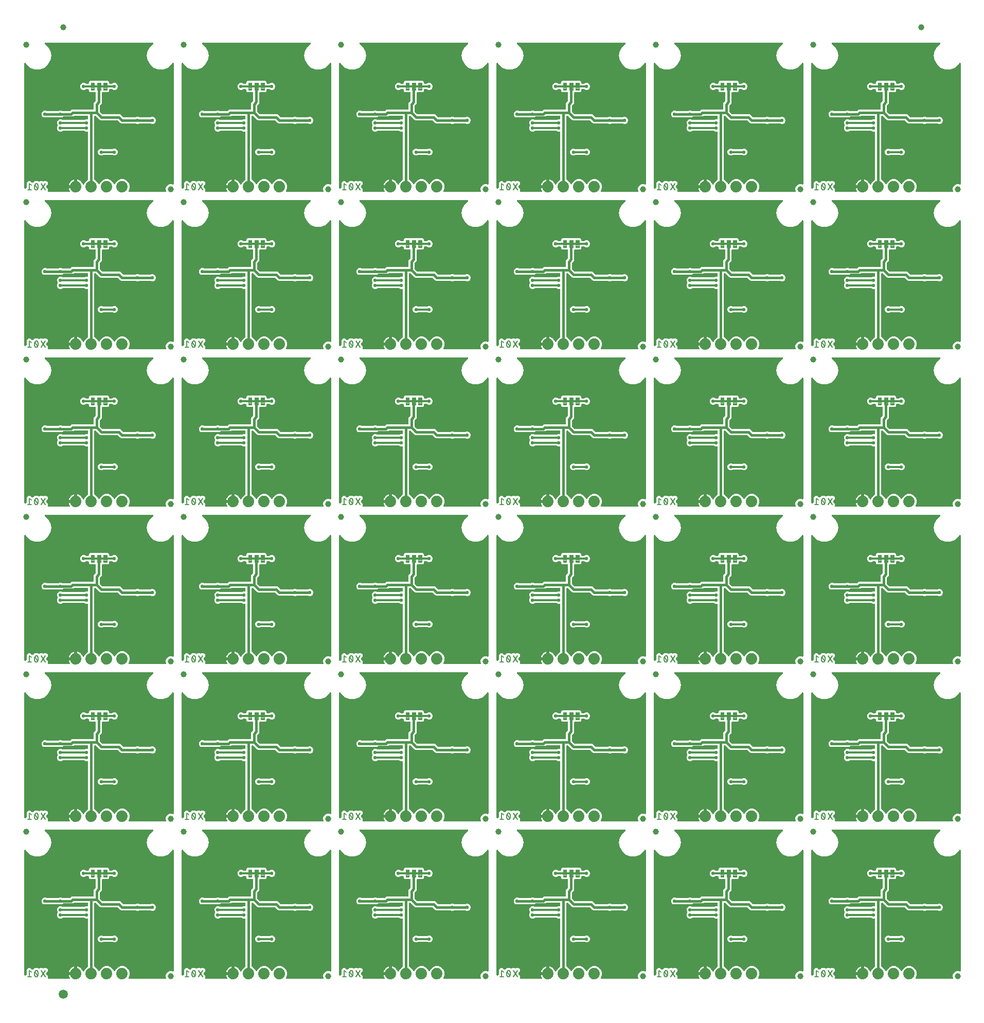
<source format=gbl>
G04 EAGLE Gerber RS-274X export*
G75*
%MOMM*%
%FSLAX34Y34*%
%LPD*%
%INBottom Copper*%
%IPPOS*%
%AMOC8*
5,1,8,0,0,1.08239X$1,22.5*%
G01*
%ADD10C,0.203200*%
%ADD11C,1.000000*%
%ADD12C,1.879600*%
%ADD13C,0.099059*%
%ADD14C,1.500000*%
%ADD15C,0.554000*%
%ADD16C,0.406400*%
%ADD17C,0.304800*%

G36*
X1114285Y4070D02*
X1114285Y4070D01*
X1114325Y4067D01*
X1114443Y4090D01*
X1114561Y4105D01*
X1114598Y4119D01*
X1114637Y4127D01*
X1114746Y4178D01*
X1114857Y4222D01*
X1114889Y4245D01*
X1114925Y4262D01*
X1115017Y4338D01*
X1115114Y4408D01*
X1115140Y4439D01*
X1115170Y4464D01*
X1115241Y4561D01*
X1115317Y4653D01*
X1115334Y4689D01*
X1115358Y4722D01*
X1115402Y4833D01*
X1115453Y4941D01*
X1115460Y4980D01*
X1115475Y5017D01*
X1115490Y5136D01*
X1115512Y5253D01*
X1115510Y5293D01*
X1115515Y5333D01*
X1115500Y5452D01*
X1115493Y5571D01*
X1115480Y5609D01*
X1115475Y5648D01*
X1115432Y5760D01*
X1115395Y5873D01*
X1115373Y5907D01*
X1115359Y5944D01*
X1115273Y6080D01*
X1115009Y6443D01*
X1114156Y8117D01*
X1113575Y9904D01*
X1113535Y10161D01*
X1123950Y10161D01*
X1124068Y10176D01*
X1124187Y10183D01*
X1124225Y10196D01*
X1124265Y10201D01*
X1124376Y10244D01*
X1124489Y10281D01*
X1124523Y10303D01*
X1124561Y10318D01*
X1124657Y10388D01*
X1124758Y10451D01*
X1124786Y10481D01*
X1124818Y10504D01*
X1124894Y10596D01*
X1124976Y10683D01*
X1124995Y10718D01*
X1125021Y10749D01*
X1125072Y10857D01*
X1125129Y10961D01*
X1125140Y11001D01*
X1125157Y11037D01*
X1125179Y11154D01*
X1125209Y11269D01*
X1125213Y11330D01*
X1125217Y11350D01*
X1125215Y11370D01*
X1125219Y11430D01*
X1125219Y12701D01*
X1126490Y12701D01*
X1126608Y12716D01*
X1126727Y12723D01*
X1126765Y12736D01*
X1126805Y12741D01*
X1126916Y12785D01*
X1127029Y12821D01*
X1127064Y12843D01*
X1127101Y12858D01*
X1127197Y12928D01*
X1127298Y12991D01*
X1127326Y13021D01*
X1127359Y13045D01*
X1127434Y13136D01*
X1127516Y13223D01*
X1127536Y13258D01*
X1127561Y13290D01*
X1127612Y13397D01*
X1127670Y13502D01*
X1127680Y13541D01*
X1127697Y13577D01*
X1127719Y13694D01*
X1127749Y13809D01*
X1127753Y13870D01*
X1127757Y13890D01*
X1127755Y13910D01*
X1127759Y13970D01*
X1127759Y24385D01*
X1128016Y24345D01*
X1129803Y23764D01*
X1131477Y22911D01*
X1132998Y21806D01*
X1134326Y20478D01*
X1135431Y18957D01*
X1136284Y17283D01*
X1136435Y16818D01*
X1136448Y16791D01*
X1136455Y16762D01*
X1136515Y16647D01*
X1136570Y16530D01*
X1136589Y16507D01*
X1136603Y16481D01*
X1136691Y16385D01*
X1136773Y16285D01*
X1136797Y16268D01*
X1136817Y16246D01*
X1136926Y16175D01*
X1137030Y16098D01*
X1137058Y16087D01*
X1137083Y16071D01*
X1137205Y16029D01*
X1137326Y15981D01*
X1137356Y15977D01*
X1137384Y15968D01*
X1137513Y15957D01*
X1137642Y15941D01*
X1137671Y15945D01*
X1137701Y15942D01*
X1137829Y15965D01*
X1137957Y15981D01*
X1137985Y15992D01*
X1138014Y15997D01*
X1138132Y16050D01*
X1138253Y16098D01*
X1138277Y16115D01*
X1138304Y16127D01*
X1138405Y16208D01*
X1138510Y16284D01*
X1138529Y16307D01*
X1138553Y16326D01*
X1138630Y16429D01*
X1138713Y16529D01*
X1138726Y16556D01*
X1138744Y16580D01*
X1138815Y16725D01*
X1140068Y19750D01*
X1143570Y23252D01*
X1144756Y23743D01*
X1144781Y23758D01*
X1144809Y23767D01*
X1144919Y23836D01*
X1145032Y23901D01*
X1145053Y23921D01*
X1145078Y23937D01*
X1145167Y24032D01*
X1145260Y24122D01*
X1145276Y24147D01*
X1145296Y24169D01*
X1145359Y24283D01*
X1145427Y24393D01*
X1145435Y24421D01*
X1145450Y24447D01*
X1145482Y24573D01*
X1145520Y24697D01*
X1145522Y24727D01*
X1145529Y24755D01*
X1145539Y24916D01*
X1145539Y102132D01*
X1145524Y102250D01*
X1145517Y102369D01*
X1145504Y102407D01*
X1145499Y102448D01*
X1145456Y102558D01*
X1145419Y102671D01*
X1145397Y102706D01*
X1145382Y102743D01*
X1145313Y102839D01*
X1145249Y102940D01*
X1145219Y102968D01*
X1145196Y103001D01*
X1145104Y103076D01*
X1145017Y103158D01*
X1144982Y103178D01*
X1144951Y103203D01*
X1144843Y103254D01*
X1144739Y103312D01*
X1144699Y103322D01*
X1144663Y103339D01*
X1144546Y103361D01*
X1144431Y103391D01*
X1144371Y103395D01*
X1144351Y103399D01*
X1144330Y103397D01*
X1144270Y103401D01*
X1141843Y103401D01*
X1139697Y104290D01*
X1139637Y104336D01*
X1139565Y104404D01*
X1139512Y104433D01*
X1139464Y104470D01*
X1139373Y104510D01*
X1139287Y104558D01*
X1139228Y104573D01*
X1139172Y104597D01*
X1139074Y104612D01*
X1138979Y104637D01*
X1138879Y104643D01*
X1138858Y104647D01*
X1138846Y104645D01*
X1138818Y104647D01*
X1104002Y104647D01*
X1103904Y104635D01*
X1103805Y104632D01*
X1103746Y104615D01*
X1103686Y104607D01*
X1103594Y104571D01*
X1103499Y104543D01*
X1103447Y104513D01*
X1103391Y104490D01*
X1103311Y104432D01*
X1103225Y104382D01*
X1103150Y104316D01*
X1103133Y104304D01*
X1103126Y104294D01*
X1103119Y104288D01*
X1100977Y103401D01*
X1098663Y103401D01*
X1096524Y104287D01*
X1094887Y105924D01*
X1094001Y108063D01*
X1094001Y110377D01*
X1094887Y112516D01*
X1095139Y112767D01*
X1095212Y112862D01*
X1095290Y112951D01*
X1095309Y112987D01*
X1095334Y113019D01*
X1095381Y113128D01*
X1095435Y113234D01*
X1095444Y113274D01*
X1095460Y113311D01*
X1095479Y113428D01*
X1095505Y113544D01*
X1095503Y113585D01*
X1095510Y113625D01*
X1095499Y113743D01*
X1095495Y113862D01*
X1095484Y113901D01*
X1095480Y113941D01*
X1095440Y114054D01*
X1095407Y114168D01*
X1095386Y114202D01*
X1095372Y114241D01*
X1095305Y114339D01*
X1095245Y114442D01*
X1095205Y114487D01*
X1095194Y114504D01*
X1095178Y114517D01*
X1095139Y114562D01*
X1094887Y114814D01*
X1094001Y116953D01*
X1094001Y119267D01*
X1094887Y121406D01*
X1096524Y123043D01*
X1098647Y123922D01*
X1098767Y123991D01*
X1098891Y124056D01*
X1098906Y124070D01*
X1098923Y124080D01*
X1099023Y124176D01*
X1099126Y124270D01*
X1099137Y124287D01*
X1099152Y124301D01*
X1099224Y124420D01*
X1099301Y124536D01*
X1099308Y124555D01*
X1099318Y124572D01*
X1099359Y124705D01*
X1099404Y124837D01*
X1099406Y124857D01*
X1099412Y124876D01*
X1099418Y125015D01*
X1099429Y125154D01*
X1099426Y125174D01*
X1099427Y125194D01*
X1099399Y125329D01*
X1099375Y125467D01*
X1099367Y125486D01*
X1099363Y125505D01*
X1099302Y125630D01*
X1099244Y125757D01*
X1099232Y125773D01*
X1099223Y125791D01*
X1099133Y125897D01*
X1099046Y126005D01*
X1099030Y126018D01*
X1099017Y126033D01*
X1098903Y126113D01*
X1098792Y126197D01*
X1098766Y126209D01*
X1098756Y126216D01*
X1098737Y126223D01*
X1098647Y126268D01*
X1097114Y126903D01*
X1097105Y126905D01*
X1097097Y126910D01*
X1096952Y126947D01*
X1096807Y126987D01*
X1096798Y126987D01*
X1096789Y126989D01*
X1096628Y126999D01*
X1077612Y126999D01*
X1077602Y126998D01*
X1077593Y126999D01*
X1077444Y126978D01*
X1077296Y126959D01*
X1077287Y126956D01*
X1077278Y126955D01*
X1077126Y126903D01*
X1075577Y126261D01*
X1073263Y126261D01*
X1071124Y127147D01*
X1069487Y128784D01*
X1068601Y130923D01*
X1068601Y133237D01*
X1069487Y135376D01*
X1071124Y137013D01*
X1073263Y137899D01*
X1075577Y137899D01*
X1077126Y137257D01*
X1077135Y137255D01*
X1077143Y137250D01*
X1077288Y137213D01*
X1077433Y137173D01*
X1077442Y137173D01*
X1077451Y137171D01*
X1077612Y137161D01*
X1096628Y137161D01*
X1096638Y137162D01*
X1096647Y137161D01*
X1096796Y137182D01*
X1096944Y137201D01*
X1096953Y137204D01*
X1096962Y137205D01*
X1097114Y137257D01*
X1098663Y137899D01*
X1100977Y137899D01*
X1102526Y137257D01*
X1102535Y137255D01*
X1102543Y137250D01*
X1102688Y137213D01*
X1102833Y137173D01*
X1102842Y137173D01*
X1102851Y137171D01*
X1103012Y137161D01*
X1114970Y137161D01*
X1115068Y137173D01*
X1115167Y137176D01*
X1115225Y137193D01*
X1115285Y137201D01*
X1115377Y137237D01*
X1115473Y137265D01*
X1115525Y137295D01*
X1115581Y137318D01*
X1115661Y137376D01*
X1115746Y137426D01*
X1115822Y137492D01*
X1115838Y137504D01*
X1115846Y137514D01*
X1115867Y137532D01*
X1117262Y138927D01*
X1119129Y139701D01*
X1153160Y139701D01*
X1153278Y139716D01*
X1153397Y139723D01*
X1153435Y139736D01*
X1153476Y139741D01*
X1153586Y139784D01*
X1153699Y139821D01*
X1153734Y139843D01*
X1153771Y139858D01*
X1153867Y139927D01*
X1153968Y139991D01*
X1153996Y140021D01*
X1154029Y140044D01*
X1154105Y140136D01*
X1154186Y140223D01*
X1154206Y140258D01*
X1154231Y140289D01*
X1154282Y140397D01*
X1154340Y140501D01*
X1154350Y140541D01*
X1154367Y140577D01*
X1154389Y140694D01*
X1154419Y140809D01*
X1154423Y140869D01*
X1154427Y140889D01*
X1154425Y140910D01*
X1154429Y140970D01*
X1154429Y149601D01*
X1155203Y151468D01*
X1157868Y154133D01*
X1157928Y154211D01*
X1157996Y154283D01*
X1158025Y154336D01*
X1158062Y154384D01*
X1158102Y154475D01*
X1158150Y154562D01*
X1158165Y154620D01*
X1158189Y154676D01*
X1158204Y154774D01*
X1158229Y154870D01*
X1158235Y154970D01*
X1158239Y154990D01*
X1158237Y155002D01*
X1158239Y155030D01*
X1158239Y167132D01*
X1158224Y167250D01*
X1158217Y167369D01*
X1158204Y167407D01*
X1158199Y167448D01*
X1158156Y167558D01*
X1158119Y167671D01*
X1158097Y167706D01*
X1158082Y167743D01*
X1158013Y167839D01*
X1157949Y167940D01*
X1157919Y167968D01*
X1157896Y168001D01*
X1157804Y168077D01*
X1157717Y168158D01*
X1157682Y168178D01*
X1157651Y168203D01*
X1157543Y168254D01*
X1157439Y168312D01*
X1157399Y168322D01*
X1157363Y168339D01*
X1157246Y168361D01*
X1157131Y168391D01*
X1157071Y168395D01*
X1157051Y168399D01*
X1157030Y168397D01*
X1156970Y168401D01*
X1148631Y168401D01*
X1146555Y170477D01*
X1146555Y171958D01*
X1146540Y172076D01*
X1146533Y172195D01*
X1146520Y172233D01*
X1146515Y172274D01*
X1146472Y172384D01*
X1146435Y172497D01*
X1146413Y172532D01*
X1146398Y172569D01*
X1146329Y172665D01*
X1146265Y172766D01*
X1146235Y172794D01*
X1146212Y172827D01*
X1146120Y172903D01*
X1146033Y172984D01*
X1145998Y173004D01*
X1145967Y173029D01*
X1145859Y173080D01*
X1145755Y173138D01*
X1145715Y173148D01*
X1145679Y173165D01*
X1145562Y173187D01*
X1145447Y173217D01*
X1145387Y173221D01*
X1145367Y173225D01*
X1145346Y173223D01*
X1145286Y173227D01*
X1142102Y173227D01*
X1142004Y173215D01*
X1141905Y173212D01*
X1141846Y173195D01*
X1141786Y173187D01*
X1141694Y173151D01*
X1141599Y173123D01*
X1141547Y173093D01*
X1141491Y173070D01*
X1141411Y173012D01*
X1141325Y172962D01*
X1141250Y172896D01*
X1141233Y172884D01*
X1141226Y172874D01*
X1141219Y172868D01*
X1139077Y171981D01*
X1136763Y171981D01*
X1134624Y172867D01*
X1132987Y174504D01*
X1132101Y176643D01*
X1132101Y178957D01*
X1132987Y181096D01*
X1134624Y182733D01*
X1136763Y183619D01*
X1139077Y183619D01*
X1141223Y182730D01*
X1141283Y182684D01*
X1141355Y182616D01*
X1141408Y182587D01*
X1141456Y182550D01*
X1141547Y182510D01*
X1141633Y182462D01*
X1141692Y182447D01*
X1141748Y182423D01*
X1141846Y182408D01*
X1141941Y182383D01*
X1142041Y182377D01*
X1142062Y182373D01*
X1142074Y182375D01*
X1142102Y182373D01*
X1145286Y182373D01*
X1145404Y182388D01*
X1145523Y182395D01*
X1145561Y182408D01*
X1145602Y182413D01*
X1145712Y182456D01*
X1145825Y182493D01*
X1145860Y182515D01*
X1145897Y182530D01*
X1145993Y182599D01*
X1146094Y182663D01*
X1146122Y182693D01*
X1146155Y182716D01*
X1146231Y182808D01*
X1146312Y182895D01*
X1146332Y182930D01*
X1146357Y182961D01*
X1146408Y183069D01*
X1146466Y183173D01*
X1146476Y183213D01*
X1146493Y183249D01*
X1146515Y183366D01*
X1146545Y183481D01*
X1146549Y183541D01*
X1146553Y183561D01*
X1146551Y183582D01*
X1146555Y183642D01*
X1146555Y185123D01*
X1148631Y187199D01*
X1157181Y187199D01*
X1157216Y187164D01*
X1157310Y187091D01*
X1157321Y187080D01*
X1157323Y187079D01*
X1157399Y187012D01*
X1157435Y186994D01*
X1157467Y186969D01*
X1157576Y186922D01*
X1157682Y186868D01*
X1157722Y186859D01*
X1157759Y186843D01*
X1157876Y186824D01*
X1157992Y186798D01*
X1158033Y186799D01*
X1158073Y186793D01*
X1158192Y186804D01*
X1158310Y186808D01*
X1158349Y186819D01*
X1158389Y186823D01*
X1158501Y186863D01*
X1158616Y186896D01*
X1158651Y186917D01*
X1158689Y186930D01*
X1158787Y186997D01*
X1158890Y187058D01*
X1158935Y187097D01*
X1158952Y187109D01*
X1158965Y187124D01*
X1159011Y187164D01*
X1159045Y187199D01*
X1167595Y187199D01*
X1167630Y187164D01*
X1167724Y187091D01*
X1167735Y187080D01*
X1167737Y187079D01*
X1167813Y187012D01*
X1167849Y186994D01*
X1167881Y186969D01*
X1167990Y186922D01*
X1168096Y186868D01*
X1168136Y186859D01*
X1168173Y186843D01*
X1168290Y186824D01*
X1168406Y186798D01*
X1168447Y186799D01*
X1168487Y186793D01*
X1168606Y186804D01*
X1168724Y186808D01*
X1168763Y186819D01*
X1168803Y186823D01*
X1168915Y186863D01*
X1169030Y186896D01*
X1169065Y186917D01*
X1169103Y186930D01*
X1169201Y186997D01*
X1169304Y187058D01*
X1169349Y187097D01*
X1169366Y187109D01*
X1169379Y187124D01*
X1169425Y187164D01*
X1169459Y187199D01*
X1178009Y187199D01*
X1180085Y185123D01*
X1180085Y183642D01*
X1180100Y183524D01*
X1180107Y183405D01*
X1180120Y183367D01*
X1180125Y183326D01*
X1180168Y183216D01*
X1180205Y183103D01*
X1180227Y183068D01*
X1180242Y183031D01*
X1180311Y182935D01*
X1180375Y182834D01*
X1180405Y182806D01*
X1180428Y182773D01*
X1180520Y182697D01*
X1180607Y182616D01*
X1180642Y182596D01*
X1180673Y182571D01*
X1180781Y182520D01*
X1180885Y182462D01*
X1180925Y182452D01*
X1180961Y182435D01*
X1181078Y182413D01*
X1181193Y182383D01*
X1181253Y182379D01*
X1181273Y182375D01*
X1181294Y182377D01*
X1181354Y182373D01*
X1184538Y182373D01*
X1184636Y182385D01*
X1184735Y182388D01*
X1184794Y182405D01*
X1184854Y182413D01*
X1184946Y182449D01*
X1185041Y182477D01*
X1185093Y182507D01*
X1185149Y182530D01*
X1185229Y182588D01*
X1185315Y182638D01*
X1185390Y182704D01*
X1185407Y182716D01*
X1185414Y182726D01*
X1185421Y182732D01*
X1187563Y183619D01*
X1189877Y183619D01*
X1192016Y182733D01*
X1193653Y181096D01*
X1194539Y178957D01*
X1194539Y176643D01*
X1193653Y174504D01*
X1192016Y172867D01*
X1189877Y171981D01*
X1187563Y171981D01*
X1185417Y172870D01*
X1185357Y172916D01*
X1185285Y172984D01*
X1185232Y173013D01*
X1185184Y173050D01*
X1185093Y173090D01*
X1185007Y173138D01*
X1184948Y173153D01*
X1184892Y173177D01*
X1184794Y173192D01*
X1184699Y173217D01*
X1184599Y173223D01*
X1184578Y173227D01*
X1184566Y173225D01*
X1184538Y173227D01*
X1181354Y173227D01*
X1181236Y173212D01*
X1181117Y173205D01*
X1181079Y173192D01*
X1181038Y173187D01*
X1180928Y173144D01*
X1180815Y173107D01*
X1180780Y173085D01*
X1180743Y173070D01*
X1180647Y173001D01*
X1180546Y172937D01*
X1180518Y172907D01*
X1180485Y172884D01*
X1180409Y172792D01*
X1180328Y172705D01*
X1180308Y172670D01*
X1180283Y172639D01*
X1180232Y172531D01*
X1180174Y172427D01*
X1180164Y172387D01*
X1180147Y172351D01*
X1180125Y172234D01*
X1180095Y172119D01*
X1180091Y172059D01*
X1180087Y172039D01*
X1180089Y172018D01*
X1180085Y171958D01*
X1180085Y170477D01*
X1178009Y168401D01*
X1169670Y168401D01*
X1169552Y168386D01*
X1169433Y168379D01*
X1169395Y168366D01*
X1169354Y168361D01*
X1169244Y168318D01*
X1169131Y168281D01*
X1169096Y168259D01*
X1169059Y168244D01*
X1168963Y168175D01*
X1168862Y168111D01*
X1168834Y168081D01*
X1168801Y168058D01*
X1168725Y167966D01*
X1168644Y167879D01*
X1168624Y167844D01*
X1168599Y167813D01*
X1168548Y167705D01*
X1168490Y167601D01*
X1168480Y167561D01*
X1168463Y167525D01*
X1168441Y167408D01*
X1168411Y167293D01*
X1168407Y167233D01*
X1168403Y167213D01*
X1168405Y167192D01*
X1168401Y167132D01*
X1168401Y151389D01*
X1167627Y149522D01*
X1164962Y146857D01*
X1164902Y146779D01*
X1164834Y146707D01*
X1164805Y146654D01*
X1164768Y146606D01*
X1164728Y146515D01*
X1164680Y146428D01*
X1164665Y146370D01*
X1164641Y146314D01*
X1164626Y146216D01*
X1164601Y146120D01*
X1164595Y146020D01*
X1164591Y146000D01*
X1164593Y145988D01*
X1164591Y145960D01*
X1164591Y137250D01*
X1164603Y137152D01*
X1164606Y137053D01*
X1164623Y136995D01*
X1164631Y136935D01*
X1164667Y136843D01*
X1164695Y136748D01*
X1164725Y136695D01*
X1164748Y136639D01*
X1164806Y136559D01*
X1164856Y136474D01*
X1164922Y136398D01*
X1164934Y136382D01*
X1164944Y136374D01*
X1164962Y136353D01*
X1168863Y132452D01*
X1168941Y132392D01*
X1169013Y132324D01*
X1169066Y132295D01*
X1169114Y132258D01*
X1169205Y132218D01*
X1169292Y132170D01*
X1169350Y132155D01*
X1169406Y132131D01*
X1169504Y132116D01*
X1169600Y132091D01*
X1169700Y132085D01*
X1169720Y132081D01*
X1169732Y132083D01*
X1169760Y132081D01*
X1197351Y132081D01*
X1199218Y131307D01*
X1203153Y127372D01*
X1203231Y127312D01*
X1203303Y127244D01*
X1203356Y127215D01*
X1203404Y127178D01*
X1203495Y127138D01*
X1203582Y127090D01*
X1203640Y127075D01*
X1203696Y127051D01*
X1203794Y127036D01*
X1203890Y127011D01*
X1203990Y127005D01*
X1204010Y127001D01*
X1204022Y127003D01*
X1204050Y127001D01*
X1223628Y127001D01*
X1223638Y127002D01*
X1223647Y127001D01*
X1223796Y127022D01*
X1223944Y127041D01*
X1223953Y127044D01*
X1223962Y127045D01*
X1224114Y127097D01*
X1225663Y127739D01*
X1227977Y127739D01*
X1229526Y127097D01*
X1229535Y127095D01*
X1229543Y127090D01*
X1229688Y127053D01*
X1229833Y127013D01*
X1229842Y127013D01*
X1229851Y127011D01*
X1230012Y127001D01*
X1247758Y127001D01*
X1247768Y127002D01*
X1247777Y127001D01*
X1247926Y127022D01*
X1248074Y127041D01*
X1248083Y127044D01*
X1248092Y127045D01*
X1248244Y127097D01*
X1249793Y127739D01*
X1252107Y127739D01*
X1254246Y126853D01*
X1255883Y125216D01*
X1256769Y123077D01*
X1256769Y120763D01*
X1255883Y118624D01*
X1254246Y116987D01*
X1252107Y116101D01*
X1249793Y116101D01*
X1248244Y116743D01*
X1248235Y116745D01*
X1248227Y116750D01*
X1248082Y116787D01*
X1247937Y116827D01*
X1247928Y116827D01*
X1247919Y116829D01*
X1247758Y116839D01*
X1230012Y116839D01*
X1230002Y116838D01*
X1229993Y116839D01*
X1229844Y116818D01*
X1229696Y116799D01*
X1229687Y116796D01*
X1229678Y116795D01*
X1229526Y116743D01*
X1227977Y116101D01*
X1225663Y116101D01*
X1224114Y116743D01*
X1224105Y116745D01*
X1224097Y116750D01*
X1223952Y116787D01*
X1223807Y116827D01*
X1223798Y116827D01*
X1223789Y116829D01*
X1223628Y116839D01*
X1200409Y116839D01*
X1198542Y117613D01*
X1196934Y119220D01*
X1196934Y119221D01*
X1194607Y121548D01*
X1194529Y121608D01*
X1194457Y121676D01*
X1194404Y121705D01*
X1194356Y121742D01*
X1194265Y121782D01*
X1194178Y121830D01*
X1194120Y121845D01*
X1194064Y121869D01*
X1193966Y121884D01*
X1193870Y121909D01*
X1193770Y121915D01*
X1193750Y121919D01*
X1193738Y121917D01*
X1193710Y121919D01*
X1166119Y121919D01*
X1164252Y122693D01*
X1157867Y129077D01*
X1157758Y129163D01*
X1157651Y129251D01*
X1157632Y129260D01*
X1157616Y129272D01*
X1157488Y129328D01*
X1157363Y129387D01*
X1157343Y129390D01*
X1157324Y129399D01*
X1157186Y129420D01*
X1157050Y129446D01*
X1157030Y129445D01*
X1157010Y129448D01*
X1156871Y129435D01*
X1156733Y129427D01*
X1156714Y129421D01*
X1156694Y129419D01*
X1156562Y129371D01*
X1156431Y129329D01*
X1156413Y129318D01*
X1156394Y129311D01*
X1156279Y129233D01*
X1156162Y129159D01*
X1156148Y129144D01*
X1156131Y129132D01*
X1156039Y129028D01*
X1155944Y128927D01*
X1155934Y128909D01*
X1155921Y128894D01*
X1155857Y128770D01*
X1155790Y128648D01*
X1155785Y128629D01*
X1155776Y128611D01*
X1155746Y128475D01*
X1155711Y128340D01*
X1155709Y128312D01*
X1155706Y128300D01*
X1155707Y128280D01*
X1155701Y128180D01*
X1155701Y24916D01*
X1155704Y24887D01*
X1155702Y24857D01*
X1155724Y24729D01*
X1155741Y24600D01*
X1155751Y24573D01*
X1155756Y24544D01*
X1155810Y24425D01*
X1155858Y24305D01*
X1155875Y24281D01*
X1155887Y24254D01*
X1155968Y24152D01*
X1156044Y24047D01*
X1156067Y24028D01*
X1156086Y24005D01*
X1156189Y23927D01*
X1156289Y23844D01*
X1156316Y23832D01*
X1156340Y23814D01*
X1156484Y23743D01*
X1157670Y23252D01*
X1161172Y19751D01*
X1162147Y17395D01*
X1162216Y17274D01*
X1162281Y17152D01*
X1162295Y17137D01*
X1162305Y17119D01*
X1162402Y17019D01*
X1162495Y16916D01*
X1162512Y16905D01*
X1162526Y16891D01*
X1162644Y16818D01*
X1162761Y16742D01*
X1162780Y16735D01*
X1162797Y16724D01*
X1162930Y16684D01*
X1163062Y16638D01*
X1163082Y16637D01*
X1163101Y16631D01*
X1163240Y16624D01*
X1163379Y16613D01*
X1163399Y16617D01*
X1163419Y16616D01*
X1163555Y16644D01*
X1163692Y16668D01*
X1163711Y16676D01*
X1163730Y16680D01*
X1163855Y16741D01*
X1163982Y16798D01*
X1163998Y16811D01*
X1164016Y16820D01*
X1164122Y16910D01*
X1164230Y16997D01*
X1164243Y17013D01*
X1164258Y17026D01*
X1164338Y17140D01*
X1164422Y17251D01*
X1164434Y17276D01*
X1164441Y17286D01*
X1164448Y17305D01*
X1164493Y17395D01*
X1165468Y19750D01*
X1168970Y23252D01*
X1173544Y25147D01*
X1178496Y25147D01*
X1183070Y23252D01*
X1186572Y19751D01*
X1187547Y17395D01*
X1187616Y17274D01*
X1187681Y17152D01*
X1187695Y17137D01*
X1187705Y17119D01*
X1187802Y17019D01*
X1187895Y16916D01*
X1187912Y16905D01*
X1187926Y16891D01*
X1188044Y16818D01*
X1188161Y16742D01*
X1188180Y16735D01*
X1188197Y16724D01*
X1188330Y16684D01*
X1188462Y16638D01*
X1188482Y16637D01*
X1188501Y16631D01*
X1188640Y16624D01*
X1188779Y16613D01*
X1188799Y16617D01*
X1188819Y16616D01*
X1188955Y16644D01*
X1189092Y16668D01*
X1189111Y16676D01*
X1189130Y16680D01*
X1189255Y16741D01*
X1189382Y16798D01*
X1189398Y16811D01*
X1189416Y16820D01*
X1189522Y16910D01*
X1189630Y16997D01*
X1189643Y17013D01*
X1189658Y17026D01*
X1189738Y17140D01*
X1189822Y17251D01*
X1189834Y17276D01*
X1189841Y17286D01*
X1189848Y17305D01*
X1189893Y17395D01*
X1190868Y19750D01*
X1194370Y23252D01*
X1198944Y25147D01*
X1203896Y25147D01*
X1208470Y23252D01*
X1211972Y19750D01*
X1213867Y15176D01*
X1213867Y10224D01*
X1212042Y5820D01*
X1212029Y5772D01*
X1212008Y5727D01*
X1211987Y5619D01*
X1211958Y5513D01*
X1211958Y5463D01*
X1211948Y5414D01*
X1211955Y5305D01*
X1211953Y5195D01*
X1211965Y5147D01*
X1211968Y5097D01*
X1212002Y4993D01*
X1212027Y4886D01*
X1212051Y4842D01*
X1212066Y4795D01*
X1212125Y4702D01*
X1212176Y4605D01*
X1212210Y4568D01*
X1212236Y4526D01*
X1212316Y4451D01*
X1212390Y4369D01*
X1212432Y4342D01*
X1212468Y4308D01*
X1212564Y4255D01*
X1212656Y4195D01*
X1212703Y4178D01*
X1212746Y4154D01*
X1212853Y4127D01*
X1212957Y4091D01*
X1213006Y4087D01*
X1213054Y4075D01*
X1213215Y4065D01*
X1272817Y4065D01*
X1272867Y4071D01*
X1272916Y4069D01*
X1273024Y4091D01*
X1273133Y4105D01*
X1273179Y4123D01*
X1273228Y4133D01*
X1273327Y4181D01*
X1273428Y4222D01*
X1273469Y4251D01*
X1273513Y4273D01*
X1273597Y4344D01*
X1273686Y4408D01*
X1273718Y4447D01*
X1273755Y4479D01*
X1273818Y4569D01*
X1273889Y4653D01*
X1273910Y4698D01*
X1273938Y4739D01*
X1273977Y4842D01*
X1274024Y4941D01*
X1274033Y4990D01*
X1274051Y5036D01*
X1274063Y5146D01*
X1274084Y5253D01*
X1274081Y5303D01*
X1274086Y5352D01*
X1274071Y5461D01*
X1274064Y5571D01*
X1274049Y5618D01*
X1274042Y5667D01*
X1273990Y5820D01*
X1273381Y7289D01*
X1273381Y10491D01*
X1274607Y13449D01*
X1276871Y15713D01*
X1279829Y16939D01*
X1283031Y16939D01*
X1284500Y16330D01*
X1284548Y16317D01*
X1284593Y16296D01*
X1284701Y16275D01*
X1284807Y16246D01*
X1284857Y16245D01*
X1284906Y16236D01*
X1285015Y16243D01*
X1285125Y16241D01*
X1285173Y16253D01*
X1285223Y16256D01*
X1285327Y16290D01*
X1285434Y16315D01*
X1285478Y16339D01*
X1285525Y16354D01*
X1285618Y16413D01*
X1285715Y16464D01*
X1285752Y16497D01*
X1285794Y16524D01*
X1285869Y16604D01*
X1285951Y16678D01*
X1285978Y16719D01*
X1286012Y16756D01*
X1286065Y16852D01*
X1286125Y16944D01*
X1286142Y16991D01*
X1286166Y17034D01*
X1286193Y17140D01*
X1286229Y17244D01*
X1286233Y17294D01*
X1286245Y17342D01*
X1286255Y17503D01*
X1286255Y215603D01*
X1286237Y215748D01*
X1286222Y215893D01*
X1286217Y215906D01*
X1286215Y215919D01*
X1286162Y216054D01*
X1286111Y216191D01*
X1286103Y216202D01*
X1286098Y216215D01*
X1286013Y216332D01*
X1285930Y216452D01*
X1285919Y216461D01*
X1285912Y216472D01*
X1285800Y216565D01*
X1285689Y216660D01*
X1285677Y216666D01*
X1285667Y216675D01*
X1285535Y216737D01*
X1285404Y216802D01*
X1285391Y216805D01*
X1285379Y216810D01*
X1285237Y216838D01*
X1285093Y216868D01*
X1285080Y216868D01*
X1285067Y216870D01*
X1284922Y216861D01*
X1284776Y216855D01*
X1284762Y216851D01*
X1284749Y216850D01*
X1284611Y216806D01*
X1284471Y216763D01*
X1284459Y216756D01*
X1284447Y216752D01*
X1284324Y216675D01*
X1284199Y216599D01*
X1284189Y216589D01*
X1284178Y216582D01*
X1284078Y216476D01*
X1283976Y216372D01*
X1283966Y216357D01*
X1283960Y216351D01*
X1283952Y216336D01*
X1283887Y216238D01*
X1282505Y213845D01*
X1276398Y208720D01*
X1268906Y205993D01*
X1260934Y205993D01*
X1253442Y208720D01*
X1247335Y213844D01*
X1243349Y220749D01*
X1241965Y228600D01*
X1243349Y236451D01*
X1247335Y243355D01*
X1252505Y247694D01*
X1252529Y247720D01*
X1252558Y247740D01*
X1252637Y247836D01*
X1252721Y247927D01*
X1252738Y247958D01*
X1252761Y247985D01*
X1252814Y248098D01*
X1252873Y248207D01*
X1252881Y248241D01*
X1252896Y248273D01*
X1252919Y248395D01*
X1252950Y248515D01*
X1252949Y248551D01*
X1252956Y248586D01*
X1252948Y248709D01*
X1252947Y248833D01*
X1252938Y248868D01*
X1252936Y248903D01*
X1252898Y249021D01*
X1252866Y249141D01*
X1252849Y249172D01*
X1252838Y249205D01*
X1252772Y249310D01*
X1252711Y249419D01*
X1252687Y249444D01*
X1252668Y249474D01*
X1252578Y249559D01*
X1252492Y249649D01*
X1252462Y249668D01*
X1252436Y249692D01*
X1252328Y249752D01*
X1252223Y249818D01*
X1252189Y249829D01*
X1252158Y249846D01*
X1252038Y249877D01*
X1251920Y249914D01*
X1251884Y249916D01*
X1251850Y249925D01*
X1251689Y249935D01*
X1074951Y249935D01*
X1074915Y249931D01*
X1074880Y249933D01*
X1074758Y249911D01*
X1074635Y249895D01*
X1074602Y249882D01*
X1074567Y249876D01*
X1074455Y249824D01*
X1074339Y249778D01*
X1074311Y249758D01*
X1074279Y249743D01*
X1074182Y249664D01*
X1074082Y249592D01*
X1074059Y249564D01*
X1074032Y249542D01*
X1073959Y249442D01*
X1073879Y249347D01*
X1073864Y249315D01*
X1073843Y249286D01*
X1073797Y249171D01*
X1073744Y249059D01*
X1073737Y249024D01*
X1073724Y248991D01*
X1073707Y248868D01*
X1073684Y248747D01*
X1073686Y248711D01*
X1073681Y248676D01*
X1073696Y248553D01*
X1073704Y248429D01*
X1073715Y248395D01*
X1073719Y248360D01*
X1073764Y248244D01*
X1073802Y248127D01*
X1073821Y248097D01*
X1073833Y248064D01*
X1073906Y247963D01*
X1073972Y247858D01*
X1073998Y247834D01*
X1074018Y247805D01*
X1074135Y247694D01*
X1079305Y243356D01*
X1083291Y236451D01*
X1084675Y228600D01*
X1083291Y220749D01*
X1079305Y213845D01*
X1073198Y208720D01*
X1065706Y205993D01*
X1057734Y205993D01*
X1050242Y208720D01*
X1044135Y213844D01*
X1042753Y216238D01*
X1042665Y216354D01*
X1042580Y216472D01*
X1042569Y216481D01*
X1042561Y216491D01*
X1042447Y216582D01*
X1042335Y216675D01*
X1042322Y216681D01*
X1042312Y216689D01*
X1042178Y216749D01*
X1042047Y216810D01*
X1042034Y216813D01*
X1042021Y216818D01*
X1041877Y216843D01*
X1041734Y216870D01*
X1041721Y216869D01*
X1041708Y216872D01*
X1041562Y216859D01*
X1041417Y216850D01*
X1041404Y216846D01*
X1041391Y216845D01*
X1041253Y216797D01*
X1041115Y216752D01*
X1041103Y216745D01*
X1041090Y216741D01*
X1040969Y216660D01*
X1040846Y216582D01*
X1040837Y216572D01*
X1040825Y216565D01*
X1040728Y216457D01*
X1040628Y216351D01*
X1040621Y216339D01*
X1040612Y216329D01*
X1040545Y216199D01*
X1040474Y216072D01*
X1040471Y216059D01*
X1040465Y216047D01*
X1040431Y215905D01*
X1040395Y215764D01*
X1040394Y215746D01*
X1040392Y215737D01*
X1040392Y215720D01*
X1040385Y215603D01*
X1040385Y10803D01*
X1040402Y10666D01*
X1040415Y10527D01*
X1040422Y10508D01*
X1040425Y10487D01*
X1040476Y10359D01*
X1040523Y10227D01*
X1040534Y10211D01*
X1040542Y10192D01*
X1040623Y10079D01*
X1040701Y9964D01*
X1040717Y9951D01*
X1040728Y9934D01*
X1040836Y9846D01*
X1040940Y9754D01*
X1040958Y9745D01*
X1040973Y9732D01*
X1041099Y9672D01*
X1041223Y9609D01*
X1041243Y9605D01*
X1041261Y9596D01*
X1041398Y9570D01*
X1041533Y9540D01*
X1041554Y9540D01*
X1041573Y9536D01*
X1041712Y9545D01*
X1041851Y9549D01*
X1041871Y9555D01*
X1041891Y9556D01*
X1042023Y9599D01*
X1042157Y9638D01*
X1042174Y9648D01*
X1042193Y9654D01*
X1042311Y9729D01*
X1042431Y9799D01*
X1042452Y9818D01*
X1042462Y9824D01*
X1042476Y9839D01*
X1042551Y9906D01*
X1044287Y11641D01*
X1044348Y11720D01*
X1044416Y11792D01*
X1044445Y11845D01*
X1044482Y11893D01*
X1044522Y11983D01*
X1044569Y12070D01*
X1044584Y12129D01*
X1044608Y12184D01*
X1044624Y12282D01*
X1044649Y12378D01*
X1044655Y12478D01*
X1044658Y12499D01*
X1044657Y12511D01*
X1044659Y12539D01*
X1044659Y17739D01*
X1044657Y17753D01*
X1044651Y17879D01*
X1044494Y19297D01*
X1044547Y19383D01*
X1044555Y19411D01*
X1044569Y19436D01*
X1044602Y19563D01*
X1044640Y19687D01*
X1044641Y19699D01*
X1045641Y20699D01*
X1045650Y20711D01*
X1045734Y20804D01*
X1046625Y21918D01*
X1046724Y21942D01*
X1046750Y21955D01*
X1046778Y21963D01*
X1046890Y22030D01*
X1047005Y22091D01*
X1047014Y22099D01*
X1048428Y22099D01*
X1048443Y22101D01*
X1048569Y22106D01*
X1049986Y22264D01*
X1050073Y22211D01*
X1050101Y22202D01*
X1050126Y22188D01*
X1050252Y22156D01*
X1050377Y22118D01*
X1050389Y22117D01*
X1051389Y21117D01*
X1051401Y21108D01*
X1051494Y21023D01*
X1053173Y19680D01*
X1053261Y19626D01*
X1053345Y19564D01*
X1053396Y19543D01*
X1053444Y19514D01*
X1053543Y19484D01*
X1053639Y19445D01*
X1053695Y19437D01*
X1053748Y19421D01*
X1053852Y19416D01*
X1053954Y19402D01*
X1054010Y19408D01*
X1054066Y19406D01*
X1054167Y19427D01*
X1054270Y19439D01*
X1054322Y19459D01*
X1054377Y19470D01*
X1054470Y19516D01*
X1054567Y19553D01*
X1054644Y19601D01*
X1054663Y19610D01*
X1054674Y19620D01*
X1054704Y19638D01*
X1058148Y22099D01*
X1062159Y22099D01*
X1063685Y21009D01*
X1063728Y20986D01*
X1063766Y20955D01*
X1063868Y20910D01*
X1063965Y20858D01*
X1064012Y20846D01*
X1064057Y20826D01*
X1064166Y20808D01*
X1064274Y20781D01*
X1064322Y20781D01*
X1064370Y20773D01*
X1064481Y20783D01*
X1064592Y20783D01*
X1064639Y20796D01*
X1064687Y20800D01*
X1064792Y20837D01*
X1064899Y20865D01*
X1064942Y20889D01*
X1064988Y20905D01*
X1065127Y20985D01*
X1067174Y22350D01*
X1070476Y21690D01*
X1070527Y21612D01*
X1070561Y21573D01*
X1070587Y21530D01*
X1070665Y21453D01*
X1070736Y21372D01*
X1070778Y21343D01*
X1070814Y21307D01*
X1070908Y21252D01*
X1070997Y21190D01*
X1071045Y21173D01*
X1071089Y21147D01*
X1071194Y21118D01*
X1071295Y21080D01*
X1071346Y21075D01*
X1071395Y21061D01*
X1071504Y21058D01*
X1071612Y21047D01*
X1071662Y21055D01*
X1071713Y21053D01*
X1071819Y21078D01*
X1071926Y21094D01*
X1071973Y21114D01*
X1072023Y21125D01*
X1072119Y21175D01*
X1072219Y21217D01*
X1072260Y21248D01*
X1072305Y21272D01*
X1072386Y21344D01*
X1072472Y21410D01*
X1072504Y21450D01*
X1072542Y21484D01*
X1072640Y21612D01*
X1072692Y21690D01*
X1075993Y22350D01*
X1078795Y20482D01*
X1079456Y17180D01*
X1076938Y13404D01*
X1076926Y13379D01*
X1076908Y13357D01*
X1076855Y13237D01*
X1076796Y13119D01*
X1076790Y13092D01*
X1076779Y13066D01*
X1076757Y12936D01*
X1076730Y12808D01*
X1076731Y12780D01*
X1076726Y12752D01*
X1076737Y12622D01*
X1076742Y12491D01*
X1076750Y12464D01*
X1076753Y12436D01*
X1076796Y12312D01*
X1076834Y12186D01*
X1076848Y12162D01*
X1076858Y12135D01*
X1076938Y11996D01*
X1079456Y8220D01*
X1078928Y5583D01*
X1078922Y5498D01*
X1078906Y5414D01*
X1078911Y5340D01*
X1078905Y5266D01*
X1078921Y5182D01*
X1078926Y5097D01*
X1078949Y5026D01*
X1078962Y4953D01*
X1078998Y4875D01*
X1079024Y4795D01*
X1079064Y4732D01*
X1079095Y4664D01*
X1079149Y4598D01*
X1079194Y4526D01*
X1079248Y4475D01*
X1079295Y4417D01*
X1079364Y4366D01*
X1079426Y4308D01*
X1079491Y4272D01*
X1079551Y4228D01*
X1079630Y4195D01*
X1079704Y4154D01*
X1079776Y4136D01*
X1079845Y4108D01*
X1079930Y4096D01*
X1080012Y4075D01*
X1080151Y4066D01*
X1080161Y4065D01*
X1080165Y4065D01*
X1080173Y4065D01*
X1114246Y4065D01*
X1114285Y4070D01*
G37*
G36*
X77965Y522230D02*
X77965Y522230D01*
X78005Y522227D01*
X78123Y522250D01*
X78241Y522265D01*
X78278Y522279D01*
X78317Y522287D01*
X78426Y522338D01*
X78537Y522382D01*
X78569Y522405D01*
X78605Y522422D01*
X78697Y522498D01*
X78794Y522568D01*
X78820Y522599D01*
X78850Y522624D01*
X78921Y522721D01*
X78997Y522813D01*
X79014Y522849D01*
X79038Y522882D01*
X79082Y522993D01*
X79133Y523101D01*
X79140Y523140D01*
X79155Y523177D01*
X79170Y523296D01*
X79192Y523413D01*
X79190Y523453D01*
X79195Y523493D01*
X79180Y523612D01*
X79173Y523731D01*
X79160Y523769D01*
X79155Y523808D01*
X79112Y523920D01*
X79075Y524033D01*
X79053Y524067D01*
X79039Y524104D01*
X78953Y524240D01*
X78689Y524603D01*
X77836Y526277D01*
X77255Y528064D01*
X77215Y528321D01*
X87630Y528321D01*
X87748Y528336D01*
X87867Y528343D01*
X87905Y528356D01*
X87945Y528361D01*
X88056Y528404D01*
X88169Y528441D01*
X88203Y528463D01*
X88241Y528478D01*
X88337Y528548D01*
X88438Y528611D01*
X88466Y528641D01*
X88498Y528664D01*
X88574Y528756D01*
X88656Y528843D01*
X88675Y528878D01*
X88701Y528909D01*
X88752Y529017D01*
X88809Y529121D01*
X88820Y529161D01*
X88837Y529197D01*
X88859Y529314D01*
X88889Y529429D01*
X88893Y529490D01*
X88897Y529510D01*
X88895Y529530D01*
X88899Y529590D01*
X88899Y530861D01*
X90170Y530861D01*
X90288Y530876D01*
X90407Y530883D01*
X90445Y530896D01*
X90485Y530901D01*
X90596Y530945D01*
X90709Y530981D01*
X90744Y531003D01*
X90781Y531018D01*
X90877Y531088D01*
X90978Y531151D01*
X91006Y531181D01*
X91039Y531205D01*
X91114Y531296D01*
X91196Y531383D01*
X91216Y531418D01*
X91241Y531450D01*
X91292Y531557D01*
X91350Y531662D01*
X91360Y531701D01*
X91377Y531737D01*
X91399Y531854D01*
X91429Y531969D01*
X91433Y532030D01*
X91437Y532050D01*
X91435Y532070D01*
X91439Y532130D01*
X91439Y542545D01*
X91696Y542505D01*
X93483Y541924D01*
X95157Y541071D01*
X96678Y539966D01*
X98006Y538638D01*
X99111Y537117D01*
X99964Y535443D01*
X100115Y534978D01*
X100128Y534951D01*
X100135Y534922D01*
X100195Y534807D01*
X100250Y534690D01*
X100269Y534667D01*
X100283Y534641D01*
X100371Y534545D01*
X100453Y534445D01*
X100477Y534428D01*
X100497Y534406D01*
X100606Y534335D01*
X100710Y534258D01*
X100738Y534247D01*
X100763Y534231D01*
X100885Y534189D01*
X101006Y534141D01*
X101036Y534137D01*
X101064Y534128D01*
X101193Y534117D01*
X101322Y534101D01*
X101351Y534105D01*
X101381Y534102D01*
X101509Y534125D01*
X101637Y534141D01*
X101665Y534152D01*
X101694Y534157D01*
X101812Y534210D01*
X101933Y534258D01*
X101957Y534275D01*
X101984Y534287D01*
X102085Y534368D01*
X102190Y534444D01*
X102209Y534467D01*
X102233Y534486D01*
X102310Y534589D01*
X102393Y534689D01*
X102406Y534716D01*
X102424Y534740D01*
X102495Y534885D01*
X103748Y537910D01*
X107250Y541412D01*
X108436Y541903D01*
X108461Y541918D01*
X108489Y541927D01*
X108599Y541996D01*
X108712Y542061D01*
X108733Y542081D01*
X108758Y542097D01*
X108847Y542192D01*
X108940Y542282D01*
X108956Y542307D01*
X108976Y542329D01*
X109039Y542443D01*
X109107Y542553D01*
X109115Y542581D01*
X109130Y542607D01*
X109162Y542733D01*
X109200Y542857D01*
X109202Y542887D01*
X109209Y542915D01*
X109219Y543076D01*
X109219Y620292D01*
X109204Y620410D01*
X109197Y620529D01*
X109184Y620567D01*
X109179Y620608D01*
X109136Y620718D01*
X109099Y620831D01*
X109077Y620866D01*
X109062Y620903D01*
X108993Y620999D01*
X108929Y621100D01*
X108899Y621128D01*
X108876Y621161D01*
X108784Y621236D01*
X108697Y621318D01*
X108662Y621338D01*
X108631Y621363D01*
X108523Y621414D01*
X108419Y621472D01*
X108379Y621482D01*
X108343Y621499D01*
X108226Y621521D01*
X108111Y621551D01*
X108051Y621555D01*
X108031Y621559D01*
X108010Y621557D01*
X107950Y621561D01*
X105523Y621561D01*
X103377Y622450D01*
X103317Y622496D01*
X103245Y622564D01*
X103192Y622593D01*
X103144Y622630D01*
X103053Y622670D01*
X102967Y622718D01*
X102908Y622733D01*
X102852Y622757D01*
X102754Y622772D01*
X102659Y622797D01*
X102559Y622803D01*
X102538Y622807D01*
X102526Y622805D01*
X102498Y622807D01*
X67682Y622807D01*
X67584Y622795D01*
X67485Y622792D01*
X67426Y622775D01*
X67366Y622767D01*
X67274Y622731D01*
X67179Y622703D01*
X67127Y622673D01*
X67071Y622650D01*
X66991Y622592D01*
X66905Y622542D01*
X66830Y622476D01*
X66813Y622464D01*
X66806Y622454D01*
X66799Y622448D01*
X64657Y621561D01*
X62343Y621561D01*
X60204Y622447D01*
X58567Y624084D01*
X57681Y626223D01*
X57681Y628537D01*
X58567Y630676D01*
X58819Y630927D01*
X58892Y631022D01*
X58970Y631111D01*
X58989Y631147D01*
X59014Y631179D01*
X59061Y631288D01*
X59115Y631394D01*
X59124Y631434D01*
X59140Y631471D01*
X59159Y631588D01*
X59185Y631704D01*
X59183Y631745D01*
X59190Y631785D01*
X59179Y631903D01*
X59175Y632022D01*
X59164Y632061D01*
X59160Y632101D01*
X59120Y632214D01*
X59087Y632328D01*
X59066Y632362D01*
X59052Y632401D01*
X58985Y632499D01*
X58925Y632602D01*
X58885Y632647D01*
X58874Y632664D01*
X58858Y632677D01*
X58819Y632722D01*
X58567Y632974D01*
X57681Y635113D01*
X57681Y637427D01*
X58567Y639566D01*
X60204Y641203D01*
X62327Y642082D01*
X62448Y642151D01*
X62571Y642216D01*
X62586Y642230D01*
X62603Y642240D01*
X62703Y642337D01*
X62806Y642430D01*
X62817Y642447D01*
X62832Y642461D01*
X62904Y642579D01*
X62981Y642696D01*
X62988Y642715D01*
X62998Y642732D01*
X63039Y642865D01*
X63084Y642997D01*
X63086Y643017D01*
X63092Y643036D01*
X63098Y643175D01*
X63109Y643314D01*
X63106Y643334D01*
X63107Y643354D01*
X63079Y643490D01*
X63055Y643627D01*
X63047Y643645D01*
X63043Y643665D01*
X62981Y643791D01*
X62924Y643917D01*
X62912Y643933D01*
X62903Y643951D01*
X62812Y644057D01*
X62726Y644165D01*
X62710Y644178D01*
X62697Y644193D01*
X62582Y644273D01*
X62472Y644357D01*
X62447Y644369D01*
X62437Y644376D01*
X62417Y644383D01*
X62327Y644428D01*
X60794Y645063D01*
X60785Y645065D01*
X60777Y645070D01*
X60632Y645107D01*
X60487Y645147D01*
X60478Y645147D01*
X60469Y645149D01*
X60308Y645159D01*
X41292Y645159D01*
X41282Y645158D01*
X41273Y645159D01*
X41124Y645138D01*
X40976Y645119D01*
X40967Y645116D01*
X40958Y645115D01*
X40806Y645063D01*
X39257Y644421D01*
X36943Y644421D01*
X34804Y645307D01*
X33167Y646944D01*
X32281Y649083D01*
X32281Y651397D01*
X33167Y653536D01*
X34804Y655173D01*
X36943Y656059D01*
X39257Y656059D01*
X40806Y655417D01*
X40815Y655415D01*
X40823Y655410D01*
X40968Y655373D01*
X41113Y655333D01*
X41122Y655333D01*
X41131Y655331D01*
X41292Y655321D01*
X60308Y655321D01*
X60318Y655322D01*
X60327Y655321D01*
X60476Y655342D01*
X60624Y655361D01*
X60633Y655364D01*
X60642Y655365D01*
X60794Y655417D01*
X62343Y656059D01*
X64657Y656059D01*
X66206Y655417D01*
X66215Y655415D01*
X66223Y655410D01*
X66368Y655373D01*
X66513Y655333D01*
X66522Y655333D01*
X66531Y655331D01*
X66692Y655321D01*
X78650Y655321D01*
X78748Y655333D01*
X78847Y655336D01*
X78905Y655353D01*
X78965Y655361D01*
X79057Y655397D01*
X79153Y655425D01*
X79205Y655455D01*
X79261Y655478D01*
X79341Y655536D01*
X79426Y655586D01*
X79502Y655652D01*
X79518Y655664D01*
X79526Y655674D01*
X79547Y655692D01*
X80942Y657087D01*
X82809Y657861D01*
X116840Y657861D01*
X116958Y657876D01*
X117077Y657883D01*
X117115Y657896D01*
X117156Y657901D01*
X117266Y657944D01*
X117379Y657981D01*
X117414Y658003D01*
X117451Y658018D01*
X117547Y658087D01*
X117648Y658151D01*
X117676Y658181D01*
X117709Y658204D01*
X117785Y658296D01*
X117866Y658383D01*
X117886Y658418D01*
X117911Y658449D01*
X117962Y658557D01*
X118020Y658661D01*
X118030Y658701D01*
X118047Y658737D01*
X118069Y658854D01*
X118099Y658969D01*
X118103Y659029D01*
X118107Y659049D01*
X118105Y659070D01*
X118109Y659130D01*
X118109Y667761D01*
X118883Y669628D01*
X121548Y672293D01*
X121608Y672371D01*
X121676Y672443D01*
X121705Y672496D01*
X121742Y672544D01*
X121782Y672635D01*
X121830Y672722D01*
X121845Y672780D01*
X121869Y672836D01*
X121884Y672934D01*
X121909Y673030D01*
X121915Y673130D01*
X121919Y673150D01*
X121917Y673162D01*
X121919Y673190D01*
X121919Y685292D01*
X121904Y685410D01*
X121897Y685529D01*
X121884Y685567D01*
X121879Y685608D01*
X121836Y685718D01*
X121799Y685831D01*
X121777Y685866D01*
X121762Y685903D01*
X121693Y685999D01*
X121629Y686100D01*
X121599Y686128D01*
X121576Y686161D01*
X121484Y686237D01*
X121397Y686318D01*
X121362Y686338D01*
X121331Y686363D01*
X121223Y686414D01*
X121119Y686472D01*
X121079Y686482D01*
X121043Y686499D01*
X120926Y686521D01*
X120811Y686551D01*
X120751Y686555D01*
X120731Y686559D01*
X120710Y686557D01*
X120650Y686561D01*
X112311Y686561D01*
X110235Y688637D01*
X110235Y690118D01*
X110220Y690236D01*
X110213Y690355D01*
X110200Y690393D01*
X110195Y690434D01*
X110152Y690544D01*
X110115Y690657D01*
X110093Y690692D01*
X110078Y690729D01*
X110009Y690825D01*
X109945Y690926D01*
X109915Y690954D01*
X109892Y690987D01*
X109800Y691063D01*
X109713Y691144D01*
X109678Y691164D01*
X109647Y691189D01*
X109539Y691240D01*
X109435Y691298D01*
X109395Y691308D01*
X109359Y691325D01*
X109242Y691347D01*
X109127Y691377D01*
X109067Y691381D01*
X109047Y691385D01*
X109026Y691383D01*
X108966Y691387D01*
X105782Y691387D01*
X105684Y691375D01*
X105585Y691372D01*
X105526Y691355D01*
X105466Y691347D01*
X105374Y691311D01*
X105279Y691283D01*
X105227Y691253D01*
X105171Y691230D01*
X105091Y691172D01*
X105005Y691122D01*
X104930Y691056D01*
X104913Y691044D01*
X104906Y691034D01*
X104899Y691028D01*
X102757Y690141D01*
X100443Y690141D01*
X98304Y691027D01*
X96667Y692664D01*
X95781Y694803D01*
X95781Y697117D01*
X96667Y699256D01*
X98304Y700893D01*
X100443Y701779D01*
X102757Y701779D01*
X104903Y700890D01*
X104963Y700844D01*
X105035Y700776D01*
X105088Y700747D01*
X105136Y700710D01*
X105227Y700670D01*
X105313Y700622D01*
X105372Y700607D01*
X105428Y700583D01*
X105526Y700568D01*
X105621Y700543D01*
X105721Y700537D01*
X105742Y700533D01*
X105754Y700535D01*
X105782Y700533D01*
X108966Y700533D01*
X109084Y700548D01*
X109203Y700555D01*
X109241Y700568D01*
X109282Y700573D01*
X109392Y700616D01*
X109505Y700653D01*
X109540Y700675D01*
X109577Y700690D01*
X109673Y700759D01*
X109774Y700823D01*
X109802Y700853D01*
X109835Y700876D01*
X109911Y700968D01*
X109992Y701055D01*
X110012Y701090D01*
X110037Y701121D01*
X110088Y701229D01*
X110146Y701333D01*
X110156Y701373D01*
X110173Y701409D01*
X110195Y701526D01*
X110225Y701641D01*
X110229Y701701D01*
X110233Y701721D01*
X110231Y701742D01*
X110235Y701802D01*
X110235Y703283D01*
X112311Y705359D01*
X120861Y705359D01*
X120896Y705324D01*
X120990Y705251D01*
X121001Y705240D01*
X121003Y705239D01*
X121079Y705172D01*
X121115Y705154D01*
X121147Y705129D01*
X121256Y705082D01*
X121362Y705028D01*
X121402Y705019D01*
X121439Y705003D01*
X121556Y704984D01*
X121672Y704958D01*
X121713Y704959D01*
X121753Y704953D01*
X121872Y704964D01*
X121990Y704968D01*
X122029Y704979D01*
X122069Y704983D01*
X122181Y705023D01*
X122296Y705056D01*
X122331Y705077D01*
X122369Y705090D01*
X122467Y705157D01*
X122570Y705218D01*
X122615Y705257D01*
X122632Y705269D01*
X122645Y705284D01*
X122691Y705324D01*
X122725Y705359D01*
X131275Y705359D01*
X131310Y705324D01*
X131404Y705251D01*
X131415Y705240D01*
X131417Y705239D01*
X131493Y705172D01*
X131529Y705154D01*
X131561Y705129D01*
X131670Y705082D01*
X131776Y705028D01*
X131816Y705019D01*
X131853Y705003D01*
X131970Y704984D01*
X132086Y704958D01*
X132127Y704959D01*
X132167Y704953D01*
X132286Y704964D01*
X132404Y704968D01*
X132443Y704979D01*
X132483Y704983D01*
X132595Y705023D01*
X132710Y705056D01*
X132745Y705077D01*
X132783Y705090D01*
X132881Y705157D01*
X132984Y705218D01*
X133029Y705257D01*
X133046Y705269D01*
X133059Y705284D01*
X133105Y705324D01*
X133139Y705359D01*
X141689Y705359D01*
X143765Y703283D01*
X143765Y701802D01*
X143780Y701684D01*
X143787Y701565D01*
X143800Y701527D01*
X143805Y701486D01*
X143848Y701376D01*
X143885Y701263D01*
X143907Y701228D01*
X143922Y701191D01*
X143991Y701095D01*
X144055Y700994D01*
X144085Y700966D01*
X144108Y700933D01*
X144200Y700857D01*
X144287Y700776D01*
X144322Y700756D01*
X144353Y700731D01*
X144461Y700680D01*
X144565Y700622D01*
X144605Y700612D01*
X144641Y700595D01*
X144758Y700573D01*
X144873Y700543D01*
X144933Y700539D01*
X144953Y700535D01*
X144974Y700537D01*
X145034Y700533D01*
X148218Y700533D01*
X148316Y700545D01*
X148415Y700548D01*
X148474Y700565D01*
X148534Y700573D01*
X148626Y700609D01*
X148721Y700637D01*
X148773Y700667D01*
X148829Y700690D01*
X148909Y700748D01*
X148995Y700798D01*
X149070Y700864D01*
X149087Y700876D01*
X149094Y700886D01*
X149101Y700892D01*
X151243Y701779D01*
X153557Y701779D01*
X155696Y700893D01*
X157333Y699256D01*
X158219Y697117D01*
X158219Y694803D01*
X157333Y692664D01*
X155696Y691027D01*
X153557Y690141D01*
X151243Y690141D01*
X149097Y691030D01*
X149037Y691076D01*
X148965Y691144D01*
X148912Y691173D01*
X148864Y691210D01*
X148773Y691250D01*
X148687Y691298D01*
X148628Y691313D01*
X148572Y691337D01*
X148474Y691352D01*
X148379Y691377D01*
X148279Y691383D01*
X148258Y691387D01*
X148246Y691385D01*
X148218Y691387D01*
X145034Y691387D01*
X144916Y691372D01*
X144797Y691365D01*
X144759Y691352D01*
X144718Y691347D01*
X144608Y691304D01*
X144495Y691267D01*
X144460Y691245D01*
X144423Y691230D01*
X144327Y691161D01*
X144226Y691097D01*
X144198Y691067D01*
X144165Y691044D01*
X144089Y690952D01*
X144008Y690865D01*
X143988Y690830D01*
X143963Y690799D01*
X143912Y690691D01*
X143854Y690587D01*
X143844Y690547D01*
X143827Y690511D01*
X143805Y690394D01*
X143775Y690279D01*
X143771Y690219D01*
X143767Y690199D01*
X143769Y690178D01*
X143765Y690118D01*
X143765Y688637D01*
X141689Y686561D01*
X133350Y686561D01*
X133232Y686546D01*
X133113Y686539D01*
X133075Y686526D01*
X133034Y686521D01*
X132924Y686478D01*
X132811Y686441D01*
X132776Y686419D01*
X132739Y686404D01*
X132643Y686335D01*
X132542Y686271D01*
X132514Y686241D01*
X132481Y686218D01*
X132405Y686126D01*
X132324Y686039D01*
X132304Y686004D01*
X132279Y685973D01*
X132228Y685865D01*
X132170Y685761D01*
X132160Y685721D01*
X132143Y685685D01*
X132121Y685568D01*
X132091Y685453D01*
X132087Y685393D01*
X132083Y685373D01*
X132085Y685352D01*
X132081Y685292D01*
X132081Y669549D01*
X131307Y667682D01*
X128642Y665017D01*
X128582Y664939D01*
X128514Y664867D01*
X128485Y664814D01*
X128448Y664766D01*
X128408Y664675D01*
X128360Y664588D01*
X128345Y664530D01*
X128321Y664474D01*
X128306Y664376D01*
X128281Y664280D01*
X128275Y664180D01*
X128271Y664160D01*
X128273Y664148D01*
X128271Y664120D01*
X128271Y655410D01*
X128283Y655312D01*
X128286Y655213D01*
X128303Y655155D01*
X128311Y655095D01*
X128347Y655003D01*
X128375Y654908D01*
X128405Y654855D01*
X128428Y654799D01*
X128486Y654719D01*
X128536Y654634D01*
X128602Y654558D01*
X128614Y654542D01*
X128624Y654534D01*
X128642Y654513D01*
X132543Y650612D01*
X132621Y650552D01*
X132693Y650484D01*
X132746Y650455D01*
X132794Y650418D01*
X132885Y650378D01*
X132972Y650330D01*
X133030Y650315D01*
X133086Y650291D01*
X133184Y650276D01*
X133280Y650251D01*
X133380Y650245D01*
X133400Y650241D01*
X133412Y650243D01*
X133440Y650241D01*
X161031Y650241D01*
X162898Y649467D01*
X166833Y645532D01*
X166911Y645472D01*
X166983Y645404D01*
X167036Y645375D01*
X167084Y645338D01*
X167175Y645298D01*
X167262Y645250D01*
X167320Y645235D01*
X167376Y645211D01*
X167474Y645196D01*
X167570Y645171D01*
X167670Y645165D01*
X167690Y645161D01*
X167702Y645163D01*
X167730Y645161D01*
X187308Y645161D01*
X187318Y645162D01*
X187327Y645161D01*
X187476Y645182D01*
X187624Y645201D01*
X187633Y645204D01*
X187642Y645205D01*
X187794Y645257D01*
X189343Y645899D01*
X191657Y645899D01*
X193206Y645257D01*
X193215Y645255D01*
X193223Y645250D01*
X193368Y645213D01*
X193513Y645173D01*
X193522Y645173D01*
X193531Y645171D01*
X193692Y645161D01*
X211438Y645161D01*
X211448Y645162D01*
X211457Y645161D01*
X211606Y645182D01*
X211754Y645201D01*
X211763Y645204D01*
X211772Y645205D01*
X211924Y645257D01*
X213473Y645899D01*
X215787Y645899D01*
X217926Y645013D01*
X219563Y643376D01*
X220449Y641237D01*
X220449Y638923D01*
X219563Y636784D01*
X217926Y635147D01*
X215787Y634261D01*
X213473Y634261D01*
X211924Y634903D01*
X211915Y634905D01*
X211907Y634910D01*
X211762Y634947D01*
X211617Y634987D01*
X211608Y634987D01*
X211599Y634989D01*
X211438Y634999D01*
X193692Y634999D01*
X193682Y634998D01*
X193673Y634999D01*
X193524Y634978D01*
X193376Y634959D01*
X193367Y634956D01*
X193358Y634955D01*
X193206Y634903D01*
X191657Y634261D01*
X189343Y634261D01*
X187794Y634903D01*
X187785Y634905D01*
X187777Y634910D01*
X187632Y634947D01*
X187487Y634987D01*
X187478Y634987D01*
X187469Y634989D01*
X187308Y634999D01*
X164089Y634999D01*
X162222Y635773D01*
X160614Y637380D01*
X160614Y637381D01*
X158287Y639708D01*
X158209Y639768D01*
X158137Y639836D01*
X158084Y639865D01*
X158036Y639902D01*
X157945Y639942D01*
X157858Y639990D01*
X157800Y640005D01*
X157744Y640029D01*
X157646Y640044D01*
X157550Y640069D01*
X157450Y640075D01*
X157430Y640079D01*
X157418Y640077D01*
X157390Y640079D01*
X129799Y640079D01*
X127932Y640853D01*
X121547Y647237D01*
X121438Y647323D01*
X121331Y647411D01*
X121312Y647420D01*
X121296Y647432D01*
X121168Y647488D01*
X121043Y647547D01*
X121023Y647550D01*
X121004Y647559D01*
X120866Y647580D01*
X120730Y647606D01*
X120710Y647605D01*
X120690Y647608D01*
X120551Y647595D01*
X120413Y647587D01*
X120394Y647581D01*
X120374Y647579D01*
X120242Y647531D01*
X120111Y647489D01*
X120093Y647478D01*
X120074Y647471D01*
X119959Y647393D01*
X119842Y647319D01*
X119828Y647304D01*
X119811Y647292D01*
X119719Y647188D01*
X119624Y647087D01*
X119614Y647069D01*
X119601Y647054D01*
X119537Y646930D01*
X119470Y646808D01*
X119465Y646789D01*
X119456Y646771D01*
X119426Y646635D01*
X119391Y646500D01*
X119389Y646472D01*
X119386Y646460D01*
X119387Y646440D01*
X119381Y646340D01*
X119381Y543076D01*
X119384Y543047D01*
X119382Y543017D01*
X119404Y542889D01*
X119421Y542760D01*
X119431Y542733D01*
X119436Y542704D01*
X119490Y542585D01*
X119538Y542465D01*
X119555Y542441D01*
X119567Y542414D01*
X119648Y542312D01*
X119724Y542207D01*
X119747Y542188D01*
X119766Y542165D01*
X119869Y542087D01*
X119969Y542004D01*
X119996Y541992D01*
X120020Y541974D01*
X120164Y541903D01*
X121350Y541412D01*
X124852Y537911D01*
X125827Y535555D01*
X125896Y535434D01*
X125961Y535312D01*
X125975Y535297D01*
X125985Y535279D01*
X126082Y535179D01*
X126175Y535076D01*
X126192Y535065D01*
X126206Y535051D01*
X126324Y534978D01*
X126441Y534902D01*
X126460Y534895D01*
X126477Y534884D01*
X126610Y534844D01*
X126742Y534798D01*
X126762Y534797D01*
X126781Y534791D01*
X126920Y534784D01*
X127059Y534773D01*
X127079Y534777D01*
X127099Y534776D01*
X127235Y534804D01*
X127372Y534828D01*
X127391Y534836D01*
X127410Y534840D01*
X127535Y534901D01*
X127662Y534958D01*
X127678Y534971D01*
X127696Y534980D01*
X127802Y535070D01*
X127910Y535157D01*
X127923Y535173D01*
X127938Y535186D01*
X128018Y535300D01*
X128102Y535411D01*
X128114Y535436D01*
X128121Y535446D01*
X128128Y535465D01*
X128173Y535555D01*
X129148Y537910D01*
X132650Y541412D01*
X137224Y543307D01*
X142176Y543307D01*
X146750Y541412D01*
X150252Y537911D01*
X151227Y535555D01*
X151296Y535434D01*
X151361Y535312D01*
X151375Y535297D01*
X151385Y535279D01*
X151482Y535179D01*
X151575Y535076D01*
X151592Y535065D01*
X151606Y535051D01*
X151724Y534978D01*
X151841Y534902D01*
X151860Y534895D01*
X151877Y534884D01*
X152010Y534844D01*
X152142Y534798D01*
X152162Y534797D01*
X152181Y534791D01*
X152320Y534784D01*
X152459Y534773D01*
X152479Y534777D01*
X152499Y534776D01*
X152635Y534804D01*
X152772Y534828D01*
X152791Y534836D01*
X152810Y534840D01*
X152935Y534901D01*
X153062Y534958D01*
X153078Y534971D01*
X153096Y534980D01*
X153202Y535070D01*
X153310Y535157D01*
X153323Y535173D01*
X153338Y535186D01*
X153418Y535300D01*
X153502Y535411D01*
X153514Y535436D01*
X153521Y535446D01*
X153528Y535465D01*
X153573Y535555D01*
X154548Y537910D01*
X158050Y541412D01*
X162624Y543307D01*
X167576Y543307D01*
X172150Y541412D01*
X175652Y537910D01*
X177547Y533336D01*
X177547Y528384D01*
X175722Y523980D01*
X175709Y523932D01*
X175688Y523887D01*
X175667Y523779D01*
X175638Y523673D01*
X175638Y523623D01*
X175628Y523574D01*
X175635Y523465D01*
X175633Y523355D01*
X175645Y523307D01*
X175648Y523257D01*
X175682Y523153D01*
X175707Y523046D01*
X175731Y523002D01*
X175746Y522955D01*
X175805Y522862D01*
X175856Y522765D01*
X175890Y522728D01*
X175916Y522686D01*
X175996Y522611D01*
X176070Y522529D01*
X176112Y522502D01*
X176148Y522468D01*
X176244Y522415D01*
X176336Y522355D01*
X176383Y522338D01*
X176426Y522314D01*
X176533Y522287D01*
X176637Y522251D01*
X176686Y522247D01*
X176734Y522235D01*
X176895Y522225D01*
X236497Y522225D01*
X236547Y522231D01*
X236596Y522229D01*
X236704Y522251D01*
X236813Y522265D01*
X236859Y522283D01*
X236908Y522293D01*
X237007Y522341D01*
X237108Y522382D01*
X237149Y522411D01*
X237193Y522433D01*
X237277Y522504D01*
X237366Y522568D01*
X237398Y522607D01*
X237435Y522639D01*
X237498Y522729D01*
X237569Y522813D01*
X237590Y522858D01*
X237618Y522899D01*
X237657Y523002D01*
X237704Y523101D01*
X237713Y523150D01*
X237731Y523196D01*
X237743Y523306D01*
X237764Y523413D01*
X237761Y523463D01*
X237766Y523512D01*
X237751Y523621D01*
X237744Y523731D01*
X237729Y523778D01*
X237722Y523827D01*
X237670Y523980D01*
X237061Y525449D01*
X237061Y528651D01*
X238287Y531609D01*
X240551Y533873D01*
X243509Y535099D01*
X246711Y535099D01*
X248180Y534490D01*
X248228Y534477D01*
X248273Y534456D01*
X248381Y534435D01*
X248487Y534406D01*
X248537Y534405D01*
X248586Y534396D01*
X248695Y534403D01*
X248805Y534401D01*
X248853Y534413D01*
X248903Y534416D01*
X249007Y534450D01*
X249114Y534475D01*
X249158Y534499D01*
X249205Y534514D01*
X249298Y534573D01*
X249395Y534624D01*
X249432Y534657D01*
X249474Y534684D01*
X249549Y534764D01*
X249631Y534838D01*
X249658Y534879D01*
X249692Y534916D01*
X249745Y535012D01*
X249805Y535104D01*
X249822Y535151D01*
X249846Y535194D01*
X249873Y535300D01*
X249909Y535404D01*
X249913Y535454D01*
X249925Y535502D01*
X249935Y535663D01*
X249935Y733763D01*
X249917Y733908D01*
X249902Y734053D01*
X249897Y734066D01*
X249895Y734079D01*
X249842Y734214D01*
X249791Y734351D01*
X249783Y734362D01*
X249778Y734375D01*
X249693Y734492D01*
X249610Y734612D01*
X249599Y734621D01*
X249592Y734632D01*
X249480Y734725D01*
X249369Y734820D01*
X249357Y734826D01*
X249347Y734835D01*
X249215Y734897D01*
X249084Y734962D01*
X249071Y734965D01*
X249059Y734970D01*
X248917Y734998D01*
X248773Y735028D01*
X248760Y735028D01*
X248747Y735030D01*
X248602Y735021D01*
X248456Y735015D01*
X248442Y735011D01*
X248429Y735010D01*
X248291Y734966D01*
X248151Y734923D01*
X248139Y734916D01*
X248127Y734912D01*
X248004Y734835D01*
X247879Y734759D01*
X247869Y734749D01*
X247858Y734742D01*
X247758Y734636D01*
X247656Y734532D01*
X247646Y734517D01*
X247640Y734511D01*
X247632Y734496D01*
X247567Y734398D01*
X246185Y732005D01*
X240078Y726880D01*
X232586Y724153D01*
X224614Y724153D01*
X217122Y726880D01*
X211015Y732004D01*
X207029Y738909D01*
X205645Y746760D01*
X207029Y754611D01*
X211015Y761515D01*
X216185Y765854D01*
X216209Y765880D01*
X216238Y765900D01*
X216317Y765996D01*
X216401Y766087D01*
X216418Y766118D01*
X216441Y766145D01*
X216494Y766258D01*
X216553Y766367D01*
X216561Y766401D01*
X216576Y766433D01*
X216599Y766555D01*
X216630Y766675D01*
X216629Y766711D01*
X216636Y766746D01*
X216628Y766869D01*
X216627Y766993D01*
X216618Y767028D01*
X216616Y767063D01*
X216578Y767181D01*
X216546Y767301D01*
X216529Y767332D01*
X216518Y767365D01*
X216452Y767470D01*
X216391Y767579D01*
X216367Y767604D01*
X216348Y767634D01*
X216258Y767719D01*
X216172Y767809D01*
X216142Y767828D01*
X216116Y767852D01*
X216008Y767912D01*
X215903Y767978D01*
X215869Y767989D01*
X215838Y768006D01*
X215718Y768037D01*
X215600Y768074D01*
X215564Y768076D01*
X215530Y768085D01*
X215369Y768095D01*
X38631Y768095D01*
X38595Y768091D01*
X38560Y768093D01*
X38438Y768071D01*
X38315Y768055D01*
X38282Y768042D01*
X38247Y768036D01*
X38135Y767984D01*
X38019Y767938D01*
X37991Y767918D01*
X37959Y767903D01*
X37862Y767824D01*
X37762Y767752D01*
X37739Y767724D01*
X37712Y767702D01*
X37639Y767602D01*
X37559Y767507D01*
X37544Y767475D01*
X37523Y767446D01*
X37477Y767331D01*
X37424Y767219D01*
X37417Y767184D01*
X37404Y767151D01*
X37387Y767028D01*
X37364Y766907D01*
X37366Y766871D01*
X37361Y766836D01*
X37376Y766713D01*
X37384Y766589D01*
X37395Y766555D01*
X37399Y766520D01*
X37444Y766404D01*
X37482Y766287D01*
X37501Y766257D01*
X37513Y766224D01*
X37586Y766123D01*
X37652Y766018D01*
X37678Y765994D01*
X37698Y765965D01*
X37815Y765854D01*
X42985Y761516D01*
X46971Y754611D01*
X48355Y746760D01*
X46971Y738909D01*
X42985Y732005D01*
X36878Y726880D01*
X29386Y724153D01*
X21414Y724153D01*
X13922Y726880D01*
X7815Y732004D01*
X6433Y734398D01*
X6345Y734514D01*
X6260Y734632D01*
X6249Y734641D01*
X6241Y734651D01*
X6127Y734742D01*
X6015Y734835D01*
X6002Y734841D01*
X5992Y734849D01*
X5858Y734909D01*
X5727Y734970D01*
X5714Y734973D01*
X5701Y734978D01*
X5557Y735003D01*
X5414Y735030D01*
X5401Y735029D01*
X5388Y735032D01*
X5242Y735019D01*
X5097Y735010D01*
X5084Y735006D01*
X5071Y735005D01*
X4933Y734957D01*
X4795Y734912D01*
X4783Y734905D01*
X4770Y734901D01*
X4649Y734820D01*
X4526Y734742D01*
X4517Y734732D01*
X4505Y734725D01*
X4408Y734617D01*
X4308Y734511D01*
X4301Y734499D01*
X4292Y734489D01*
X4225Y734359D01*
X4154Y734232D01*
X4151Y734219D01*
X4145Y734207D01*
X4111Y734065D01*
X4075Y733924D01*
X4074Y733906D01*
X4072Y733897D01*
X4072Y733880D01*
X4065Y733763D01*
X4065Y528963D01*
X4082Y528826D01*
X4095Y528687D01*
X4102Y528668D01*
X4105Y528647D01*
X4156Y528519D01*
X4203Y528387D01*
X4214Y528371D01*
X4222Y528352D01*
X4303Y528239D01*
X4381Y528124D01*
X4397Y528111D01*
X4408Y528094D01*
X4516Y528006D01*
X4620Y527914D01*
X4638Y527905D01*
X4653Y527892D01*
X4779Y527832D01*
X4903Y527769D01*
X4923Y527765D01*
X4941Y527756D01*
X5078Y527730D01*
X5213Y527700D01*
X5234Y527700D01*
X5253Y527696D01*
X5392Y527705D01*
X5531Y527709D01*
X5551Y527715D01*
X5571Y527716D01*
X5703Y527759D01*
X5837Y527798D01*
X5854Y527808D01*
X5873Y527814D01*
X5991Y527889D01*
X6111Y527959D01*
X6132Y527978D01*
X6142Y527984D01*
X6156Y527999D01*
X6231Y528066D01*
X7967Y529801D01*
X8028Y529880D01*
X8096Y529952D01*
X8125Y530005D01*
X8162Y530053D01*
X8202Y530143D01*
X8249Y530230D01*
X8264Y530289D01*
X8288Y530344D01*
X8304Y530442D01*
X8329Y530538D01*
X8335Y530638D01*
X8338Y530659D01*
X8337Y530671D01*
X8339Y530699D01*
X8339Y535899D01*
X8337Y535913D01*
X8331Y536039D01*
X8174Y537457D01*
X8227Y537543D01*
X8235Y537571D01*
X8249Y537596D01*
X8282Y537723D01*
X8320Y537847D01*
X8321Y537859D01*
X9321Y538859D01*
X9330Y538871D01*
X9414Y538964D01*
X10305Y540078D01*
X10404Y540102D01*
X10430Y540115D01*
X10458Y540123D01*
X10570Y540190D01*
X10685Y540251D01*
X10694Y540259D01*
X12108Y540259D01*
X12123Y540261D01*
X12249Y540266D01*
X13666Y540424D01*
X13753Y540371D01*
X13781Y540362D01*
X13806Y540348D01*
X13932Y540316D01*
X14057Y540278D01*
X14069Y540277D01*
X15069Y539277D01*
X15081Y539268D01*
X15174Y539183D01*
X16853Y537840D01*
X16941Y537786D01*
X17025Y537724D01*
X17076Y537703D01*
X17124Y537674D01*
X17223Y537644D01*
X17319Y537605D01*
X17375Y537597D01*
X17428Y537581D01*
X17532Y537576D01*
X17634Y537562D01*
X17690Y537568D01*
X17746Y537566D01*
X17847Y537587D01*
X17950Y537599D01*
X18002Y537619D01*
X18057Y537630D01*
X18150Y537676D01*
X18247Y537713D01*
X18324Y537761D01*
X18343Y537770D01*
X18354Y537780D01*
X18384Y537798D01*
X21828Y540259D01*
X25839Y540259D01*
X27365Y539169D01*
X27408Y539146D01*
X27446Y539115D01*
X27548Y539070D01*
X27645Y539018D01*
X27692Y539006D01*
X27737Y538986D01*
X27846Y538968D01*
X27954Y538941D01*
X28002Y538941D01*
X28050Y538933D01*
X28161Y538943D01*
X28272Y538943D01*
X28319Y538956D01*
X28367Y538960D01*
X28472Y538997D01*
X28579Y539025D01*
X28622Y539049D01*
X28668Y539065D01*
X28807Y539145D01*
X30854Y540510D01*
X34156Y539850D01*
X34207Y539772D01*
X34241Y539733D01*
X34267Y539690D01*
X34345Y539613D01*
X34416Y539532D01*
X34458Y539503D01*
X34494Y539467D01*
X34588Y539412D01*
X34677Y539350D01*
X34725Y539333D01*
X34769Y539307D01*
X34874Y539278D01*
X34975Y539240D01*
X35026Y539235D01*
X35075Y539221D01*
X35184Y539218D01*
X35292Y539207D01*
X35342Y539215D01*
X35393Y539213D01*
X35499Y539238D01*
X35606Y539254D01*
X35653Y539274D01*
X35703Y539285D01*
X35799Y539335D01*
X35899Y539377D01*
X35940Y539408D01*
X35985Y539432D01*
X36066Y539504D01*
X36152Y539570D01*
X36184Y539610D01*
X36222Y539644D01*
X36320Y539772D01*
X36372Y539850D01*
X39673Y540510D01*
X42475Y538642D01*
X43136Y535340D01*
X40618Y531564D01*
X40606Y531539D01*
X40588Y531517D01*
X40535Y531397D01*
X40476Y531279D01*
X40470Y531252D01*
X40459Y531226D01*
X40437Y531096D01*
X40410Y530968D01*
X40411Y530940D01*
X40406Y530912D01*
X40417Y530782D01*
X40422Y530651D01*
X40430Y530624D01*
X40433Y530596D01*
X40476Y530472D01*
X40514Y530346D01*
X40528Y530322D01*
X40538Y530295D01*
X40618Y530156D01*
X43136Y526380D01*
X42608Y523743D01*
X42602Y523658D01*
X42586Y523574D01*
X42591Y523500D01*
X42585Y523426D01*
X42601Y523342D01*
X42606Y523257D01*
X42629Y523186D01*
X42642Y523113D01*
X42678Y523035D01*
X42704Y522955D01*
X42744Y522892D01*
X42775Y522824D01*
X42829Y522758D01*
X42874Y522686D01*
X42928Y522635D01*
X42975Y522577D01*
X43044Y522526D01*
X43106Y522468D01*
X43171Y522432D01*
X43231Y522388D01*
X43310Y522355D01*
X43384Y522314D01*
X43456Y522296D01*
X43525Y522268D01*
X43610Y522256D01*
X43692Y522235D01*
X43831Y522226D01*
X43841Y522225D01*
X43845Y522225D01*
X43853Y522225D01*
X77926Y522225D01*
X77965Y522230D01*
G37*
G36*
X1114285Y522230D02*
X1114285Y522230D01*
X1114325Y522227D01*
X1114443Y522250D01*
X1114561Y522265D01*
X1114598Y522279D01*
X1114637Y522287D01*
X1114746Y522338D01*
X1114857Y522382D01*
X1114889Y522405D01*
X1114925Y522422D01*
X1115017Y522498D01*
X1115114Y522568D01*
X1115140Y522599D01*
X1115170Y522624D01*
X1115241Y522721D01*
X1115317Y522813D01*
X1115334Y522849D01*
X1115358Y522882D01*
X1115402Y522993D01*
X1115453Y523101D01*
X1115460Y523140D01*
X1115475Y523177D01*
X1115490Y523296D01*
X1115512Y523413D01*
X1115510Y523453D01*
X1115515Y523493D01*
X1115500Y523612D01*
X1115493Y523731D01*
X1115480Y523769D01*
X1115475Y523808D01*
X1115432Y523920D01*
X1115395Y524033D01*
X1115373Y524067D01*
X1115359Y524104D01*
X1115273Y524240D01*
X1115009Y524603D01*
X1114156Y526277D01*
X1113575Y528064D01*
X1113535Y528321D01*
X1123950Y528321D01*
X1124068Y528336D01*
X1124187Y528343D01*
X1124225Y528356D01*
X1124265Y528361D01*
X1124376Y528404D01*
X1124489Y528441D01*
X1124523Y528463D01*
X1124561Y528478D01*
X1124657Y528548D01*
X1124758Y528611D01*
X1124786Y528641D01*
X1124818Y528664D01*
X1124894Y528756D01*
X1124976Y528843D01*
X1124995Y528878D01*
X1125021Y528909D01*
X1125072Y529017D01*
X1125129Y529121D01*
X1125140Y529161D01*
X1125157Y529197D01*
X1125179Y529314D01*
X1125209Y529429D01*
X1125213Y529490D01*
X1125217Y529510D01*
X1125215Y529530D01*
X1125219Y529590D01*
X1125219Y530861D01*
X1126490Y530861D01*
X1126608Y530876D01*
X1126727Y530883D01*
X1126765Y530896D01*
X1126805Y530901D01*
X1126916Y530945D01*
X1127029Y530981D01*
X1127064Y531003D01*
X1127101Y531018D01*
X1127197Y531088D01*
X1127298Y531151D01*
X1127326Y531181D01*
X1127359Y531205D01*
X1127434Y531296D01*
X1127516Y531383D01*
X1127536Y531418D01*
X1127561Y531450D01*
X1127612Y531557D01*
X1127670Y531662D01*
X1127680Y531701D01*
X1127697Y531737D01*
X1127719Y531854D01*
X1127749Y531969D01*
X1127753Y532030D01*
X1127757Y532050D01*
X1127755Y532070D01*
X1127759Y532130D01*
X1127759Y542545D01*
X1128016Y542505D01*
X1129803Y541924D01*
X1131477Y541071D01*
X1132998Y539966D01*
X1134326Y538638D01*
X1135431Y537117D01*
X1136284Y535443D01*
X1136435Y534978D01*
X1136448Y534951D01*
X1136455Y534922D01*
X1136515Y534807D01*
X1136570Y534690D01*
X1136589Y534667D01*
X1136603Y534641D01*
X1136691Y534545D01*
X1136773Y534445D01*
X1136797Y534428D01*
X1136817Y534406D01*
X1136926Y534335D01*
X1137030Y534258D01*
X1137058Y534247D01*
X1137083Y534231D01*
X1137205Y534189D01*
X1137326Y534141D01*
X1137356Y534137D01*
X1137384Y534128D01*
X1137513Y534117D01*
X1137642Y534101D01*
X1137671Y534105D01*
X1137701Y534102D01*
X1137829Y534125D01*
X1137957Y534141D01*
X1137985Y534152D01*
X1138014Y534157D01*
X1138132Y534210D01*
X1138253Y534258D01*
X1138277Y534275D01*
X1138304Y534287D01*
X1138405Y534368D01*
X1138510Y534444D01*
X1138529Y534467D01*
X1138553Y534486D01*
X1138630Y534589D01*
X1138713Y534689D01*
X1138726Y534716D01*
X1138744Y534740D01*
X1138815Y534885D01*
X1140068Y537910D01*
X1143570Y541412D01*
X1144756Y541903D01*
X1144781Y541918D01*
X1144809Y541927D01*
X1144919Y541996D01*
X1145032Y542061D01*
X1145053Y542081D01*
X1145078Y542097D01*
X1145167Y542192D01*
X1145260Y542282D01*
X1145276Y542307D01*
X1145296Y542329D01*
X1145359Y542443D01*
X1145427Y542553D01*
X1145435Y542581D01*
X1145450Y542607D01*
X1145482Y542733D01*
X1145520Y542857D01*
X1145522Y542887D01*
X1145529Y542915D01*
X1145539Y543076D01*
X1145539Y620292D01*
X1145524Y620410D01*
X1145517Y620529D01*
X1145504Y620567D01*
X1145499Y620608D01*
X1145456Y620718D01*
X1145419Y620831D01*
X1145397Y620866D01*
X1145382Y620903D01*
X1145313Y620999D01*
X1145249Y621100D01*
X1145219Y621128D01*
X1145196Y621161D01*
X1145104Y621236D01*
X1145017Y621318D01*
X1144982Y621338D01*
X1144951Y621363D01*
X1144843Y621414D01*
X1144739Y621472D01*
X1144699Y621482D01*
X1144663Y621499D01*
X1144546Y621521D01*
X1144431Y621551D01*
X1144371Y621555D01*
X1144351Y621559D01*
X1144330Y621557D01*
X1144270Y621561D01*
X1141843Y621561D01*
X1139697Y622450D01*
X1139637Y622496D01*
X1139565Y622564D01*
X1139512Y622593D01*
X1139464Y622630D01*
X1139373Y622670D01*
X1139287Y622718D01*
X1139228Y622733D01*
X1139172Y622757D01*
X1139074Y622772D01*
X1138979Y622797D01*
X1138879Y622803D01*
X1138858Y622807D01*
X1138846Y622805D01*
X1138818Y622807D01*
X1104002Y622807D01*
X1103904Y622795D01*
X1103805Y622792D01*
X1103746Y622775D01*
X1103686Y622767D01*
X1103594Y622731D01*
X1103499Y622703D01*
X1103447Y622673D01*
X1103391Y622650D01*
X1103311Y622592D01*
X1103225Y622542D01*
X1103150Y622476D01*
X1103133Y622464D01*
X1103126Y622454D01*
X1103119Y622448D01*
X1100977Y621561D01*
X1098663Y621561D01*
X1096524Y622447D01*
X1094887Y624084D01*
X1094001Y626223D01*
X1094001Y628537D01*
X1094887Y630676D01*
X1095139Y630928D01*
X1095212Y631022D01*
X1095290Y631111D01*
X1095309Y631147D01*
X1095334Y631179D01*
X1095381Y631288D01*
X1095435Y631394D01*
X1095444Y631434D01*
X1095460Y631471D01*
X1095479Y631588D01*
X1095505Y631704D01*
X1095503Y631745D01*
X1095510Y631785D01*
X1095499Y631904D01*
X1095495Y632022D01*
X1095484Y632061D01*
X1095480Y632101D01*
X1095440Y632213D01*
X1095407Y632328D01*
X1095386Y632363D01*
X1095372Y632401D01*
X1095306Y632499D01*
X1095245Y632602D01*
X1095205Y632647D01*
X1095194Y632664D01*
X1095178Y632677D01*
X1095139Y632723D01*
X1094887Y632974D01*
X1094001Y635113D01*
X1094001Y637427D01*
X1094887Y639566D01*
X1096524Y641203D01*
X1098647Y642082D01*
X1098768Y642151D01*
X1098891Y642216D01*
X1098906Y642230D01*
X1098924Y642240D01*
X1099023Y642337D01*
X1099126Y642430D01*
X1099137Y642447D01*
X1099152Y642461D01*
X1099224Y642579D01*
X1099301Y642696D01*
X1099308Y642715D01*
X1099318Y642732D01*
X1099359Y642865D01*
X1099404Y642997D01*
X1099406Y643017D01*
X1099412Y643036D01*
X1099418Y643175D01*
X1099429Y643314D01*
X1099426Y643334D01*
X1099427Y643354D01*
X1099399Y643490D01*
X1099375Y643627D01*
X1099367Y643646D01*
X1099363Y643665D01*
X1099301Y643790D01*
X1099244Y643917D01*
X1099232Y643933D01*
X1099223Y643951D01*
X1099132Y644057D01*
X1099046Y644165D01*
X1099030Y644178D01*
X1099017Y644193D01*
X1098903Y644273D01*
X1098792Y644357D01*
X1098767Y644369D01*
X1098757Y644376D01*
X1098737Y644383D01*
X1098647Y644428D01*
X1097114Y645063D01*
X1097105Y645065D01*
X1097097Y645070D01*
X1096952Y645107D01*
X1096807Y645147D01*
X1096798Y645147D01*
X1096789Y645149D01*
X1096628Y645159D01*
X1077612Y645159D01*
X1077602Y645158D01*
X1077593Y645159D01*
X1077444Y645138D01*
X1077296Y645119D01*
X1077287Y645116D01*
X1077278Y645115D01*
X1077126Y645063D01*
X1075577Y644421D01*
X1073263Y644421D01*
X1071124Y645307D01*
X1069487Y646944D01*
X1068601Y649083D01*
X1068601Y651397D01*
X1069487Y653536D01*
X1071124Y655173D01*
X1073263Y656059D01*
X1075577Y656059D01*
X1077126Y655417D01*
X1077135Y655415D01*
X1077143Y655410D01*
X1077288Y655373D01*
X1077433Y655333D01*
X1077442Y655333D01*
X1077451Y655331D01*
X1077612Y655321D01*
X1096628Y655321D01*
X1096638Y655322D01*
X1096647Y655321D01*
X1096796Y655342D01*
X1096944Y655361D01*
X1096953Y655364D01*
X1096962Y655365D01*
X1097114Y655417D01*
X1098663Y656059D01*
X1100977Y656059D01*
X1102526Y655417D01*
X1102535Y655415D01*
X1102543Y655410D01*
X1102688Y655373D01*
X1102833Y655333D01*
X1102842Y655333D01*
X1102851Y655331D01*
X1103012Y655321D01*
X1114970Y655321D01*
X1115068Y655333D01*
X1115167Y655336D01*
X1115225Y655353D01*
X1115285Y655361D01*
X1115377Y655397D01*
X1115472Y655425D01*
X1115525Y655455D01*
X1115581Y655478D01*
X1115661Y655536D01*
X1115746Y655586D01*
X1115822Y655652D01*
X1115838Y655664D01*
X1115846Y655674D01*
X1115867Y655692D01*
X1117262Y657087D01*
X1119129Y657861D01*
X1153160Y657861D01*
X1153278Y657876D01*
X1153397Y657883D01*
X1153435Y657896D01*
X1153476Y657901D01*
X1153586Y657944D01*
X1153699Y657981D01*
X1153734Y658003D01*
X1153771Y658018D01*
X1153867Y658087D01*
X1153968Y658151D01*
X1153996Y658181D01*
X1154029Y658204D01*
X1154105Y658296D01*
X1154186Y658383D01*
X1154206Y658418D01*
X1154231Y658449D01*
X1154282Y658557D01*
X1154340Y658661D01*
X1154350Y658701D01*
X1154367Y658737D01*
X1154389Y658854D01*
X1154419Y658969D01*
X1154423Y659029D01*
X1154427Y659049D01*
X1154425Y659070D01*
X1154429Y659130D01*
X1154429Y667761D01*
X1155203Y669628D01*
X1157868Y672293D01*
X1157928Y672371D01*
X1157996Y672443D01*
X1158025Y672496D01*
X1158062Y672544D01*
X1158102Y672635D01*
X1158150Y672722D01*
X1158165Y672780D01*
X1158189Y672836D01*
X1158204Y672934D01*
X1158229Y673030D01*
X1158235Y673130D01*
X1158239Y673150D01*
X1158237Y673162D01*
X1158239Y673190D01*
X1158239Y685292D01*
X1158224Y685410D01*
X1158217Y685529D01*
X1158204Y685567D01*
X1158199Y685608D01*
X1158156Y685718D01*
X1158119Y685831D01*
X1158097Y685866D01*
X1158082Y685903D01*
X1158013Y685999D01*
X1157949Y686100D01*
X1157919Y686128D01*
X1157896Y686161D01*
X1157804Y686237D01*
X1157717Y686318D01*
X1157682Y686338D01*
X1157651Y686363D01*
X1157543Y686414D01*
X1157439Y686472D01*
X1157399Y686482D01*
X1157363Y686499D01*
X1157246Y686521D01*
X1157131Y686551D01*
X1157071Y686555D01*
X1157051Y686559D01*
X1157030Y686557D01*
X1156970Y686561D01*
X1148631Y686561D01*
X1146555Y688637D01*
X1146555Y690118D01*
X1146540Y690236D01*
X1146533Y690355D01*
X1146520Y690393D01*
X1146515Y690434D01*
X1146472Y690544D01*
X1146435Y690657D01*
X1146413Y690692D01*
X1146398Y690729D01*
X1146329Y690825D01*
X1146265Y690926D01*
X1146235Y690954D01*
X1146212Y690987D01*
X1146120Y691063D01*
X1146033Y691144D01*
X1145998Y691164D01*
X1145967Y691189D01*
X1145859Y691240D01*
X1145755Y691298D01*
X1145715Y691308D01*
X1145679Y691325D01*
X1145562Y691347D01*
X1145447Y691377D01*
X1145387Y691381D01*
X1145367Y691385D01*
X1145346Y691383D01*
X1145286Y691387D01*
X1142102Y691387D01*
X1142004Y691375D01*
X1141905Y691372D01*
X1141846Y691355D01*
X1141786Y691347D01*
X1141694Y691311D01*
X1141599Y691283D01*
X1141547Y691253D01*
X1141491Y691230D01*
X1141411Y691172D01*
X1141325Y691122D01*
X1141250Y691056D01*
X1141233Y691044D01*
X1141226Y691034D01*
X1141219Y691028D01*
X1139077Y690141D01*
X1136763Y690141D01*
X1134624Y691027D01*
X1132987Y692664D01*
X1132101Y694803D01*
X1132101Y697117D01*
X1132987Y699256D01*
X1134624Y700893D01*
X1136763Y701779D01*
X1139077Y701779D01*
X1141223Y700890D01*
X1141283Y700844D01*
X1141355Y700776D01*
X1141408Y700747D01*
X1141456Y700710D01*
X1141547Y700670D01*
X1141633Y700622D01*
X1141692Y700607D01*
X1141748Y700583D01*
X1141846Y700568D01*
X1141941Y700543D01*
X1142041Y700537D01*
X1142062Y700533D01*
X1142074Y700535D01*
X1142102Y700533D01*
X1145286Y700533D01*
X1145404Y700548D01*
X1145523Y700555D01*
X1145561Y700568D01*
X1145602Y700573D01*
X1145712Y700616D01*
X1145825Y700653D01*
X1145860Y700675D01*
X1145897Y700690D01*
X1145993Y700759D01*
X1146094Y700823D01*
X1146122Y700853D01*
X1146155Y700876D01*
X1146231Y700968D01*
X1146312Y701055D01*
X1146332Y701090D01*
X1146357Y701121D01*
X1146408Y701229D01*
X1146466Y701333D01*
X1146476Y701373D01*
X1146493Y701409D01*
X1146515Y701526D01*
X1146545Y701641D01*
X1146549Y701701D01*
X1146553Y701721D01*
X1146551Y701742D01*
X1146555Y701802D01*
X1146555Y703283D01*
X1148631Y705359D01*
X1157181Y705359D01*
X1157216Y705324D01*
X1157310Y705251D01*
X1157321Y705240D01*
X1157323Y705239D01*
X1157399Y705172D01*
X1157435Y705154D01*
X1157467Y705129D01*
X1157576Y705082D01*
X1157682Y705028D01*
X1157722Y705019D01*
X1157759Y705003D01*
X1157876Y704984D01*
X1157992Y704958D01*
X1158033Y704959D01*
X1158073Y704953D01*
X1158192Y704964D01*
X1158310Y704968D01*
X1158349Y704979D01*
X1158389Y704983D01*
X1158501Y705023D01*
X1158616Y705056D01*
X1158651Y705077D01*
X1158689Y705090D01*
X1158787Y705157D01*
X1158890Y705218D01*
X1158935Y705257D01*
X1158952Y705269D01*
X1158965Y705284D01*
X1159011Y705324D01*
X1159045Y705359D01*
X1167595Y705359D01*
X1167630Y705324D01*
X1167724Y705251D01*
X1167735Y705240D01*
X1167737Y705239D01*
X1167813Y705172D01*
X1167849Y705154D01*
X1167881Y705129D01*
X1167990Y705082D01*
X1168096Y705028D01*
X1168136Y705019D01*
X1168173Y705003D01*
X1168290Y704984D01*
X1168406Y704958D01*
X1168447Y704959D01*
X1168487Y704953D01*
X1168606Y704964D01*
X1168724Y704968D01*
X1168763Y704979D01*
X1168803Y704983D01*
X1168915Y705023D01*
X1169030Y705056D01*
X1169065Y705077D01*
X1169103Y705090D01*
X1169201Y705157D01*
X1169304Y705218D01*
X1169349Y705257D01*
X1169366Y705269D01*
X1169379Y705284D01*
X1169425Y705324D01*
X1169459Y705359D01*
X1178009Y705359D01*
X1180085Y703283D01*
X1180085Y701802D01*
X1180100Y701684D01*
X1180107Y701565D01*
X1180120Y701527D01*
X1180125Y701486D01*
X1180168Y701376D01*
X1180205Y701263D01*
X1180227Y701228D01*
X1180242Y701191D01*
X1180311Y701095D01*
X1180375Y700994D01*
X1180405Y700966D01*
X1180428Y700933D01*
X1180520Y700857D01*
X1180607Y700776D01*
X1180642Y700756D01*
X1180673Y700731D01*
X1180781Y700680D01*
X1180885Y700622D01*
X1180925Y700612D01*
X1180961Y700595D01*
X1181078Y700573D01*
X1181193Y700543D01*
X1181253Y700539D01*
X1181273Y700535D01*
X1181294Y700537D01*
X1181354Y700533D01*
X1184538Y700533D01*
X1184636Y700545D01*
X1184735Y700548D01*
X1184794Y700565D01*
X1184854Y700573D01*
X1184946Y700609D01*
X1185041Y700637D01*
X1185093Y700667D01*
X1185149Y700690D01*
X1185229Y700748D01*
X1185315Y700798D01*
X1185390Y700864D01*
X1185407Y700876D01*
X1185414Y700886D01*
X1185421Y700892D01*
X1187563Y701779D01*
X1189877Y701779D01*
X1192016Y700893D01*
X1193653Y699256D01*
X1194539Y697117D01*
X1194539Y694803D01*
X1193653Y692664D01*
X1192016Y691027D01*
X1189877Y690141D01*
X1187563Y690141D01*
X1185417Y691030D01*
X1185357Y691076D01*
X1185285Y691144D01*
X1185232Y691173D01*
X1185184Y691210D01*
X1185093Y691250D01*
X1185007Y691298D01*
X1184948Y691313D01*
X1184892Y691337D01*
X1184794Y691352D01*
X1184699Y691377D01*
X1184599Y691383D01*
X1184578Y691387D01*
X1184566Y691385D01*
X1184538Y691387D01*
X1181354Y691387D01*
X1181236Y691372D01*
X1181117Y691365D01*
X1181079Y691352D01*
X1181038Y691347D01*
X1180928Y691304D01*
X1180815Y691267D01*
X1180780Y691245D01*
X1180743Y691230D01*
X1180647Y691161D01*
X1180546Y691097D01*
X1180518Y691067D01*
X1180485Y691044D01*
X1180409Y690952D01*
X1180328Y690865D01*
X1180308Y690830D01*
X1180283Y690799D01*
X1180232Y690691D01*
X1180174Y690587D01*
X1180164Y690547D01*
X1180147Y690511D01*
X1180125Y690394D01*
X1180095Y690279D01*
X1180091Y690219D01*
X1180087Y690199D01*
X1180089Y690178D01*
X1180085Y690118D01*
X1180085Y688637D01*
X1178009Y686561D01*
X1169670Y686561D01*
X1169552Y686546D01*
X1169433Y686539D01*
X1169395Y686526D01*
X1169354Y686521D01*
X1169244Y686478D01*
X1169131Y686441D01*
X1169096Y686419D01*
X1169059Y686404D01*
X1168963Y686335D01*
X1168862Y686271D01*
X1168834Y686241D01*
X1168801Y686218D01*
X1168725Y686126D01*
X1168644Y686039D01*
X1168624Y686004D01*
X1168599Y685973D01*
X1168548Y685865D01*
X1168490Y685761D01*
X1168480Y685721D01*
X1168463Y685685D01*
X1168441Y685568D01*
X1168411Y685453D01*
X1168407Y685393D01*
X1168403Y685373D01*
X1168405Y685352D01*
X1168401Y685292D01*
X1168401Y669549D01*
X1167627Y667682D01*
X1164962Y665017D01*
X1164902Y664939D01*
X1164834Y664867D01*
X1164805Y664814D01*
X1164768Y664766D01*
X1164728Y664675D01*
X1164680Y664588D01*
X1164665Y664530D01*
X1164641Y664474D01*
X1164626Y664376D01*
X1164601Y664280D01*
X1164595Y664180D01*
X1164591Y664160D01*
X1164593Y664148D01*
X1164591Y664120D01*
X1164591Y655410D01*
X1164603Y655312D01*
X1164606Y655213D01*
X1164623Y655155D01*
X1164631Y655095D01*
X1164667Y655003D01*
X1164695Y654908D01*
X1164725Y654855D01*
X1164748Y654799D01*
X1164806Y654719D01*
X1164856Y654634D01*
X1164922Y654558D01*
X1164934Y654542D01*
X1164944Y654534D01*
X1164962Y654513D01*
X1168863Y650612D01*
X1168941Y650552D01*
X1169013Y650484D01*
X1169066Y650455D01*
X1169114Y650418D01*
X1169205Y650378D01*
X1169292Y650330D01*
X1169350Y650315D01*
X1169406Y650291D01*
X1169504Y650276D01*
X1169600Y650251D01*
X1169700Y650245D01*
X1169720Y650241D01*
X1169732Y650243D01*
X1169760Y650241D01*
X1197351Y650241D01*
X1199218Y649467D01*
X1203153Y645532D01*
X1203231Y645472D01*
X1203303Y645404D01*
X1203356Y645375D01*
X1203404Y645338D01*
X1203495Y645298D01*
X1203582Y645250D01*
X1203640Y645235D01*
X1203696Y645211D01*
X1203794Y645196D01*
X1203890Y645171D01*
X1203990Y645165D01*
X1204010Y645161D01*
X1204022Y645163D01*
X1204050Y645161D01*
X1223628Y645161D01*
X1223638Y645162D01*
X1223647Y645161D01*
X1223796Y645182D01*
X1223944Y645201D01*
X1223953Y645204D01*
X1223962Y645205D01*
X1224114Y645257D01*
X1225663Y645899D01*
X1227977Y645899D01*
X1229526Y645257D01*
X1229535Y645255D01*
X1229543Y645250D01*
X1229688Y645213D01*
X1229833Y645173D01*
X1229842Y645173D01*
X1229851Y645171D01*
X1230012Y645161D01*
X1247758Y645161D01*
X1247768Y645162D01*
X1247777Y645161D01*
X1247926Y645182D01*
X1248074Y645201D01*
X1248083Y645204D01*
X1248092Y645205D01*
X1248244Y645257D01*
X1249793Y645899D01*
X1252107Y645899D01*
X1254246Y645013D01*
X1255883Y643376D01*
X1256769Y641237D01*
X1256769Y638923D01*
X1255883Y636784D01*
X1254246Y635147D01*
X1252107Y634261D01*
X1249793Y634261D01*
X1248244Y634903D01*
X1248235Y634905D01*
X1248227Y634910D01*
X1248082Y634947D01*
X1247937Y634987D01*
X1247928Y634987D01*
X1247919Y634989D01*
X1247758Y634999D01*
X1230012Y634999D01*
X1230002Y634998D01*
X1229993Y634999D01*
X1229844Y634978D01*
X1229696Y634959D01*
X1229687Y634956D01*
X1229678Y634955D01*
X1229526Y634903D01*
X1227977Y634261D01*
X1225663Y634261D01*
X1224114Y634903D01*
X1224105Y634905D01*
X1224097Y634910D01*
X1223952Y634947D01*
X1223807Y634987D01*
X1223798Y634987D01*
X1223789Y634989D01*
X1223628Y634999D01*
X1200409Y634999D01*
X1198542Y635773D01*
X1194607Y639708D01*
X1194529Y639768D01*
X1194457Y639836D01*
X1194404Y639865D01*
X1194356Y639902D01*
X1194265Y639942D01*
X1194178Y639990D01*
X1194120Y640005D01*
X1194064Y640029D01*
X1193966Y640044D01*
X1193870Y640069D01*
X1193770Y640075D01*
X1193750Y640079D01*
X1193738Y640077D01*
X1193710Y640079D01*
X1166119Y640079D01*
X1164252Y640853D01*
X1157867Y647237D01*
X1157758Y647323D01*
X1157651Y647411D01*
X1157632Y647420D01*
X1157616Y647432D01*
X1157488Y647488D01*
X1157363Y647547D01*
X1157343Y647550D01*
X1157324Y647559D01*
X1157186Y647580D01*
X1157050Y647606D01*
X1157030Y647605D01*
X1157010Y647608D01*
X1156871Y647595D01*
X1156733Y647587D01*
X1156714Y647581D01*
X1156694Y647579D01*
X1156562Y647531D01*
X1156431Y647489D01*
X1156413Y647478D01*
X1156394Y647471D01*
X1156279Y647393D01*
X1156162Y647319D01*
X1156148Y647304D01*
X1156131Y647292D01*
X1156039Y647188D01*
X1155944Y647087D01*
X1155934Y647069D01*
X1155921Y647054D01*
X1155857Y646930D01*
X1155790Y646808D01*
X1155785Y646789D01*
X1155776Y646771D01*
X1155746Y646635D01*
X1155711Y646500D01*
X1155709Y646472D01*
X1155706Y646460D01*
X1155707Y646440D01*
X1155701Y646340D01*
X1155701Y543076D01*
X1155704Y543047D01*
X1155702Y543017D01*
X1155724Y542889D01*
X1155741Y542760D01*
X1155751Y542733D01*
X1155756Y542704D01*
X1155810Y542585D01*
X1155858Y542465D01*
X1155875Y542441D01*
X1155887Y542414D01*
X1155968Y542312D01*
X1156044Y542207D01*
X1156067Y542188D01*
X1156086Y542165D01*
X1156189Y542087D01*
X1156289Y542004D01*
X1156316Y541992D01*
X1156340Y541974D01*
X1156484Y541903D01*
X1157670Y541412D01*
X1161172Y537911D01*
X1162147Y535555D01*
X1162216Y535434D01*
X1162281Y535312D01*
X1162295Y535297D01*
X1162305Y535279D01*
X1162402Y535179D01*
X1162495Y535076D01*
X1162512Y535065D01*
X1162526Y535051D01*
X1162644Y534978D01*
X1162761Y534902D01*
X1162780Y534895D01*
X1162797Y534884D01*
X1162930Y534844D01*
X1163062Y534798D01*
X1163082Y534797D01*
X1163101Y534791D01*
X1163240Y534784D01*
X1163379Y534773D01*
X1163399Y534777D01*
X1163419Y534776D01*
X1163555Y534804D01*
X1163692Y534828D01*
X1163711Y534836D01*
X1163730Y534840D01*
X1163855Y534901D01*
X1163982Y534958D01*
X1163998Y534971D01*
X1164016Y534980D01*
X1164122Y535070D01*
X1164230Y535157D01*
X1164243Y535173D01*
X1164258Y535186D01*
X1164338Y535300D01*
X1164422Y535411D01*
X1164434Y535436D01*
X1164441Y535446D01*
X1164448Y535465D01*
X1164493Y535555D01*
X1165468Y537910D01*
X1168970Y541412D01*
X1173544Y543307D01*
X1178496Y543307D01*
X1183070Y541412D01*
X1186572Y537911D01*
X1187547Y535555D01*
X1187616Y535434D01*
X1187681Y535312D01*
X1187695Y535297D01*
X1187705Y535279D01*
X1187802Y535179D01*
X1187895Y535076D01*
X1187912Y535065D01*
X1187926Y535051D01*
X1188044Y534978D01*
X1188161Y534902D01*
X1188180Y534895D01*
X1188197Y534884D01*
X1188330Y534844D01*
X1188462Y534798D01*
X1188482Y534797D01*
X1188501Y534791D01*
X1188640Y534784D01*
X1188779Y534773D01*
X1188799Y534777D01*
X1188819Y534776D01*
X1188955Y534804D01*
X1189092Y534828D01*
X1189111Y534836D01*
X1189130Y534840D01*
X1189255Y534901D01*
X1189382Y534958D01*
X1189398Y534971D01*
X1189416Y534980D01*
X1189522Y535070D01*
X1189630Y535157D01*
X1189643Y535173D01*
X1189658Y535186D01*
X1189738Y535300D01*
X1189822Y535411D01*
X1189834Y535436D01*
X1189841Y535446D01*
X1189848Y535465D01*
X1189893Y535555D01*
X1190868Y537910D01*
X1194370Y541412D01*
X1198944Y543307D01*
X1203896Y543307D01*
X1208470Y541412D01*
X1211972Y537910D01*
X1213867Y533336D01*
X1213867Y528384D01*
X1212042Y523980D01*
X1212029Y523932D01*
X1212008Y523887D01*
X1211987Y523779D01*
X1211958Y523673D01*
X1211958Y523623D01*
X1211948Y523574D01*
X1211955Y523465D01*
X1211953Y523355D01*
X1211965Y523307D01*
X1211968Y523257D01*
X1212002Y523153D01*
X1212027Y523046D01*
X1212051Y523002D01*
X1212066Y522955D01*
X1212125Y522862D01*
X1212176Y522765D01*
X1212210Y522728D01*
X1212236Y522686D01*
X1212316Y522611D01*
X1212390Y522529D01*
X1212432Y522502D01*
X1212468Y522468D01*
X1212564Y522415D01*
X1212656Y522355D01*
X1212703Y522338D01*
X1212746Y522314D01*
X1212853Y522287D01*
X1212957Y522251D01*
X1213006Y522247D01*
X1213054Y522235D01*
X1213215Y522225D01*
X1272817Y522225D01*
X1272867Y522231D01*
X1272916Y522229D01*
X1273024Y522251D01*
X1273133Y522265D01*
X1273179Y522283D01*
X1273228Y522293D01*
X1273327Y522341D01*
X1273428Y522382D01*
X1273469Y522411D01*
X1273513Y522433D01*
X1273597Y522504D01*
X1273686Y522568D01*
X1273718Y522607D01*
X1273755Y522639D01*
X1273818Y522729D01*
X1273889Y522813D01*
X1273910Y522858D01*
X1273938Y522899D01*
X1273977Y523002D01*
X1274024Y523101D01*
X1274033Y523150D01*
X1274051Y523196D01*
X1274063Y523306D01*
X1274084Y523413D01*
X1274081Y523463D01*
X1274086Y523512D01*
X1274071Y523621D01*
X1274064Y523731D01*
X1274049Y523778D01*
X1274042Y523827D01*
X1273990Y523980D01*
X1273381Y525449D01*
X1273381Y528651D01*
X1274607Y531609D01*
X1276871Y533873D01*
X1279829Y535099D01*
X1283031Y535099D01*
X1284500Y534490D01*
X1284548Y534477D01*
X1284593Y534456D01*
X1284701Y534435D01*
X1284807Y534406D01*
X1284857Y534405D01*
X1284906Y534396D01*
X1285015Y534403D01*
X1285125Y534401D01*
X1285173Y534413D01*
X1285223Y534416D01*
X1285327Y534450D01*
X1285434Y534475D01*
X1285478Y534499D01*
X1285525Y534514D01*
X1285618Y534573D01*
X1285715Y534624D01*
X1285752Y534657D01*
X1285794Y534684D01*
X1285869Y534764D01*
X1285951Y534838D01*
X1285978Y534879D01*
X1286012Y534916D01*
X1286065Y535012D01*
X1286125Y535104D01*
X1286142Y535151D01*
X1286166Y535194D01*
X1286193Y535300D01*
X1286229Y535404D01*
X1286233Y535454D01*
X1286245Y535502D01*
X1286255Y535663D01*
X1286255Y733763D01*
X1286237Y733908D01*
X1286222Y734053D01*
X1286217Y734066D01*
X1286215Y734079D01*
X1286162Y734214D01*
X1286111Y734351D01*
X1286103Y734362D01*
X1286098Y734375D01*
X1286013Y734492D01*
X1285930Y734612D01*
X1285919Y734621D01*
X1285912Y734632D01*
X1285800Y734725D01*
X1285689Y734820D01*
X1285677Y734826D01*
X1285667Y734835D01*
X1285535Y734897D01*
X1285404Y734962D01*
X1285391Y734965D01*
X1285379Y734970D01*
X1285237Y734998D01*
X1285093Y735028D01*
X1285080Y735028D01*
X1285067Y735030D01*
X1284922Y735021D01*
X1284776Y735015D01*
X1284762Y735011D01*
X1284749Y735010D01*
X1284611Y734966D01*
X1284471Y734923D01*
X1284459Y734916D01*
X1284447Y734912D01*
X1284324Y734835D01*
X1284199Y734759D01*
X1284189Y734749D01*
X1284178Y734742D01*
X1284078Y734636D01*
X1283976Y734532D01*
X1283966Y734517D01*
X1283960Y734511D01*
X1283952Y734496D01*
X1283887Y734398D01*
X1282505Y732005D01*
X1276398Y726880D01*
X1268906Y724153D01*
X1260934Y724153D01*
X1253442Y726880D01*
X1247335Y732004D01*
X1243349Y738909D01*
X1241965Y746760D01*
X1243349Y754611D01*
X1247335Y761515D01*
X1252505Y765854D01*
X1252529Y765880D01*
X1252558Y765900D01*
X1252637Y765996D01*
X1252721Y766087D01*
X1252738Y766118D01*
X1252761Y766145D01*
X1252814Y766258D01*
X1252873Y766367D01*
X1252881Y766401D01*
X1252896Y766433D01*
X1252919Y766555D01*
X1252950Y766675D01*
X1252949Y766711D01*
X1252956Y766746D01*
X1252948Y766869D01*
X1252947Y766993D01*
X1252938Y767028D01*
X1252936Y767063D01*
X1252898Y767181D01*
X1252866Y767301D01*
X1252849Y767332D01*
X1252838Y767365D01*
X1252772Y767470D01*
X1252711Y767579D01*
X1252687Y767604D01*
X1252668Y767634D01*
X1252578Y767719D01*
X1252492Y767809D01*
X1252462Y767828D01*
X1252436Y767852D01*
X1252328Y767912D01*
X1252223Y767978D01*
X1252189Y767989D01*
X1252158Y768006D01*
X1252038Y768037D01*
X1251920Y768074D01*
X1251884Y768076D01*
X1251850Y768085D01*
X1251689Y768095D01*
X1074951Y768095D01*
X1074915Y768091D01*
X1074880Y768093D01*
X1074758Y768071D01*
X1074635Y768055D01*
X1074602Y768042D01*
X1074567Y768036D01*
X1074455Y767984D01*
X1074339Y767938D01*
X1074311Y767918D01*
X1074279Y767903D01*
X1074182Y767824D01*
X1074082Y767752D01*
X1074059Y767724D01*
X1074032Y767702D01*
X1073959Y767602D01*
X1073879Y767507D01*
X1073864Y767475D01*
X1073843Y767446D01*
X1073797Y767331D01*
X1073744Y767219D01*
X1073737Y767184D01*
X1073724Y767151D01*
X1073707Y767028D01*
X1073684Y766907D01*
X1073686Y766871D01*
X1073681Y766836D01*
X1073696Y766713D01*
X1073704Y766589D01*
X1073715Y766555D01*
X1073719Y766520D01*
X1073764Y766404D01*
X1073802Y766287D01*
X1073821Y766257D01*
X1073833Y766224D01*
X1073906Y766123D01*
X1073972Y766018D01*
X1073998Y765994D01*
X1074018Y765965D01*
X1074135Y765854D01*
X1079305Y761516D01*
X1083291Y754611D01*
X1084675Y746760D01*
X1083291Y738909D01*
X1079305Y732005D01*
X1073198Y726880D01*
X1065706Y724153D01*
X1057734Y724153D01*
X1050242Y726880D01*
X1044135Y732004D01*
X1042753Y734398D01*
X1042665Y734514D01*
X1042580Y734632D01*
X1042569Y734641D01*
X1042561Y734651D01*
X1042447Y734742D01*
X1042335Y734835D01*
X1042322Y734841D01*
X1042312Y734849D01*
X1042178Y734909D01*
X1042047Y734970D01*
X1042034Y734973D01*
X1042021Y734978D01*
X1041877Y735003D01*
X1041734Y735030D01*
X1041721Y735029D01*
X1041708Y735032D01*
X1041562Y735019D01*
X1041417Y735010D01*
X1041404Y735006D01*
X1041391Y735005D01*
X1041253Y734957D01*
X1041115Y734912D01*
X1041103Y734905D01*
X1041090Y734901D01*
X1040969Y734820D01*
X1040846Y734742D01*
X1040837Y734732D01*
X1040825Y734725D01*
X1040728Y734617D01*
X1040628Y734511D01*
X1040621Y734499D01*
X1040612Y734489D01*
X1040545Y734359D01*
X1040474Y734232D01*
X1040471Y734219D01*
X1040465Y734207D01*
X1040431Y734065D01*
X1040395Y733924D01*
X1040394Y733906D01*
X1040392Y733897D01*
X1040392Y733880D01*
X1040385Y733763D01*
X1040385Y528963D01*
X1040402Y528826D01*
X1040415Y528687D01*
X1040422Y528668D01*
X1040425Y528647D01*
X1040476Y528519D01*
X1040523Y528387D01*
X1040534Y528371D01*
X1040542Y528352D01*
X1040623Y528239D01*
X1040701Y528124D01*
X1040717Y528111D01*
X1040728Y528094D01*
X1040836Y528006D01*
X1040940Y527914D01*
X1040958Y527905D01*
X1040973Y527892D01*
X1041099Y527832D01*
X1041223Y527769D01*
X1041243Y527765D01*
X1041261Y527756D01*
X1041398Y527730D01*
X1041533Y527700D01*
X1041554Y527700D01*
X1041573Y527696D01*
X1041712Y527705D01*
X1041851Y527709D01*
X1041871Y527715D01*
X1041891Y527716D01*
X1042023Y527759D01*
X1042157Y527798D01*
X1042174Y527808D01*
X1042193Y527814D01*
X1042311Y527889D01*
X1042431Y527959D01*
X1042452Y527978D01*
X1042462Y527984D01*
X1042476Y527999D01*
X1042551Y528066D01*
X1044287Y529801D01*
X1044348Y529880D01*
X1044416Y529952D01*
X1044445Y530005D01*
X1044482Y530053D01*
X1044522Y530143D01*
X1044569Y530230D01*
X1044584Y530289D01*
X1044608Y530344D01*
X1044624Y530442D01*
X1044649Y530538D01*
X1044655Y530638D01*
X1044658Y530659D01*
X1044657Y530671D01*
X1044659Y530699D01*
X1044659Y535899D01*
X1044657Y535913D01*
X1044651Y536039D01*
X1044494Y537457D01*
X1044547Y537543D01*
X1044555Y537571D01*
X1044569Y537596D01*
X1044602Y537723D01*
X1044640Y537847D01*
X1044641Y537859D01*
X1045641Y538859D01*
X1045650Y538871D01*
X1045734Y538964D01*
X1046625Y540078D01*
X1046724Y540102D01*
X1046750Y540115D01*
X1046778Y540123D01*
X1046890Y540190D01*
X1047005Y540251D01*
X1047014Y540259D01*
X1048428Y540259D01*
X1048443Y540261D01*
X1048569Y540266D01*
X1049986Y540424D01*
X1050073Y540371D01*
X1050101Y540362D01*
X1050126Y540348D01*
X1050252Y540316D01*
X1050377Y540278D01*
X1050389Y540277D01*
X1051389Y539277D01*
X1051401Y539268D01*
X1051494Y539183D01*
X1053173Y537840D01*
X1053261Y537786D01*
X1053345Y537724D01*
X1053396Y537703D01*
X1053444Y537674D01*
X1053543Y537644D01*
X1053639Y537605D01*
X1053695Y537597D01*
X1053748Y537581D01*
X1053852Y537576D01*
X1053954Y537562D01*
X1054010Y537568D01*
X1054066Y537566D01*
X1054167Y537587D01*
X1054270Y537599D01*
X1054322Y537619D01*
X1054377Y537630D01*
X1054470Y537676D01*
X1054567Y537713D01*
X1054644Y537761D01*
X1054663Y537770D01*
X1054674Y537780D01*
X1054704Y537798D01*
X1058148Y540259D01*
X1062159Y540259D01*
X1063685Y539169D01*
X1063728Y539146D01*
X1063766Y539115D01*
X1063868Y539070D01*
X1063965Y539018D01*
X1064012Y539006D01*
X1064057Y538986D01*
X1064166Y538968D01*
X1064274Y538941D01*
X1064322Y538941D01*
X1064370Y538933D01*
X1064481Y538943D01*
X1064592Y538943D01*
X1064639Y538956D01*
X1064687Y538960D01*
X1064792Y538997D01*
X1064899Y539025D01*
X1064942Y539049D01*
X1064988Y539065D01*
X1065127Y539145D01*
X1067174Y540510D01*
X1070476Y539850D01*
X1070527Y539772D01*
X1070561Y539733D01*
X1070587Y539690D01*
X1070665Y539613D01*
X1070736Y539532D01*
X1070778Y539503D01*
X1070814Y539467D01*
X1070908Y539412D01*
X1070997Y539350D01*
X1071045Y539333D01*
X1071089Y539307D01*
X1071194Y539278D01*
X1071295Y539240D01*
X1071346Y539235D01*
X1071395Y539221D01*
X1071504Y539218D01*
X1071612Y539207D01*
X1071662Y539215D01*
X1071713Y539213D01*
X1071819Y539238D01*
X1071926Y539254D01*
X1071973Y539274D01*
X1072023Y539285D01*
X1072119Y539335D01*
X1072219Y539377D01*
X1072260Y539408D01*
X1072305Y539432D01*
X1072386Y539504D01*
X1072472Y539570D01*
X1072504Y539610D01*
X1072542Y539644D01*
X1072640Y539772D01*
X1072692Y539850D01*
X1075993Y540510D01*
X1078795Y538642D01*
X1079456Y535340D01*
X1076938Y531564D01*
X1076926Y531539D01*
X1076908Y531517D01*
X1076855Y531397D01*
X1076796Y531279D01*
X1076790Y531252D01*
X1076779Y531226D01*
X1076757Y531096D01*
X1076730Y530968D01*
X1076731Y530940D01*
X1076726Y530912D01*
X1076737Y530782D01*
X1076742Y530651D01*
X1076750Y530624D01*
X1076753Y530596D01*
X1076796Y530472D01*
X1076834Y530346D01*
X1076848Y530322D01*
X1076858Y530295D01*
X1076938Y530156D01*
X1079456Y526380D01*
X1078928Y523743D01*
X1078922Y523658D01*
X1078906Y523574D01*
X1078911Y523500D01*
X1078905Y523426D01*
X1078921Y523342D01*
X1078926Y523257D01*
X1078949Y523186D01*
X1078962Y523113D01*
X1078998Y523035D01*
X1079024Y522955D01*
X1079064Y522892D01*
X1079095Y522824D01*
X1079149Y522758D01*
X1079194Y522686D01*
X1079248Y522635D01*
X1079295Y522577D01*
X1079364Y522526D01*
X1079426Y522468D01*
X1079491Y522432D01*
X1079551Y522388D01*
X1079630Y522355D01*
X1079704Y522314D01*
X1079776Y522296D01*
X1079845Y522268D01*
X1079930Y522256D01*
X1080012Y522235D01*
X1080151Y522226D01*
X1080161Y522225D01*
X1080165Y522225D01*
X1080173Y522225D01*
X1114246Y522225D01*
X1114285Y522230D01*
G37*
G36*
X596125Y263150D02*
X596125Y263150D01*
X596165Y263147D01*
X596283Y263170D01*
X596401Y263185D01*
X596438Y263199D01*
X596477Y263207D01*
X596586Y263258D01*
X596697Y263302D01*
X596729Y263325D01*
X596765Y263342D01*
X596857Y263418D01*
X596954Y263488D01*
X596980Y263519D01*
X597010Y263544D01*
X597081Y263641D01*
X597157Y263733D01*
X597174Y263769D01*
X597198Y263802D01*
X597242Y263913D01*
X597293Y264021D01*
X597300Y264060D01*
X597315Y264097D01*
X597330Y264216D01*
X597352Y264333D01*
X597350Y264373D01*
X597355Y264413D01*
X597340Y264532D01*
X597333Y264651D01*
X597320Y264689D01*
X597315Y264728D01*
X597272Y264840D01*
X597235Y264953D01*
X597213Y264987D01*
X597199Y265024D01*
X597113Y265160D01*
X596849Y265523D01*
X595996Y267197D01*
X595415Y268984D01*
X595375Y269241D01*
X605790Y269241D01*
X605908Y269256D01*
X606027Y269263D01*
X606065Y269276D01*
X606105Y269281D01*
X606216Y269324D01*
X606329Y269361D01*
X606363Y269383D01*
X606401Y269398D01*
X606497Y269468D01*
X606598Y269531D01*
X606626Y269561D01*
X606658Y269584D01*
X606734Y269676D01*
X606816Y269763D01*
X606835Y269798D01*
X606861Y269829D01*
X606912Y269937D01*
X606969Y270041D01*
X606980Y270081D01*
X606997Y270117D01*
X607019Y270234D01*
X607049Y270349D01*
X607053Y270410D01*
X607057Y270430D01*
X607055Y270450D01*
X607059Y270510D01*
X607059Y271781D01*
X608330Y271781D01*
X608448Y271796D01*
X608567Y271803D01*
X608605Y271816D01*
X608645Y271821D01*
X608756Y271865D01*
X608869Y271901D01*
X608904Y271923D01*
X608941Y271938D01*
X609037Y272008D01*
X609138Y272071D01*
X609166Y272101D01*
X609199Y272125D01*
X609274Y272216D01*
X609356Y272303D01*
X609376Y272338D01*
X609401Y272370D01*
X609452Y272477D01*
X609510Y272582D01*
X609520Y272621D01*
X609537Y272657D01*
X609559Y272774D01*
X609589Y272889D01*
X609593Y272950D01*
X609597Y272970D01*
X609595Y272990D01*
X609599Y273050D01*
X609599Y283465D01*
X609856Y283425D01*
X611643Y282844D01*
X613317Y281991D01*
X614838Y280886D01*
X616166Y279558D01*
X617271Y278037D01*
X618124Y276363D01*
X618275Y275898D01*
X618288Y275871D01*
X618295Y275842D01*
X618355Y275727D01*
X618410Y275610D01*
X618429Y275587D01*
X618443Y275561D01*
X618531Y275465D01*
X618613Y275365D01*
X618637Y275348D01*
X618657Y275326D01*
X618766Y275255D01*
X618870Y275178D01*
X618898Y275167D01*
X618923Y275151D01*
X619045Y275109D01*
X619166Y275061D01*
X619196Y275057D01*
X619224Y275048D01*
X619353Y275037D01*
X619482Y275021D01*
X619511Y275025D01*
X619541Y275022D01*
X619669Y275045D01*
X619797Y275061D01*
X619825Y275072D01*
X619854Y275077D01*
X619972Y275130D01*
X620093Y275178D01*
X620117Y275195D01*
X620144Y275207D01*
X620245Y275288D01*
X620350Y275364D01*
X620369Y275387D01*
X620393Y275406D01*
X620470Y275509D01*
X620553Y275609D01*
X620566Y275636D01*
X620584Y275660D01*
X620655Y275805D01*
X621908Y278830D01*
X625410Y282332D01*
X626596Y282823D01*
X626621Y282838D01*
X626649Y282847D01*
X626759Y282916D01*
X626872Y282981D01*
X626893Y283001D01*
X626918Y283017D01*
X627007Y283112D01*
X627100Y283202D01*
X627116Y283227D01*
X627136Y283249D01*
X627199Y283363D01*
X627267Y283473D01*
X627275Y283501D01*
X627290Y283527D01*
X627322Y283653D01*
X627360Y283777D01*
X627362Y283807D01*
X627369Y283835D01*
X627379Y283996D01*
X627379Y361212D01*
X627364Y361330D01*
X627357Y361449D01*
X627344Y361487D01*
X627339Y361528D01*
X627296Y361638D01*
X627259Y361751D01*
X627237Y361786D01*
X627222Y361823D01*
X627153Y361919D01*
X627089Y362020D01*
X627059Y362048D01*
X627036Y362081D01*
X626944Y362156D01*
X626857Y362238D01*
X626822Y362258D01*
X626791Y362283D01*
X626683Y362334D01*
X626579Y362392D01*
X626539Y362402D01*
X626503Y362419D01*
X626386Y362441D01*
X626271Y362471D01*
X626211Y362475D01*
X626191Y362479D01*
X626170Y362477D01*
X626110Y362481D01*
X623683Y362481D01*
X621537Y363370D01*
X621477Y363416D01*
X621405Y363484D01*
X621352Y363513D01*
X621304Y363550D01*
X621213Y363590D01*
X621127Y363638D01*
X621068Y363653D01*
X621012Y363677D01*
X620914Y363692D01*
X620819Y363717D01*
X620719Y363723D01*
X620698Y363727D01*
X620686Y363725D01*
X620658Y363727D01*
X585842Y363727D01*
X585744Y363715D01*
X585645Y363712D01*
X585586Y363695D01*
X585526Y363687D01*
X585434Y363651D01*
X585339Y363623D01*
X585287Y363593D01*
X585231Y363570D01*
X585151Y363512D01*
X585065Y363462D01*
X584990Y363396D01*
X584973Y363384D01*
X584966Y363374D01*
X584959Y363368D01*
X582817Y362481D01*
X580503Y362481D01*
X578364Y363367D01*
X576727Y365004D01*
X575841Y367143D01*
X575841Y369457D01*
X576727Y371596D01*
X576979Y371847D01*
X577052Y371942D01*
X577130Y372031D01*
X577149Y372067D01*
X577174Y372099D01*
X577221Y372208D01*
X577275Y372314D01*
X577284Y372354D01*
X577300Y372391D01*
X577319Y372508D01*
X577345Y372624D01*
X577343Y372665D01*
X577350Y372705D01*
X577339Y372823D01*
X577335Y372942D01*
X577324Y372981D01*
X577320Y373021D01*
X577280Y373134D01*
X577247Y373248D01*
X577226Y373282D01*
X577212Y373321D01*
X577145Y373419D01*
X577085Y373522D01*
X577045Y373567D01*
X577034Y373584D01*
X577018Y373597D01*
X576979Y373642D01*
X576727Y373894D01*
X575841Y376033D01*
X575841Y378347D01*
X576727Y380486D01*
X578364Y382123D01*
X580487Y383002D01*
X580608Y383071D01*
X580731Y383136D01*
X580746Y383150D01*
X580763Y383160D01*
X580863Y383257D01*
X580966Y383350D01*
X580977Y383367D01*
X580992Y383381D01*
X581064Y383500D01*
X581141Y383616D01*
X581148Y383635D01*
X581158Y383652D01*
X581199Y383785D01*
X581244Y383917D01*
X581246Y383937D01*
X581252Y383956D01*
X581258Y384095D01*
X581269Y384234D01*
X581266Y384254D01*
X581267Y384274D01*
X581239Y384410D01*
X581215Y384547D01*
X581207Y384565D01*
X581203Y384585D01*
X581141Y384711D01*
X581084Y384837D01*
X581072Y384853D01*
X581063Y384871D01*
X580972Y384977D01*
X580886Y385085D01*
X580870Y385098D01*
X580857Y385113D01*
X580743Y385193D01*
X580632Y385277D01*
X580606Y385289D01*
X580597Y385296D01*
X580577Y385303D01*
X580487Y385348D01*
X578954Y385983D01*
X578945Y385985D01*
X578937Y385990D01*
X578792Y386027D01*
X578647Y386067D01*
X578638Y386067D01*
X578629Y386069D01*
X578468Y386079D01*
X559452Y386079D01*
X559442Y386078D01*
X559433Y386079D01*
X559284Y386058D01*
X559136Y386039D01*
X559127Y386036D01*
X559118Y386035D01*
X558966Y385983D01*
X557417Y385341D01*
X555103Y385341D01*
X552964Y386227D01*
X551327Y387864D01*
X550441Y390003D01*
X550441Y392317D01*
X551327Y394456D01*
X552964Y396093D01*
X555103Y396979D01*
X557417Y396979D01*
X558966Y396337D01*
X558975Y396335D01*
X558983Y396330D01*
X559128Y396293D01*
X559273Y396253D01*
X559282Y396253D01*
X559291Y396251D01*
X559452Y396241D01*
X578468Y396241D01*
X578478Y396242D01*
X578487Y396241D01*
X578636Y396262D01*
X578784Y396281D01*
X578793Y396284D01*
X578802Y396285D01*
X578954Y396337D01*
X580503Y396979D01*
X582817Y396979D01*
X584366Y396337D01*
X584375Y396335D01*
X584383Y396330D01*
X584528Y396293D01*
X584673Y396253D01*
X584682Y396253D01*
X584691Y396251D01*
X584852Y396241D01*
X596810Y396241D01*
X596908Y396253D01*
X597007Y396256D01*
X597065Y396273D01*
X597125Y396281D01*
X597217Y396317D01*
X597312Y396345D01*
X597365Y396375D01*
X597421Y396398D01*
X597501Y396456D01*
X597586Y396506D01*
X597662Y396572D01*
X597678Y396584D01*
X597686Y396594D01*
X597707Y396612D01*
X599102Y398007D01*
X600969Y398781D01*
X635000Y398781D01*
X635118Y398796D01*
X635237Y398803D01*
X635275Y398816D01*
X635316Y398821D01*
X635426Y398864D01*
X635539Y398901D01*
X635574Y398923D01*
X635611Y398938D01*
X635707Y399007D01*
X635808Y399071D01*
X635836Y399101D01*
X635869Y399124D01*
X635945Y399216D01*
X636026Y399303D01*
X636046Y399338D01*
X636071Y399369D01*
X636122Y399477D01*
X636180Y399581D01*
X636190Y399621D01*
X636207Y399657D01*
X636229Y399774D01*
X636259Y399889D01*
X636263Y399949D01*
X636267Y399969D01*
X636265Y399990D01*
X636269Y400050D01*
X636269Y408681D01*
X637043Y410548D01*
X639708Y413213D01*
X639768Y413291D01*
X639836Y413363D01*
X639865Y413416D01*
X639902Y413464D01*
X639942Y413555D01*
X639990Y413642D01*
X640005Y413700D01*
X640029Y413756D01*
X640044Y413854D01*
X640069Y413950D01*
X640075Y414050D01*
X640079Y414070D01*
X640077Y414082D01*
X640079Y414110D01*
X640079Y426212D01*
X640064Y426330D01*
X640057Y426449D01*
X640044Y426487D01*
X640039Y426528D01*
X639996Y426638D01*
X639959Y426751D01*
X639937Y426786D01*
X639922Y426823D01*
X639853Y426919D01*
X639789Y427020D01*
X639759Y427048D01*
X639736Y427081D01*
X639644Y427157D01*
X639557Y427238D01*
X639522Y427258D01*
X639491Y427283D01*
X639383Y427334D01*
X639279Y427392D01*
X639239Y427402D01*
X639203Y427419D01*
X639086Y427441D01*
X638971Y427471D01*
X638911Y427475D01*
X638891Y427479D01*
X638870Y427477D01*
X638810Y427481D01*
X630471Y427481D01*
X628395Y429557D01*
X628395Y431038D01*
X628380Y431156D01*
X628373Y431275D01*
X628360Y431313D01*
X628355Y431354D01*
X628312Y431464D01*
X628275Y431577D01*
X628253Y431612D01*
X628238Y431649D01*
X628169Y431745D01*
X628105Y431846D01*
X628075Y431874D01*
X628052Y431907D01*
X627960Y431983D01*
X627873Y432064D01*
X627838Y432084D01*
X627807Y432109D01*
X627699Y432160D01*
X627595Y432218D01*
X627555Y432228D01*
X627519Y432245D01*
X627402Y432267D01*
X627287Y432297D01*
X627227Y432301D01*
X627207Y432305D01*
X627186Y432303D01*
X627126Y432307D01*
X623942Y432307D01*
X623844Y432295D01*
X623745Y432292D01*
X623686Y432275D01*
X623626Y432267D01*
X623534Y432231D01*
X623439Y432203D01*
X623387Y432173D01*
X623331Y432150D01*
X623251Y432092D01*
X623165Y432042D01*
X623090Y431976D01*
X623073Y431964D01*
X623066Y431954D01*
X623059Y431948D01*
X620917Y431061D01*
X618603Y431061D01*
X616464Y431947D01*
X614827Y433584D01*
X613941Y435723D01*
X613941Y438037D01*
X614827Y440176D01*
X616464Y441813D01*
X618603Y442699D01*
X620917Y442699D01*
X623063Y441810D01*
X623123Y441764D01*
X623195Y441696D01*
X623248Y441667D01*
X623296Y441630D01*
X623387Y441590D01*
X623473Y441542D01*
X623532Y441527D01*
X623588Y441503D01*
X623686Y441488D01*
X623781Y441463D01*
X623881Y441457D01*
X623902Y441453D01*
X623914Y441455D01*
X623942Y441453D01*
X627126Y441453D01*
X627244Y441468D01*
X627363Y441475D01*
X627401Y441488D01*
X627442Y441493D01*
X627552Y441536D01*
X627665Y441573D01*
X627700Y441595D01*
X627737Y441610D01*
X627833Y441679D01*
X627934Y441743D01*
X627962Y441773D01*
X627995Y441796D01*
X628071Y441888D01*
X628152Y441975D01*
X628172Y442010D01*
X628197Y442041D01*
X628248Y442149D01*
X628306Y442253D01*
X628316Y442293D01*
X628333Y442329D01*
X628355Y442446D01*
X628385Y442561D01*
X628389Y442621D01*
X628393Y442641D01*
X628391Y442662D01*
X628395Y442722D01*
X628395Y444203D01*
X630471Y446279D01*
X639021Y446279D01*
X639056Y446244D01*
X639150Y446171D01*
X639161Y446160D01*
X639163Y446159D01*
X639239Y446092D01*
X639275Y446074D01*
X639307Y446049D01*
X639416Y446002D01*
X639522Y445948D01*
X639562Y445939D01*
X639599Y445923D01*
X639716Y445904D01*
X639832Y445878D01*
X639873Y445879D01*
X639913Y445873D01*
X640032Y445884D01*
X640150Y445888D01*
X640189Y445899D01*
X640229Y445903D01*
X640341Y445943D01*
X640456Y445976D01*
X640491Y445997D01*
X640529Y446010D01*
X640627Y446077D01*
X640730Y446138D01*
X640775Y446177D01*
X640792Y446189D01*
X640805Y446204D01*
X640851Y446244D01*
X640885Y446279D01*
X649435Y446279D01*
X649470Y446244D01*
X649564Y446171D01*
X649575Y446160D01*
X649577Y446159D01*
X649653Y446092D01*
X649689Y446074D01*
X649721Y446049D01*
X649830Y446002D01*
X649936Y445948D01*
X649976Y445939D01*
X650013Y445923D01*
X650130Y445904D01*
X650246Y445878D01*
X650287Y445879D01*
X650327Y445873D01*
X650446Y445884D01*
X650564Y445888D01*
X650603Y445899D01*
X650643Y445903D01*
X650755Y445943D01*
X650870Y445976D01*
X650905Y445997D01*
X650943Y446010D01*
X651041Y446077D01*
X651144Y446138D01*
X651189Y446177D01*
X651206Y446189D01*
X651219Y446204D01*
X651265Y446244D01*
X651299Y446279D01*
X659849Y446279D01*
X661925Y444203D01*
X661925Y442722D01*
X661940Y442604D01*
X661947Y442485D01*
X661960Y442447D01*
X661965Y442406D01*
X662008Y442296D01*
X662045Y442183D01*
X662067Y442148D01*
X662082Y442111D01*
X662151Y442015D01*
X662215Y441914D01*
X662245Y441886D01*
X662268Y441853D01*
X662360Y441777D01*
X662447Y441696D01*
X662482Y441676D01*
X662513Y441651D01*
X662621Y441600D01*
X662725Y441542D01*
X662765Y441532D01*
X662801Y441515D01*
X662918Y441493D01*
X663033Y441463D01*
X663093Y441459D01*
X663113Y441455D01*
X663134Y441457D01*
X663194Y441453D01*
X666378Y441453D01*
X666476Y441465D01*
X666575Y441468D01*
X666634Y441485D01*
X666694Y441493D01*
X666786Y441529D01*
X666881Y441557D01*
X666933Y441587D01*
X666989Y441610D01*
X667069Y441668D01*
X667155Y441718D01*
X667230Y441784D01*
X667247Y441796D01*
X667254Y441806D01*
X667261Y441812D01*
X669403Y442699D01*
X671717Y442699D01*
X673856Y441813D01*
X675493Y440176D01*
X676379Y438037D01*
X676379Y435723D01*
X675493Y433584D01*
X673856Y431947D01*
X671717Y431061D01*
X669403Y431061D01*
X667257Y431950D01*
X667197Y431996D01*
X667125Y432064D01*
X667072Y432093D01*
X667024Y432130D01*
X666933Y432170D01*
X666847Y432218D01*
X666788Y432233D01*
X666732Y432257D01*
X666634Y432272D01*
X666539Y432297D01*
X666439Y432303D01*
X666418Y432307D01*
X666406Y432305D01*
X666378Y432307D01*
X663194Y432307D01*
X663076Y432292D01*
X662957Y432285D01*
X662919Y432272D01*
X662878Y432267D01*
X662768Y432224D01*
X662655Y432187D01*
X662620Y432165D01*
X662583Y432150D01*
X662487Y432081D01*
X662386Y432017D01*
X662358Y431987D01*
X662325Y431964D01*
X662249Y431872D01*
X662168Y431785D01*
X662148Y431750D01*
X662123Y431719D01*
X662072Y431611D01*
X662014Y431507D01*
X662004Y431467D01*
X661987Y431431D01*
X661965Y431314D01*
X661935Y431199D01*
X661931Y431139D01*
X661927Y431119D01*
X661929Y431098D01*
X661925Y431038D01*
X661925Y429557D01*
X659849Y427481D01*
X651510Y427481D01*
X651392Y427466D01*
X651273Y427459D01*
X651235Y427446D01*
X651194Y427441D01*
X651084Y427398D01*
X650971Y427361D01*
X650936Y427339D01*
X650899Y427324D01*
X650803Y427255D01*
X650702Y427191D01*
X650674Y427161D01*
X650641Y427138D01*
X650565Y427046D01*
X650484Y426959D01*
X650464Y426924D01*
X650439Y426893D01*
X650388Y426785D01*
X650330Y426681D01*
X650320Y426641D01*
X650303Y426605D01*
X650281Y426488D01*
X650251Y426373D01*
X650247Y426313D01*
X650243Y426293D01*
X650245Y426272D01*
X650241Y426212D01*
X650241Y410469D01*
X649467Y408602D01*
X646802Y405937D01*
X646742Y405859D01*
X646674Y405787D01*
X646645Y405734D01*
X646608Y405686D01*
X646568Y405595D01*
X646520Y405508D01*
X646505Y405450D01*
X646481Y405394D01*
X646466Y405296D01*
X646441Y405200D01*
X646435Y405100D01*
X646431Y405080D01*
X646433Y405068D01*
X646431Y405040D01*
X646431Y396330D01*
X646443Y396232D01*
X646446Y396133D01*
X646463Y396075D01*
X646471Y396015D01*
X646507Y395923D01*
X646535Y395828D01*
X646565Y395775D01*
X646588Y395719D01*
X646646Y395639D01*
X646696Y395554D01*
X646762Y395478D01*
X646774Y395462D01*
X646784Y395454D01*
X646802Y395433D01*
X650703Y391532D01*
X650781Y391472D01*
X650853Y391404D01*
X650906Y391375D01*
X650954Y391338D01*
X651045Y391298D01*
X651132Y391250D01*
X651190Y391235D01*
X651246Y391211D01*
X651344Y391196D01*
X651440Y391171D01*
X651540Y391165D01*
X651560Y391161D01*
X651572Y391163D01*
X651600Y391161D01*
X679191Y391161D01*
X681058Y390387D01*
X684993Y386452D01*
X685071Y386392D01*
X685143Y386324D01*
X685196Y386295D01*
X685244Y386258D01*
X685335Y386218D01*
X685422Y386170D01*
X685480Y386155D01*
X685536Y386131D01*
X685634Y386116D01*
X685730Y386091D01*
X685830Y386085D01*
X685850Y386081D01*
X685862Y386083D01*
X685890Y386081D01*
X705468Y386081D01*
X705478Y386082D01*
X705487Y386081D01*
X705636Y386102D01*
X705784Y386121D01*
X705793Y386124D01*
X705802Y386125D01*
X705954Y386177D01*
X707503Y386819D01*
X709817Y386819D01*
X711366Y386177D01*
X711375Y386175D01*
X711383Y386170D01*
X711528Y386133D01*
X711673Y386093D01*
X711682Y386093D01*
X711691Y386091D01*
X711852Y386081D01*
X729598Y386081D01*
X729608Y386082D01*
X729617Y386081D01*
X729766Y386102D01*
X729914Y386121D01*
X729923Y386124D01*
X729932Y386125D01*
X730084Y386177D01*
X731633Y386819D01*
X733947Y386819D01*
X736086Y385933D01*
X737723Y384296D01*
X738609Y382157D01*
X738609Y379843D01*
X737723Y377704D01*
X736086Y376067D01*
X733947Y375181D01*
X731633Y375181D01*
X730084Y375823D01*
X730075Y375825D01*
X730067Y375830D01*
X729922Y375867D01*
X729777Y375907D01*
X729768Y375907D01*
X729759Y375909D01*
X729598Y375919D01*
X711852Y375919D01*
X711842Y375918D01*
X711833Y375919D01*
X711684Y375898D01*
X711536Y375879D01*
X711527Y375876D01*
X711518Y375875D01*
X711366Y375823D01*
X709817Y375181D01*
X707503Y375181D01*
X705954Y375823D01*
X705945Y375825D01*
X705937Y375830D01*
X705792Y375867D01*
X705647Y375907D01*
X705638Y375907D01*
X705629Y375909D01*
X705468Y375919D01*
X682249Y375919D01*
X680382Y376693D01*
X676447Y380628D01*
X676369Y380688D01*
X676297Y380756D01*
X676244Y380785D01*
X676196Y380822D01*
X676105Y380862D01*
X676018Y380910D01*
X675960Y380925D01*
X675904Y380949D01*
X675806Y380964D01*
X675710Y380989D01*
X675610Y380995D01*
X675590Y380999D01*
X675578Y380997D01*
X675550Y380999D01*
X647959Y380999D01*
X646092Y381773D01*
X639707Y388157D01*
X639598Y388243D01*
X639491Y388331D01*
X639472Y388340D01*
X639456Y388352D01*
X639328Y388408D01*
X639203Y388467D01*
X639183Y388470D01*
X639164Y388479D01*
X639026Y388500D01*
X638890Y388526D01*
X638870Y388525D01*
X638850Y388528D01*
X638711Y388515D01*
X638573Y388507D01*
X638554Y388501D01*
X638534Y388499D01*
X638402Y388451D01*
X638271Y388409D01*
X638253Y388398D01*
X638234Y388391D01*
X638119Y388313D01*
X638002Y388239D01*
X637988Y388224D01*
X637971Y388212D01*
X637879Y388108D01*
X637784Y388007D01*
X637774Y387989D01*
X637761Y387974D01*
X637697Y387850D01*
X637630Y387728D01*
X637625Y387709D01*
X637616Y387691D01*
X637586Y387555D01*
X637551Y387420D01*
X637549Y387392D01*
X637546Y387380D01*
X637547Y387360D01*
X637541Y387260D01*
X637541Y283996D01*
X637544Y283967D01*
X637542Y283937D01*
X637564Y283809D01*
X637581Y283680D01*
X637591Y283653D01*
X637596Y283624D01*
X637650Y283505D01*
X637698Y283385D01*
X637715Y283361D01*
X637727Y283334D01*
X637808Y283232D01*
X637884Y283127D01*
X637907Y283108D01*
X637926Y283085D01*
X638029Y283007D01*
X638129Y282924D01*
X638156Y282912D01*
X638180Y282894D01*
X638324Y282823D01*
X639510Y282332D01*
X643012Y278831D01*
X643987Y276475D01*
X644056Y276354D01*
X644121Y276232D01*
X644135Y276217D01*
X644145Y276199D01*
X644242Y276099D01*
X644335Y275996D01*
X644352Y275985D01*
X644366Y275971D01*
X644484Y275898D01*
X644601Y275822D01*
X644620Y275815D01*
X644637Y275804D01*
X644770Y275764D01*
X644902Y275718D01*
X644922Y275717D01*
X644941Y275711D01*
X645080Y275704D01*
X645219Y275693D01*
X645239Y275697D01*
X645259Y275696D01*
X645395Y275724D01*
X645532Y275748D01*
X645551Y275756D01*
X645570Y275760D01*
X645695Y275821D01*
X645822Y275878D01*
X645838Y275891D01*
X645856Y275900D01*
X645962Y275990D01*
X646070Y276077D01*
X646083Y276093D01*
X646098Y276106D01*
X646178Y276220D01*
X646262Y276331D01*
X646274Y276356D01*
X646281Y276366D01*
X646288Y276385D01*
X646333Y276475D01*
X647308Y278830D01*
X650810Y282332D01*
X655384Y284227D01*
X660336Y284227D01*
X664910Y282332D01*
X668412Y278831D01*
X669387Y276475D01*
X669456Y276354D01*
X669521Y276232D01*
X669535Y276217D01*
X669545Y276199D01*
X669642Y276099D01*
X669735Y275996D01*
X669752Y275985D01*
X669766Y275971D01*
X669884Y275898D01*
X670001Y275822D01*
X670020Y275815D01*
X670037Y275804D01*
X670170Y275764D01*
X670302Y275718D01*
X670322Y275717D01*
X670341Y275711D01*
X670480Y275704D01*
X670619Y275693D01*
X670639Y275697D01*
X670659Y275696D01*
X670795Y275724D01*
X670932Y275748D01*
X670951Y275756D01*
X670970Y275760D01*
X671095Y275821D01*
X671222Y275878D01*
X671238Y275891D01*
X671256Y275900D01*
X671362Y275990D01*
X671470Y276077D01*
X671483Y276093D01*
X671498Y276106D01*
X671578Y276220D01*
X671662Y276331D01*
X671674Y276356D01*
X671681Y276366D01*
X671688Y276385D01*
X671733Y276475D01*
X672708Y278830D01*
X676210Y282332D01*
X680784Y284227D01*
X685736Y284227D01*
X690310Y282332D01*
X693812Y278830D01*
X695707Y274256D01*
X695707Y269304D01*
X693882Y264900D01*
X693869Y264852D01*
X693848Y264807D01*
X693827Y264699D01*
X693798Y264593D01*
X693798Y264543D01*
X693788Y264494D01*
X693795Y264385D01*
X693793Y264275D01*
X693805Y264227D01*
X693808Y264177D01*
X693842Y264073D01*
X693867Y263966D01*
X693891Y263922D01*
X693906Y263875D01*
X693965Y263782D01*
X694016Y263685D01*
X694050Y263648D01*
X694076Y263606D01*
X694156Y263531D01*
X694230Y263449D01*
X694272Y263422D01*
X694308Y263388D01*
X694404Y263335D01*
X694496Y263275D01*
X694543Y263258D01*
X694586Y263234D01*
X694693Y263207D01*
X694797Y263171D01*
X694846Y263167D01*
X694894Y263155D01*
X695055Y263145D01*
X754657Y263145D01*
X754707Y263151D01*
X754756Y263149D01*
X754864Y263171D01*
X754973Y263185D01*
X755019Y263203D01*
X755068Y263213D01*
X755167Y263261D01*
X755268Y263302D01*
X755309Y263331D01*
X755353Y263353D01*
X755437Y263424D01*
X755526Y263488D01*
X755558Y263527D01*
X755595Y263559D01*
X755658Y263649D01*
X755729Y263733D01*
X755750Y263778D01*
X755778Y263819D01*
X755817Y263922D01*
X755864Y264021D01*
X755873Y264070D01*
X755891Y264116D01*
X755903Y264226D01*
X755924Y264333D01*
X755921Y264383D01*
X755926Y264432D01*
X755911Y264541D01*
X755904Y264651D01*
X755889Y264698D01*
X755882Y264747D01*
X755830Y264900D01*
X755221Y266369D01*
X755221Y269571D01*
X756447Y272529D01*
X758711Y274793D01*
X761669Y276019D01*
X764871Y276019D01*
X766340Y275410D01*
X766388Y275397D01*
X766433Y275376D01*
X766541Y275355D01*
X766647Y275326D01*
X766697Y275325D01*
X766746Y275316D01*
X766855Y275323D01*
X766965Y275321D01*
X767013Y275333D01*
X767063Y275336D01*
X767167Y275370D01*
X767274Y275395D01*
X767318Y275419D01*
X767365Y275434D01*
X767458Y275493D01*
X767555Y275544D01*
X767592Y275577D01*
X767634Y275604D01*
X767709Y275684D01*
X767791Y275758D01*
X767818Y275799D01*
X767852Y275836D01*
X767905Y275932D01*
X767965Y276024D01*
X767982Y276071D01*
X768006Y276114D01*
X768033Y276220D01*
X768069Y276324D01*
X768073Y276374D01*
X768085Y276422D01*
X768095Y276583D01*
X768095Y474683D01*
X768077Y474828D01*
X768062Y474973D01*
X768057Y474986D01*
X768055Y474999D01*
X768002Y475134D01*
X767951Y475271D01*
X767943Y475282D01*
X767938Y475295D01*
X767853Y475412D01*
X767770Y475532D01*
X767759Y475541D01*
X767752Y475552D01*
X767640Y475645D01*
X767529Y475740D01*
X767517Y475746D01*
X767507Y475755D01*
X767375Y475817D01*
X767244Y475882D01*
X767231Y475885D01*
X767219Y475890D01*
X767077Y475918D01*
X766933Y475948D01*
X766920Y475948D01*
X766907Y475950D01*
X766762Y475941D01*
X766616Y475935D01*
X766602Y475931D01*
X766589Y475930D01*
X766451Y475886D01*
X766311Y475843D01*
X766299Y475836D01*
X766287Y475832D01*
X766164Y475755D01*
X766039Y475679D01*
X766029Y475669D01*
X766018Y475662D01*
X765918Y475556D01*
X765816Y475452D01*
X765806Y475437D01*
X765800Y475431D01*
X765792Y475416D01*
X765727Y475318D01*
X764345Y472925D01*
X758238Y467800D01*
X750746Y465073D01*
X742774Y465073D01*
X735282Y467800D01*
X729175Y472924D01*
X725189Y479829D01*
X723805Y487680D01*
X725189Y495531D01*
X729175Y502435D01*
X734345Y506774D01*
X734369Y506800D01*
X734398Y506820D01*
X734477Y506916D01*
X734561Y507007D01*
X734578Y507038D01*
X734601Y507065D01*
X734654Y507178D01*
X734713Y507287D01*
X734721Y507321D01*
X734736Y507353D01*
X734759Y507475D01*
X734790Y507595D01*
X734789Y507631D01*
X734796Y507666D01*
X734788Y507789D01*
X734787Y507913D01*
X734778Y507948D01*
X734776Y507983D01*
X734738Y508101D01*
X734706Y508221D01*
X734689Y508252D01*
X734678Y508285D01*
X734612Y508390D01*
X734551Y508499D01*
X734527Y508524D01*
X734508Y508554D01*
X734418Y508639D01*
X734332Y508729D01*
X734302Y508748D01*
X734276Y508772D01*
X734168Y508832D01*
X734063Y508898D01*
X734029Y508909D01*
X733998Y508926D01*
X733878Y508957D01*
X733760Y508994D01*
X733724Y508996D01*
X733690Y509005D01*
X733529Y509015D01*
X556791Y509015D01*
X556755Y509011D01*
X556720Y509013D01*
X556598Y508991D01*
X556475Y508975D01*
X556442Y508962D01*
X556407Y508956D01*
X556295Y508904D01*
X556179Y508858D01*
X556151Y508838D01*
X556119Y508823D01*
X556022Y508744D01*
X555922Y508672D01*
X555899Y508644D01*
X555872Y508622D01*
X555799Y508522D01*
X555719Y508427D01*
X555704Y508395D01*
X555683Y508366D01*
X555637Y508251D01*
X555584Y508139D01*
X555577Y508104D01*
X555564Y508071D01*
X555547Y507948D01*
X555524Y507827D01*
X555526Y507791D01*
X555521Y507756D01*
X555536Y507633D01*
X555544Y507509D01*
X555555Y507475D01*
X555559Y507440D01*
X555604Y507324D01*
X555642Y507207D01*
X555661Y507177D01*
X555673Y507144D01*
X555746Y507043D01*
X555812Y506938D01*
X555838Y506914D01*
X555858Y506885D01*
X555975Y506774D01*
X561145Y502436D01*
X565131Y495531D01*
X566515Y487680D01*
X565131Y479829D01*
X561145Y472925D01*
X555038Y467800D01*
X547546Y465073D01*
X539574Y465073D01*
X532082Y467800D01*
X525975Y472924D01*
X524593Y475318D01*
X524505Y475434D01*
X524420Y475552D01*
X524409Y475561D01*
X524401Y475571D01*
X524287Y475662D01*
X524175Y475755D01*
X524162Y475761D01*
X524152Y475769D01*
X524018Y475829D01*
X523887Y475890D01*
X523874Y475893D01*
X523861Y475898D01*
X523717Y475923D01*
X523574Y475950D01*
X523561Y475949D01*
X523548Y475952D01*
X523402Y475939D01*
X523257Y475930D01*
X523244Y475926D01*
X523231Y475925D01*
X523093Y475877D01*
X522955Y475832D01*
X522943Y475825D01*
X522930Y475821D01*
X522809Y475740D01*
X522686Y475662D01*
X522677Y475652D01*
X522665Y475645D01*
X522568Y475537D01*
X522468Y475431D01*
X522461Y475419D01*
X522452Y475409D01*
X522385Y475279D01*
X522314Y475152D01*
X522311Y475139D01*
X522305Y475127D01*
X522271Y474985D01*
X522235Y474844D01*
X522234Y474826D01*
X522232Y474817D01*
X522232Y474800D01*
X522225Y474683D01*
X522225Y269883D01*
X522242Y269746D01*
X522255Y269607D01*
X522262Y269588D01*
X522265Y269567D01*
X522316Y269439D01*
X522363Y269307D01*
X522374Y269291D01*
X522382Y269272D01*
X522463Y269159D01*
X522541Y269044D01*
X522557Y269031D01*
X522568Y269014D01*
X522676Y268926D01*
X522780Y268834D01*
X522798Y268825D01*
X522813Y268812D01*
X522939Y268752D01*
X523063Y268689D01*
X523083Y268685D01*
X523101Y268676D01*
X523238Y268650D01*
X523373Y268620D01*
X523394Y268620D01*
X523413Y268616D01*
X523552Y268625D01*
X523691Y268629D01*
X523711Y268635D01*
X523731Y268636D01*
X523863Y268679D01*
X523997Y268718D01*
X524014Y268728D01*
X524033Y268734D01*
X524151Y268809D01*
X524271Y268879D01*
X524292Y268898D01*
X524302Y268904D01*
X524316Y268919D01*
X524391Y268986D01*
X526127Y270721D01*
X526188Y270800D01*
X526256Y270872D01*
X526285Y270925D01*
X526322Y270973D01*
X526362Y271063D01*
X526409Y271150D01*
X526424Y271209D01*
X526448Y271264D01*
X526464Y271362D01*
X526489Y271458D01*
X526495Y271558D01*
X526498Y271579D01*
X526497Y271591D01*
X526499Y271619D01*
X526499Y276819D01*
X526497Y276833D01*
X526491Y276959D01*
X526334Y278377D01*
X526387Y278463D01*
X526395Y278491D01*
X526409Y278516D01*
X526442Y278643D01*
X526480Y278767D01*
X526481Y278779D01*
X527481Y279779D01*
X527490Y279791D01*
X527574Y279884D01*
X528465Y280998D01*
X528564Y281022D01*
X528590Y281035D01*
X528618Y281043D01*
X528730Y281110D01*
X528845Y281171D01*
X528854Y281179D01*
X530268Y281179D01*
X530283Y281181D01*
X530409Y281186D01*
X531826Y281344D01*
X531913Y281291D01*
X531941Y281282D01*
X531966Y281268D01*
X532092Y281236D01*
X532217Y281198D01*
X532229Y281197D01*
X533229Y280197D01*
X533241Y280188D01*
X533334Y280103D01*
X535013Y278760D01*
X535101Y278706D01*
X535185Y278644D01*
X535236Y278623D01*
X535284Y278594D01*
X535383Y278564D01*
X535479Y278525D01*
X535535Y278517D01*
X535588Y278501D01*
X535692Y278496D01*
X535794Y278482D01*
X535850Y278488D01*
X535906Y278486D01*
X536007Y278507D01*
X536110Y278519D01*
X536162Y278539D01*
X536217Y278550D01*
X536310Y278596D01*
X536407Y278633D01*
X536484Y278681D01*
X536503Y278690D01*
X536514Y278700D01*
X536544Y278718D01*
X539988Y281179D01*
X543999Y281179D01*
X545525Y280089D01*
X545568Y280066D01*
X545606Y280035D01*
X545708Y279990D01*
X545805Y279938D01*
X545852Y279926D01*
X545897Y279906D01*
X546006Y279888D01*
X546114Y279861D01*
X546162Y279861D01*
X546210Y279853D01*
X546321Y279863D01*
X546432Y279863D01*
X546479Y279876D01*
X546527Y279880D01*
X546632Y279917D01*
X546739Y279945D01*
X546782Y279969D01*
X546828Y279985D01*
X546967Y280065D01*
X549014Y281430D01*
X552316Y280770D01*
X552367Y280692D01*
X552401Y280653D01*
X552427Y280610D01*
X552505Y280533D01*
X552576Y280452D01*
X552618Y280423D01*
X552654Y280387D01*
X552748Y280332D01*
X552837Y280270D01*
X552885Y280253D01*
X552929Y280227D01*
X553034Y280198D01*
X553135Y280160D01*
X553186Y280155D01*
X553235Y280141D01*
X553344Y280138D01*
X553452Y280127D01*
X553502Y280135D01*
X553553Y280133D01*
X553659Y280158D01*
X553766Y280174D01*
X553813Y280194D01*
X553863Y280205D01*
X553959Y280255D01*
X554059Y280297D01*
X554100Y280328D01*
X554145Y280352D01*
X554226Y280424D01*
X554312Y280490D01*
X554344Y280530D01*
X554382Y280564D01*
X554480Y280692D01*
X554532Y280770D01*
X557833Y281430D01*
X560635Y279562D01*
X561296Y276260D01*
X558778Y272484D01*
X558766Y272459D01*
X558748Y272437D01*
X558695Y272317D01*
X558636Y272199D01*
X558630Y272172D01*
X558619Y272146D01*
X558597Y272016D01*
X558570Y271888D01*
X558571Y271860D01*
X558566Y271832D01*
X558577Y271702D01*
X558582Y271571D01*
X558590Y271544D01*
X558593Y271516D01*
X558636Y271392D01*
X558674Y271266D01*
X558688Y271242D01*
X558698Y271215D01*
X558778Y271076D01*
X561296Y267300D01*
X560768Y264663D01*
X560762Y264578D01*
X560746Y264494D01*
X560751Y264420D01*
X560745Y264346D01*
X560761Y264262D01*
X560766Y264177D01*
X560789Y264106D01*
X560802Y264033D01*
X560838Y263955D01*
X560864Y263875D01*
X560904Y263812D01*
X560935Y263744D01*
X560989Y263678D01*
X561034Y263606D01*
X561088Y263555D01*
X561135Y263497D01*
X561204Y263446D01*
X561266Y263388D01*
X561331Y263352D01*
X561391Y263308D01*
X561470Y263275D01*
X561544Y263234D01*
X561616Y263216D01*
X561685Y263188D01*
X561770Y263176D01*
X561852Y263155D01*
X561991Y263146D01*
X562001Y263145D01*
X562005Y263145D01*
X562013Y263145D01*
X596086Y263145D01*
X596125Y263150D01*
G37*
G36*
X596125Y1299470D02*
X596125Y1299470D01*
X596165Y1299467D01*
X596283Y1299490D01*
X596401Y1299505D01*
X596438Y1299519D01*
X596477Y1299527D01*
X596586Y1299578D01*
X596697Y1299622D01*
X596729Y1299645D01*
X596765Y1299662D01*
X596857Y1299738D01*
X596954Y1299808D01*
X596980Y1299839D01*
X597010Y1299864D01*
X597081Y1299961D01*
X597157Y1300053D01*
X597174Y1300089D01*
X597198Y1300122D01*
X597242Y1300233D01*
X597293Y1300341D01*
X597300Y1300380D01*
X597315Y1300417D01*
X597330Y1300536D01*
X597352Y1300653D01*
X597350Y1300693D01*
X597355Y1300733D01*
X597340Y1300852D01*
X597333Y1300971D01*
X597320Y1301009D01*
X597315Y1301048D01*
X597272Y1301160D01*
X597235Y1301273D01*
X597213Y1301307D01*
X597199Y1301344D01*
X597113Y1301480D01*
X596849Y1301843D01*
X595996Y1303517D01*
X595415Y1305304D01*
X595375Y1305561D01*
X605790Y1305561D01*
X605908Y1305576D01*
X606027Y1305583D01*
X606065Y1305596D01*
X606105Y1305601D01*
X606216Y1305644D01*
X606329Y1305681D01*
X606363Y1305703D01*
X606401Y1305718D01*
X606497Y1305788D01*
X606598Y1305851D01*
X606626Y1305881D01*
X606658Y1305904D01*
X606734Y1305996D01*
X606816Y1306083D01*
X606835Y1306118D01*
X606861Y1306149D01*
X606912Y1306257D01*
X606969Y1306361D01*
X606980Y1306401D01*
X606997Y1306437D01*
X607019Y1306554D01*
X607049Y1306669D01*
X607053Y1306730D01*
X607057Y1306750D01*
X607055Y1306770D01*
X607059Y1306830D01*
X607059Y1308101D01*
X608330Y1308101D01*
X608448Y1308116D01*
X608567Y1308123D01*
X608605Y1308136D01*
X608645Y1308141D01*
X608756Y1308185D01*
X608869Y1308221D01*
X608904Y1308243D01*
X608941Y1308258D01*
X609037Y1308328D01*
X609138Y1308391D01*
X609166Y1308421D01*
X609199Y1308445D01*
X609274Y1308536D01*
X609356Y1308623D01*
X609376Y1308658D01*
X609401Y1308690D01*
X609452Y1308797D01*
X609510Y1308902D01*
X609520Y1308941D01*
X609537Y1308977D01*
X609559Y1309094D01*
X609589Y1309209D01*
X609593Y1309270D01*
X609597Y1309290D01*
X609595Y1309310D01*
X609599Y1309370D01*
X609599Y1319785D01*
X609856Y1319745D01*
X611643Y1319164D01*
X613317Y1318311D01*
X614838Y1317206D01*
X616166Y1315878D01*
X617271Y1314357D01*
X618124Y1312683D01*
X618275Y1312218D01*
X618288Y1312191D01*
X618295Y1312162D01*
X618355Y1312047D01*
X618410Y1311930D01*
X618429Y1311907D01*
X618443Y1311881D01*
X618531Y1311785D01*
X618613Y1311685D01*
X618637Y1311668D01*
X618657Y1311646D01*
X618766Y1311575D01*
X618870Y1311498D01*
X618898Y1311487D01*
X618923Y1311471D01*
X619045Y1311429D01*
X619166Y1311381D01*
X619196Y1311377D01*
X619224Y1311368D01*
X619353Y1311357D01*
X619482Y1311341D01*
X619511Y1311345D01*
X619541Y1311342D01*
X619669Y1311365D01*
X619797Y1311381D01*
X619825Y1311392D01*
X619854Y1311397D01*
X619972Y1311450D01*
X620093Y1311498D01*
X620117Y1311515D01*
X620144Y1311527D01*
X620245Y1311608D01*
X620350Y1311684D01*
X620369Y1311707D01*
X620393Y1311726D01*
X620470Y1311829D01*
X620553Y1311929D01*
X620566Y1311956D01*
X620584Y1311980D01*
X620655Y1312125D01*
X621908Y1315150D01*
X625410Y1318652D01*
X626596Y1319143D01*
X626621Y1319158D01*
X626649Y1319167D01*
X626759Y1319236D01*
X626872Y1319301D01*
X626893Y1319321D01*
X626918Y1319337D01*
X627007Y1319432D01*
X627100Y1319522D01*
X627116Y1319547D01*
X627136Y1319569D01*
X627199Y1319683D01*
X627267Y1319793D01*
X627275Y1319821D01*
X627290Y1319847D01*
X627322Y1319973D01*
X627360Y1320097D01*
X627362Y1320127D01*
X627369Y1320155D01*
X627379Y1320316D01*
X627379Y1397532D01*
X627364Y1397650D01*
X627357Y1397769D01*
X627344Y1397807D01*
X627339Y1397848D01*
X627296Y1397958D01*
X627259Y1398071D01*
X627237Y1398106D01*
X627222Y1398143D01*
X627153Y1398239D01*
X627089Y1398340D01*
X627059Y1398368D01*
X627036Y1398401D01*
X626944Y1398476D01*
X626857Y1398558D01*
X626822Y1398578D01*
X626791Y1398603D01*
X626683Y1398654D01*
X626579Y1398712D01*
X626539Y1398722D01*
X626503Y1398739D01*
X626386Y1398761D01*
X626271Y1398791D01*
X626211Y1398795D01*
X626191Y1398799D01*
X626170Y1398797D01*
X626110Y1398801D01*
X623683Y1398801D01*
X621537Y1399690D01*
X621477Y1399736D01*
X621405Y1399804D01*
X621352Y1399833D01*
X621304Y1399870D01*
X621213Y1399910D01*
X621127Y1399958D01*
X621068Y1399973D01*
X621012Y1399997D01*
X620914Y1400012D01*
X620819Y1400037D01*
X620719Y1400043D01*
X620698Y1400047D01*
X620686Y1400045D01*
X620658Y1400047D01*
X585842Y1400047D01*
X585744Y1400035D01*
X585645Y1400032D01*
X585586Y1400015D01*
X585526Y1400007D01*
X585434Y1399971D01*
X585339Y1399943D01*
X585287Y1399913D01*
X585231Y1399890D01*
X585151Y1399832D01*
X585065Y1399782D01*
X584990Y1399716D01*
X584973Y1399704D01*
X584966Y1399694D01*
X584959Y1399688D01*
X582817Y1398801D01*
X580503Y1398801D01*
X578364Y1399687D01*
X576727Y1401324D01*
X575841Y1403463D01*
X575841Y1405777D01*
X576727Y1407916D01*
X576979Y1408167D01*
X577052Y1408262D01*
X577130Y1408351D01*
X577149Y1408387D01*
X577174Y1408419D01*
X577221Y1408528D01*
X577275Y1408634D01*
X577284Y1408674D01*
X577300Y1408711D01*
X577319Y1408828D01*
X577345Y1408944D01*
X577343Y1408985D01*
X577350Y1409025D01*
X577339Y1409143D01*
X577335Y1409262D01*
X577324Y1409301D01*
X577320Y1409341D01*
X577280Y1409454D01*
X577247Y1409568D01*
X577226Y1409602D01*
X577212Y1409641D01*
X577145Y1409739D01*
X577085Y1409842D01*
X577045Y1409887D01*
X577034Y1409904D01*
X577018Y1409917D01*
X576979Y1409962D01*
X576727Y1410214D01*
X575841Y1412353D01*
X575841Y1414667D01*
X576727Y1416806D01*
X578364Y1418443D01*
X580487Y1419322D01*
X580607Y1419391D01*
X580731Y1419456D01*
X580746Y1419470D01*
X580763Y1419480D01*
X580863Y1419576D01*
X580966Y1419670D01*
X580977Y1419687D01*
X580992Y1419701D01*
X581064Y1419820D01*
X581141Y1419936D01*
X581148Y1419955D01*
X581158Y1419972D01*
X581199Y1420105D01*
X581244Y1420237D01*
X581246Y1420257D01*
X581252Y1420276D01*
X581258Y1420415D01*
X581269Y1420554D01*
X581266Y1420574D01*
X581267Y1420594D01*
X581239Y1420729D01*
X581215Y1420867D01*
X581207Y1420886D01*
X581203Y1420905D01*
X581142Y1421030D01*
X581084Y1421157D01*
X581072Y1421173D01*
X581063Y1421191D01*
X580973Y1421297D01*
X580886Y1421405D01*
X580870Y1421418D01*
X580857Y1421433D01*
X580743Y1421513D01*
X580632Y1421597D01*
X580606Y1421609D01*
X580596Y1421616D01*
X580577Y1421623D01*
X580487Y1421668D01*
X578954Y1422303D01*
X578945Y1422305D01*
X578937Y1422310D01*
X578792Y1422347D01*
X578647Y1422387D01*
X578638Y1422387D01*
X578629Y1422389D01*
X578468Y1422399D01*
X559452Y1422399D01*
X559442Y1422398D01*
X559433Y1422399D01*
X559284Y1422378D01*
X559136Y1422359D01*
X559127Y1422356D01*
X559118Y1422355D01*
X558966Y1422303D01*
X557417Y1421661D01*
X555103Y1421661D01*
X552964Y1422547D01*
X551327Y1424184D01*
X550441Y1426323D01*
X550441Y1428637D01*
X551327Y1430776D01*
X552964Y1432413D01*
X555103Y1433299D01*
X557417Y1433299D01*
X558966Y1432657D01*
X558975Y1432655D01*
X558983Y1432650D01*
X559128Y1432613D01*
X559273Y1432573D01*
X559282Y1432573D01*
X559291Y1432571D01*
X559452Y1432561D01*
X578468Y1432561D01*
X578478Y1432562D01*
X578487Y1432561D01*
X578636Y1432582D01*
X578784Y1432601D01*
X578793Y1432604D01*
X578802Y1432605D01*
X578954Y1432657D01*
X580503Y1433299D01*
X582817Y1433299D01*
X584366Y1432657D01*
X584375Y1432655D01*
X584383Y1432650D01*
X584528Y1432613D01*
X584673Y1432573D01*
X584682Y1432573D01*
X584691Y1432571D01*
X584852Y1432561D01*
X596810Y1432561D01*
X596908Y1432573D01*
X597007Y1432576D01*
X597065Y1432593D01*
X597125Y1432601D01*
X597217Y1432637D01*
X597313Y1432665D01*
X597365Y1432695D01*
X597421Y1432718D01*
X597501Y1432776D01*
X597586Y1432826D01*
X597662Y1432892D01*
X597678Y1432904D01*
X597686Y1432914D01*
X597707Y1432932D01*
X599102Y1434327D01*
X600969Y1435101D01*
X635000Y1435101D01*
X635118Y1435116D01*
X635237Y1435123D01*
X635275Y1435136D01*
X635316Y1435141D01*
X635426Y1435184D01*
X635539Y1435221D01*
X635574Y1435243D01*
X635611Y1435258D01*
X635707Y1435327D01*
X635808Y1435391D01*
X635836Y1435421D01*
X635869Y1435444D01*
X635945Y1435536D01*
X636026Y1435623D01*
X636046Y1435658D01*
X636071Y1435689D01*
X636122Y1435797D01*
X636180Y1435901D01*
X636190Y1435941D01*
X636207Y1435977D01*
X636229Y1436094D01*
X636259Y1436209D01*
X636263Y1436269D01*
X636267Y1436289D01*
X636265Y1436310D01*
X636269Y1436370D01*
X636269Y1445001D01*
X637043Y1446868D01*
X639708Y1449533D01*
X639768Y1449611D01*
X639836Y1449683D01*
X639865Y1449736D01*
X639902Y1449784D01*
X639942Y1449875D01*
X639990Y1449962D01*
X640005Y1450020D01*
X640029Y1450076D01*
X640044Y1450174D01*
X640069Y1450270D01*
X640075Y1450370D01*
X640079Y1450390D01*
X640077Y1450402D01*
X640079Y1450430D01*
X640079Y1462532D01*
X640064Y1462650D01*
X640057Y1462769D01*
X640044Y1462807D01*
X640039Y1462848D01*
X639996Y1462958D01*
X639959Y1463071D01*
X639937Y1463106D01*
X639922Y1463143D01*
X639853Y1463239D01*
X639789Y1463340D01*
X639759Y1463368D01*
X639736Y1463401D01*
X639644Y1463477D01*
X639557Y1463558D01*
X639522Y1463578D01*
X639491Y1463603D01*
X639383Y1463654D01*
X639279Y1463712D01*
X639239Y1463722D01*
X639203Y1463739D01*
X639086Y1463761D01*
X638971Y1463791D01*
X638911Y1463795D01*
X638891Y1463799D01*
X638870Y1463797D01*
X638810Y1463801D01*
X630471Y1463801D01*
X628395Y1465877D01*
X628395Y1467358D01*
X628380Y1467476D01*
X628373Y1467595D01*
X628360Y1467633D01*
X628355Y1467674D01*
X628312Y1467784D01*
X628275Y1467897D01*
X628253Y1467932D01*
X628238Y1467969D01*
X628169Y1468065D01*
X628105Y1468166D01*
X628075Y1468194D01*
X628052Y1468227D01*
X627960Y1468303D01*
X627873Y1468384D01*
X627838Y1468404D01*
X627807Y1468429D01*
X627699Y1468480D01*
X627595Y1468538D01*
X627555Y1468548D01*
X627519Y1468565D01*
X627402Y1468587D01*
X627287Y1468617D01*
X627227Y1468621D01*
X627207Y1468625D01*
X627186Y1468623D01*
X627126Y1468627D01*
X623942Y1468627D01*
X623844Y1468615D01*
X623745Y1468612D01*
X623686Y1468595D01*
X623626Y1468587D01*
X623534Y1468551D01*
X623439Y1468523D01*
X623387Y1468493D01*
X623331Y1468470D01*
X623251Y1468412D01*
X623165Y1468362D01*
X623090Y1468296D01*
X623073Y1468284D01*
X623066Y1468274D01*
X623059Y1468268D01*
X620917Y1467381D01*
X618603Y1467381D01*
X616464Y1468267D01*
X614827Y1469904D01*
X613941Y1472043D01*
X613941Y1474357D01*
X614827Y1476496D01*
X616464Y1478133D01*
X618603Y1479019D01*
X620917Y1479019D01*
X623063Y1478130D01*
X623123Y1478084D01*
X623195Y1478016D01*
X623248Y1477987D01*
X623296Y1477950D01*
X623387Y1477910D01*
X623473Y1477862D01*
X623532Y1477847D01*
X623588Y1477823D01*
X623686Y1477808D01*
X623781Y1477783D01*
X623881Y1477777D01*
X623902Y1477773D01*
X623914Y1477775D01*
X623942Y1477773D01*
X627126Y1477773D01*
X627244Y1477788D01*
X627363Y1477795D01*
X627401Y1477808D01*
X627442Y1477813D01*
X627552Y1477856D01*
X627665Y1477893D01*
X627700Y1477915D01*
X627737Y1477930D01*
X627833Y1477999D01*
X627934Y1478063D01*
X627962Y1478093D01*
X627995Y1478116D01*
X628071Y1478208D01*
X628152Y1478295D01*
X628172Y1478330D01*
X628197Y1478361D01*
X628248Y1478469D01*
X628306Y1478573D01*
X628316Y1478613D01*
X628333Y1478649D01*
X628355Y1478766D01*
X628385Y1478881D01*
X628389Y1478941D01*
X628393Y1478961D01*
X628391Y1478982D01*
X628395Y1479042D01*
X628395Y1480523D01*
X630471Y1482599D01*
X639021Y1482599D01*
X639056Y1482564D01*
X639150Y1482491D01*
X639161Y1482480D01*
X639163Y1482479D01*
X639239Y1482412D01*
X639275Y1482394D01*
X639307Y1482369D01*
X639416Y1482322D01*
X639522Y1482268D01*
X639562Y1482259D01*
X639599Y1482243D01*
X639716Y1482224D01*
X639832Y1482198D01*
X639873Y1482199D01*
X639913Y1482193D01*
X640032Y1482204D01*
X640150Y1482208D01*
X640189Y1482219D01*
X640229Y1482223D01*
X640341Y1482263D01*
X640456Y1482296D01*
X640491Y1482317D01*
X640529Y1482330D01*
X640627Y1482397D01*
X640730Y1482458D01*
X640775Y1482497D01*
X640792Y1482509D01*
X640805Y1482524D01*
X640851Y1482564D01*
X640885Y1482599D01*
X649435Y1482599D01*
X649470Y1482564D01*
X649564Y1482491D01*
X649575Y1482480D01*
X649577Y1482479D01*
X649653Y1482412D01*
X649689Y1482394D01*
X649721Y1482369D01*
X649830Y1482322D01*
X649936Y1482268D01*
X649976Y1482259D01*
X650013Y1482243D01*
X650130Y1482224D01*
X650246Y1482198D01*
X650287Y1482199D01*
X650327Y1482193D01*
X650446Y1482204D01*
X650564Y1482208D01*
X650603Y1482219D01*
X650643Y1482223D01*
X650755Y1482263D01*
X650870Y1482296D01*
X650905Y1482317D01*
X650943Y1482330D01*
X651041Y1482397D01*
X651144Y1482458D01*
X651189Y1482497D01*
X651206Y1482509D01*
X651219Y1482524D01*
X651265Y1482564D01*
X651299Y1482599D01*
X659849Y1482599D01*
X661925Y1480523D01*
X661925Y1479042D01*
X661940Y1478924D01*
X661947Y1478805D01*
X661960Y1478767D01*
X661965Y1478726D01*
X662008Y1478616D01*
X662045Y1478503D01*
X662067Y1478468D01*
X662082Y1478431D01*
X662151Y1478335D01*
X662215Y1478234D01*
X662245Y1478206D01*
X662268Y1478173D01*
X662360Y1478097D01*
X662447Y1478016D01*
X662482Y1477996D01*
X662513Y1477971D01*
X662621Y1477920D01*
X662725Y1477862D01*
X662765Y1477852D01*
X662801Y1477835D01*
X662918Y1477813D01*
X663033Y1477783D01*
X663093Y1477779D01*
X663113Y1477775D01*
X663134Y1477777D01*
X663194Y1477773D01*
X666378Y1477773D01*
X666476Y1477785D01*
X666575Y1477788D01*
X666634Y1477805D01*
X666694Y1477813D01*
X666786Y1477849D01*
X666881Y1477877D01*
X666933Y1477907D01*
X666989Y1477930D01*
X667069Y1477988D01*
X667155Y1478038D01*
X667230Y1478104D01*
X667247Y1478116D01*
X667254Y1478126D01*
X667261Y1478132D01*
X669403Y1479019D01*
X671717Y1479019D01*
X673856Y1478133D01*
X675493Y1476496D01*
X676379Y1474357D01*
X676379Y1472043D01*
X675493Y1469904D01*
X673856Y1468267D01*
X671717Y1467381D01*
X669403Y1467381D01*
X667257Y1468270D01*
X667197Y1468316D01*
X667125Y1468384D01*
X667072Y1468413D01*
X667024Y1468450D01*
X666933Y1468490D01*
X666847Y1468538D01*
X666788Y1468553D01*
X666732Y1468577D01*
X666634Y1468592D01*
X666539Y1468617D01*
X666439Y1468623D01*
X666418Y1468627D01*
X666406Y1468625D01*
X666378Y1468627D01*
X663194Y1468627D01*
X663076Y1468612D01*
X662957Y1468605D01*
X662919Y1468592D01*
X662878Y1468587D01*
X662768Y1468544D01*
X662655Y1468507D01*
X662620Y1468485D01*
X662583Y1468470D01*
X662487Y1468401D01*
X662386Y1468337D01*
X662358Y1468307D01*
X662325Y1468284D01*
X662249Y1468192D01*
X662168Y1468105D01*
X662148Y1468070D01*
X662123Y1468039D01*
X662072Y1467931D01*
X662014Y1467827D01*
X662004Y1467787D01*
X661987Y1467751D01*
X661965Y1467634D01*
X661935Y1467519D01*
X661931Y1467459D01*
X661927Y1467439D01*
X661929Y1467418D01*
X661925Y1467358D01*
X661925Y1465877D01*
X659849Y1463801D01*
X651510Y1463801D01*
X651392Y1463786D01*
X651273Y1463779D01*
X651235Y1463766D01*
X651194Y1463761D01*
X651084Y1463718D01*
X650971Y1463681D01*
X650936Y1463659D01*
X650899Y1463644D01*
X650803Y1463575D01*
X650702Y1463511D01*
X650674Y1463481D01*
X650641Y1463458D01*
X650565Y1463366D01*
X650484Y1463279D01*
X650464Y1463244D01*
X650439Y1463213D01*
X650388Y1463105D01*
X650330Y1463001D01*
X650320Y1462961D01*
X650303Y1462925D01*
X650281Y1462808D01*
X650251Y1462693D01*
X650247Y1462633D01*
X650243Y1462613D01*
X650245Y1462592D01*
X650241Y1462532D01*
X650241Y1446789D01*
X649467Y1444922D01*
X646802Y1442257D01*
X646742Y1442179D01*
X646674Y1442107D01*
X646645Y1442054D01*
X646608Y1442006D01*
X646568Y1441915D01*
X646520Y1441828D01*
X646505Y1441770D01*
X646481Y1441714D01*
X646466Y1441616D01*
X646441Y1441520D01*
X646435Y1441420D01*
X646431Y1441400D01*
X646433Y1441388D01*
X646431Y1441360D01*
X646431Y1432650D01*
X646443Y1432552D01*
X646446Y1432453D01*
X646463Y1432395D01*
X646471Y1432335D01*
X646507Y1432243D01*
X646535Y1432148D01*
X646565Y1432095D01*
X646588Y1432039D01*
X646646Y1431959D01*
X646696Y1431874D01*
X646762Y1431798D01*
X646774Y1431782D01*
X646784Y1431774D01*
X646802Y1431753D01*
X650703Y1427852D01*
X650781Y1427792D01*
X650853Y1427724D01*
X650906Y1427695D01*
X650954Y1427658D01*
X651045Y1427618D01*
X651132Y1427570D01*
X651190Y1427555D01*
X651246Y1427531D01*
X651344Y1427516D01*
X651440Y1427491D01*
X651540Y1427485D01*
X651560Y1427481D01*
X651572Y1427483D01*
X651600Y1427481D01*
X679191Y1427481D01*
X681058Y1426707D01*
X684993Y1422772D01*
X685071Y1422712D01*
X685143Y1422644D01*
X685196Y1422615D01*
X685244Y1422578D01*
X685335Y1422538D01*
X685422Y1422490D01*
X685480Y1422475D01*
X685536Y1422451D01*
X685634Y1422436D01*
X685730Y1422411D01*
X685830Y1422405D01*
X685850Y1422401D01*
X685862Y1422403D01*
X685890Y1422401D01*
X705468Y1422401D01*
X705478Y1422402D01*
X705487Y1422401D01*
X705636Y1422422D01*
X705784Y1422441D01*
X705793Y1422444D01*
X705802Y1422445D01*
X705954Y1422497D01*
X707503Y1423139D01*
X709817Y1423139D01*
X711366Y1422497D01*
X711375Y1422495D01*
X711383Y1422490D01*
X711528Y1422453D01*
X711673Y1422413D01*
X711682Y1422413D01*
X711691Y1422411D01*
X711852Y1422401D01*
X729598Y1422401D01*
X729608Y1422402D01*
X729617Y1422401D01*
X729766Y1422422D01*
X729914Y1422441D01*
X729923Y1422444D01*
X729932Y1422445D01*
X730084Y1422497D01*
X731633Y1423139D01*
X733947Y1423139D01*
X736086Y1422253D01*
X737723Y1420616D01*
X738609Y1418477D01*
X738609Y1416163D01*
X737723Y1414024D01*
X736086Y1412387D01*
X733947Y1411501D01*
X731633Y1411501D01*
X730084Y1412143D01*
X730075Y1412145D01*
X730067Y1412150D01*
X729922Y1412187D01*
X729777Y1412227D01*
X729768Y1412227D01*
X729759Y1412229D01*
X729598Y1412239D01*
X711852Y1412239D01*
X711842Y1412238D01*
X711833Y1412239D01*
X711684Y1412218D01*
X711536Y1412199D01*
X711527Y1412196D01*
X711518Y1412195D01*
X711366Y1412143D01*
X709817Y1411501D01*
X707503Y1411501D01*
X705954Y1412143D01*
X705945Y1412145D01*
X705937Y1412150D01*
X705792Y1412187D01*
X705647Y1412227D01*
X705638Y1412227D01*
X705629Y1412229D01*
X705468Y1412239D01*
X682249Y1412239D01*
X680382Y1413013D01*
X676447Y1416948D01*
X676369Y1417008D01*
X676297Y1417076D01*
X676244Y1417105D01*
X676196Y1417142D01*
X676105Y1417182D01*
X676018Y1417230D01*
X675960Y1417245D01*
X675904Y1417269D01*
X675806Y1417284D01*
X675710Y1417309D01*
X675610Y1417315D01*
X675590Y1417319D01*
X675578Y1417317D01*
X675550Y1417319D01*
X647959Y1417319D01*
X646092Y1418093D01*
X639707Y1424477D01*
X639598Y1424563D01*
X639491Y1424651D01*
X639472Y1424660D01*
X639456Y1424672D01*
X639328Y1424728D01*
X639203Y1424787D01*
X639183Y1424790D01*
X639164Y1424799D01*
X639026Y1424820D01*
X638890Y1424846D01*
X638870Y1424845D01*
X638850Y1424848D01*
X638711Y1424835D01*
X638573Y1424827D01*
X638554Y1424821D01*
X638534Y1424819D01*
X638402Y1424771D01*
X638271Y1424729D01*
X638253Y1424718D01*
X638234Y1424711D01*
X638119Y1424633D01*
X638002Y1424559D01*
X637988Y1424544D01*
X637971Y1424532D01*
X637879Y1424428D01*
X637784Y1424327D01*
X637774Y1424309D01*
X637761Y1424294D01*
X637697Y1424170D01*
X637630Y1424048D01*
X637625Y1424029D01*
X637616Y1424011D01*
X637586Y1423875D01*
X637551Y1423740D01*
X637549Y1423712D01*
X637546Y1423700D01*
X637547Y1423680D01*
X637541Y1423580D01*
X637541Y1320316D01*
X637544Y1320287D01*
X637542Y1320257D01*
X637564Y1320129D01*
X637581Y1320000D01*
X637591Y1319973D01*
X637596Y1319944D01*
X637650Y1319825D01*
X637698Y1319705D01*
X637715Y1319681D01*
X637727Y1319654D01*
X637808Y1319552D01*
X637884Y1319447D01*
X637907Y1319428D01*
X637926Y1319405D01*
X638029Y1319327D01*
X638129Y1319244D01*
X638156Y1319232D01*
X638180Y1319214D01*
X638324Y1319143D01*
X639510Y1318652D01*
X643012Y1315151D01*
X643987Y1312795D01*
X644056Y1312674D01*
X644121Y1312552D01*
X644135Y1312537D01*
X644145Y1312519D01*
X644242Y1312419D01*
X644335Y1312316D01*
X644352Y1312305D01*
X644366Y1312291D01*
X644484Y1312218D01*
X644601Y1312142D01*
X644620Y1312135D01*
X644637Y1312124D01*
X644770Y1312084D01*
X644902Y1312038D01*
X644922Y1312037D01*
X644941Y1312031D01*
X645080Y1312024D01*
X645219Y1312013D01*
X645239Y1312017D01*
X645259Y1312016D01*
X645395Y1312044D01*
X645532Y1312068D01*
X645551Y1312076D01*
X645570Y1312080D01*
X645695Y1312141D01*
X645822Y1312198D01*
X645838Y1312211D01*
X645856Y1312220D01*
X645962Y1312310D01*
X646070Y1312397D01*
X646083Y1312413D01*
X646098Y1312426D01*
X646178Y1312540D01*
X646262Y1312651D01*
X646274Y1312676D01*
X646281Y1312686D01*
X646288Y1312705D01*
X646333Y1312795D01*
X647308Y1315150D01*
X650810Y1318652D01*
X655384Y1320547D01*
X660336Y1320547D01*
X664910Y1318652D01*
X668412Y1315151D01*
X669387Y1312795D01*
X669456Y1312674D01*
X669521Y1312552D01*
X669535Y1312537D01*
X669545Y1312519D01*
X669642Y1312419D01*
X669735Y1312316D01*
X669752Y1312305D01*
X669766Y1312291D01*
X669884Y1312218D01*
X670001Y1312142D01*
X670020Y1312135D01*
X670037Y1312124D01*
X670170Y1312084D01*
X670302Y1312038D01*
X670322Y1312037D01*
X670341Y1312031D01*
X670480Y1312024D01*
X670619Y1312013D01*
X670639Y1312017D01*
X670659Y1312016D01*
X670795Y1312044D01*
X670932Y1312068D01*
X670951Y1312076D01*
X670970Y1312080D01*
X671095Y1312141D01*
X671222Y1312198D01*
X671238Y1312211D01*
X671256Y1312220D01*
X671362Y1312310D01*
X671470Y1312397D01*
X671483Y1312413D01*
X671498Y1312426D01*
X671578Y1312540D01*
X671662Y1312651D01*
X671674Y1312676D01*
X671681Y1312686D01*
X671688Y1312705D01*
X671733Y1312795D01*
X672708Y1315150D01*
X676210Y1318652D01*
X680784Y1320547D01*
X685736Y1320547D01*
X690310Y1318652D01*
X693812Y1315150D01*
X695707Y1310576D01*
X695707Y1305624D01*
X693882Y1301220D01*
X693869Y1301172D01*
X693848Y1301127D01*
X693827Y1301019D01*
X693798Y1300913D01*
X693798Y1300863D01*
X693788Y1300814D01*
X693795Y1300705D01*
X693793Y1300595D01*
X693805Y1300547D01*
X693808Y1300497D01*
X693842Y1300393D01*
X693867Y1300286D01*
X693891Y1300242D01*
X693906Y1300195D01*
X693965Y1300102D01*
X694016Y1300005D01*
X694050Y1299968D01*
X694076Y1299926D01*
X694156Y1299851D01*
X694230Y1299769D01*
X694272Y1299742D01*
X694308Y1299708D01*
X694404Y1299655D01*
X694496Y1299595D01*
X694543Y1299578D01*
X694586Y1299554D01*
X694693Y1299527D01*
X694797Y1299491D01*
X694846Y1299487D01*
X694894Y1299475D01*
X695055Y1299465D01*
X754657Y1299465D01*
X754707Y1299471D01*
X754756Y1299469D01*
X754864Y1299491D01*
X754973Y1299505D01*
X755019Y1299523D01*
X755068Y1299533D01*
X755167Y1299581D01*
X755268Y1299622D01*
X755309Y1299651D01*
X755353Y1299673D01*
X755437Y1299744D01*
X755526Y1299808D01*
X755558Y1299847D01*
X755595Y1299879D01*
X755658Y1299969D01*
X755729Y1300053D01*
X755750Y1300098D01*
X755778Y1300139D01*
X755817Y1300242D01*
X755864Y1300341D01*
X755873Y1300390D01*
X755891Y1300436D01*
X755903Y1300546D01*
X755924Y1300653D01*
X755921Y1300703D01*
X755926Y1300752D01*
X755911Y1300861D01*
X755904Y1300971D01*
X755889Y1301018D01*
X755882Y1301067D01*
X755830Y1301220D01*
X755221Y1302689D01*
X755221Y1305891D01*
X756447Y1308849D01*
X758711Y1311113D01*
X761669Y1312339D01*
X764871Y1312339D01*
X766340Y1311730D01*
X766388Y1311717D01*
X766433Y1311696D01*
X766541Y1311675D01*
X766647Y1311646D01*
X766697Y1311645D01*
X766746Y1311636D01*
X766855Y1311643D01*
X766965Y1311641D01*
X767013Y1311653D01*
X767063Y1311656D01*
X767167Y1311690D01*
X767274Y1311715D01*
X767318Y1311739D01*
X767365Y1311754D01*
X767458Y1311813D01*
X767555Y1311864D01*
X767592Y1311897D01*
X767634Y1311924D01*
X767709Y1312004D01*
X767791Y1312078D01*
X767818Y1312119D01*
X767852Y1312156D01*
X767905Y1312252D01*
X767965Y1312344D01*
X767982Y1312391D01*
X768006Y1312434D01*
X768033Y1312540D01*
X768069Y1312644D01*
X768073Y1312694D01*
X768085Y1312742D01*
X768095Y1312903D01*
X768095Y1511003D01*
X768077Y1511148D01*
X768062Y1511293D01*
X768057Y1511306D01*
X768055Y1511319D01*
X768002Y1511454D01*
X767951Y1511591D01*
X767943Y1511602D01*
X767938Y1511615D01*
X767853Y1511732D01*
X767770Y1511852D01*
X767759Y1511861D01*
X767752Y1511872D01*
X767640Y1511965D01*
X767529Y1512060D01*
X767517Y1512066D01*
X767507Y1512075D01*
X767375Y1512137D01*
X767244Y1512202D01*
X767231Y1512205D01*
X767219Y1512210D01*
X767077Y1512238D01*
X766933Y1512268D01*
X766920Y1512268D01*
X766907Y1512270D01*
X766762Y1512261D01*
X766616Y1512255D01*
X766602Y1512251D01*
X766589Y1512250D01*
X766451Y1512206D01*
X766311Y1512163D01*
X766299Y1512156D01*
X766287Y1512152D01*
X766164Y1512075D01*
X766039Y1511999D01*
X766029Y1511989D01*
X766018Y1511982D01*
X765918Y1511876D01*
X765816Y1511772D01*
X765806Y1511757D01*
X765800Y1511751D01*
X765792Y1511736D01*
X765727Y1511638D01*
X764345Y1509245D01*
X758238Y1504120D01*
X750746Y1501393D01*
X742774Y1501393D01*
X735282Y1504120D01*
X729175Y1509244D01*
X725189Y1516149D01*
X723805Y1524000D01*
X725189Y1531851D01*
X729175Y1538755D01*
X734345Y1543094D01*
X734369Y1543120D01*
X734398Y1543140D01*
X734477Y1543236D01*
X734561Y1543327D01*
X734578Y1543358D01*
X734601Y1543385D01*
X734654Y1543498D01*
X734713Y1543607D01*
X734721Y1543641D01*
X734736Y1543673D01*
X734759Y1543795D01*
X734790Y1543915D01*
X734789Y1543951D01*
X734796Y1543986D01*
X734788Y1544109D01*
X734787Y1544233D01*
X734778Y1544268D01*
X734776Y1544303D01*
X734738Y1544421D01*
X734706Y1544541D01*
X734689Y1544572D01*
X734678Y1544605D01*
X734612Y1544710D01*
X734551Y1544819D01*
X734527Y1544844D01*
X734508Y1544874D01*
X734418Y1544959D01*
X734332Y1545049D01*
X734302Y1545068D01*
X734276Y1545092D01*
X734168Y1545152D01*
X734063Y1545218D01*
X734029Y1545229D01*
X733998Y1545246D01*
X733878Y1545277D01*
X733760Y1545314D01*
X733724Y1545316D01*
X733690Y1545325D01*
X733529Y1545335D01*
X556791Y1545335D01*
X556756Y1545331D01*
X556720Y1545333D01*
X556598Y1545311D01*
X556475Y1545295D01*
X556442Y1545282D01*
X556407Y1545276D01*
X556295Y1545224D01*
X556179Y1545178D01*
X556151Y1545158D01*
X556119Y1545143D01*
X556022Y1545064D01*
X555922Y1544992D01*
X555900Y1544964D01*
X555872Y1544942D01*
X555799Y1544842D01*
X555719Y1544747D01*
X555704Y1544715D01*
X555683Y1544686D01*
X555637Y1544571D01*
X555584Y1544459D01*
X555577Y1544424D01*
X555564Y1544391D01*
X555547Y1544268D01*
X555524Y1544147D01*
X555526Y1544111D01*
X555521Y1544076D01*
X555536Y1543953D01*
X555544Y1543829D01*
X555555Y1543795D01*
X555559Y1543760D01*
X555604Y1543645D01*
X555642Y1543527D01*
X555661Y1543497D01*
X555674Y1543464D01*
X555745Y1543363D01*
X555812Y1543258D01*
X555838Y1543234D01*
X555858Y1543205D01*
X555975Y1543094D01*
X561145Y1538756D01*
X565131Y1531851D01*
X566515Y1524000D01*
X565131Y1516149D01*
X561145Y1509245D01*
X555038Y1504120D01*
X547546Y1501393D01*
X539574Y1501393D01*
X532082Y1504120D01*
X525975Y1509244D01*
X524593Y1511638D01*
X524505Y1511754D01*
X524420Y1511872D01*
X524409Y1511881D01*
X524401Y1511891D01*
X524287Y1511982D01*
X524175Y1512075D01*
X524162Y1512081D01*
X524152Y1512089D01*
X524018Y1512149D01*
X523887Y1512210D01*
X523874Y1512213D01*
X523861Y1512218D01*
X523717Y1512243D01*
X523574Y1512270D01*
X523561Y1512269D01*
X523548Y1512272D01*
X523402Y1512259D01*
X523257Y1512250D01*
X523244Y1512246D01*
X523231Y1512245D01*
X523093Y1512197D01*
X522955Y1512152D01*
X522943Y1512145D01*
X522930Y1512141D01*
X522809Y1512060D01*
X522686Y1511982D01*
X522677Y1511972D01*
X522665Y1511965D01*
X522568Y1511857D01*
X522468Y1511751D01*
X522461Y1511739D01*
X522452Y1511729D01*
X522385Y1511600D01*
X522314Y1511472D01*
X522311Y1511459D01*
X522305Y1511447D01*
X522271Y1511305D01*
X522235Y1511164D01*
X522234Y1511146D01*
X522232Y1511137D01*
X522232Y1511120D01*
X522225Y1511003D01*
X522225Y1306203D01*
X522242Y1306066D01*
X522255Y1305927D01*
X522262Y1305908D01*
X522265Y1305887D01*
X522316Y1305759D01*
X522363Y1305627D01*
X522374Y1305611D01*
X522382Y1305592D01*
X522463Y1305479D01*
X522541Y1305364D01*
X522557Y1305351D01*
X522568Y1305334D01*
X522676Y1305246D01*
X522780Y1305154D01*
X522798Y1305145D01*
X522813Y1305132D01*
X522939Y1305072D01*
X523063Y1305009D01*
X523083Y1305005D01*
X523101Y1304996D01*
X523238Y1304970D01*
X523373Y1304940D01*
X523394Y1304940D01*
X523413Y1304936D01*
X523552Y1304945D01*
X523691Y1304949D01*
X523711Y1304955D01*
X523731Y1304956D01*
X523863Y1304999D01*
X523997Y1305038D01*
X524014Y1305048D01*
X524033Y1305054D01*
X524151Y1305129D01*
X524271Y1305199D01*
X524292Y1305218D01*
X524302Y1305224D01*
X524316Y1305239D01*
X524391Y1305306D01*
X526127Y1307041D01*
X526188Y1307120D01*
X526256Y1307192D01*
X526285Y1307245D01*
X526322Y1307293D01*
X526362Y1307383D01*
X526409Y1307470D01*
X526424Y1307529D01*
X526448Y1307584D01*
X526464Y1307682D01*
X526489Y1307778D01*
X526495Y1307878D01*
X526498Y1307899D01*
X526497Y1307911D01*
X526499Y1307939D01*
X526499Y1313139D01*
X526497Y1313153D01*
X526491Y1313279D01*
X526334Y1314697D01*
X526387Y1314783D01*
X526395Y1314811D01*
X526409Y1314836D01*
X526442Y1314963D01*
X526480Y1315087D01*
X526481Y1315099D01*
X527481Y1316099D01*
X527490Y1316111D01*
X527574Y1316204D01*
X528465Y1317318D01*
X528564Y1317342D01*
X528590Y1317355D01*
X528618Y1317363D01*
X528730Y1317430D01*
X528845Y1317491D01*
X528854Y1317499D01*
X530268Y1317499D01*
X530283Y1317501D01*
X530409Y1317506D01*
X531826Y1317664D01*
X531913Y1317611D01*
X531941Y1317602D01*
X531966Y1317588D01*
X532092Y1317556D01*
X532217Y1317518D01*
X532229Y1317517D01*
X533229Y1316517D01*
X533241Y1316508D01*
X533334Y1316423D01*
X535013Y1315080D01*
X535101Y1315026D01*
X535185Y1314964D01*
X535236Y1314943D01*
X535284Y1314914D01*
X535383Y1314884D01*
X535479Y1314845D01*
X535535Y1314837D01*
X535588Y1314821D01*
X535692Y1314816D01*
X535794Y1314802D01*
X535850Y1314808D01*
X535906Y1314806D01*
X536007Y1314827D01*
X536110Y1314839D01*
X536162Y1314859D01*
X536217Y1314870D01*
X536310Y1314916D01*
X536407Y1314953D01*
X536483Y1315001D01*
X536503Y1315010D01*
X536514Y1315020D01*
X536544Y1315038D01*
X539988Y1317499D01*
X543999Y1317499D01*
X545525Y1316409D01*
X545568Y1316386D01*
X545606Y1316355D01*
X545708Y1316310D01*
X545805Y1316258D01*
X545852Y1316246D01*
X545897Y1316226D01*
X546006Y1316208D01*
X546114Y1316181D01*
X546162Y1316181D01*
X546210Y1316173D01*
X546321Y1316183D01*
X546432Y1316183D01*
X546479Y1316196D01*
X546527Y1316200D01*
X546632Y1316237D01*
X546739Y1316265D01*
X546782Y1316289D01*
X546828Y1316305D01*
X546967Y1316385D01*
X549014Y1317750D01*
X552316Y1317090D01*
X552368Y1317012D01*
X552401Y1316973D01*
X552427Y1316930D01*
X552505Y1316854D01*
X552576Y1316771D01*
X552618Y1316742D01*
X552654Y1316707D01*
X552748Y1316652D01*
X552837Y1316590D01*
X552885Y1316573D01*
X552929Y1316547D01*
X553034Y1316518D01*
X553135Y1316480D01*
X553186Y1316475D01*
X553235Y1316461D01*
X553344Y1316458D01*
X553452Y1316447D01*
X553502Y1316455D01*
X553553Y1316453D01*
X553659Y1316478D01*
X553766Y1316494D01*
X553813Y1316514D01*
X553863Y1316525D01*
X553959Y1316575D01*
X554059Y1316617D01*
X554100Y1316648D01*
X554145Y1316672D01*
X554226Y1316744D01*
X554312Y1316810D01*
X554344Y1316850D01*
X554382Y1316884D01*
X554480Y1317012D01*
X554532Y1317090D01*
X557833Y1317750D01*
X560635Y1315882D01*
X561296Y1312580D01*
X558778Y1308804D01*
X558766Y1308779D01*
X558748Y1308757D01*
X558695Y1308637D01*
X558636Y1308519D01*
X558630Y1308492D01*
X558619Y1308466D01*
X558597Y1308337D01*
X558570Y1308208D01*
X558571Y1308180D01*
X558566Y1308153D01*
X558577Y1308022D01*
X558582Y1307891D01*
X558590Y1307864D01*
X558593Y1307836D01*
X558636Y1307712D01*
X558674Y1307586D01*
X558688Y1307562D01*
X558698Y1307535D01*
X558778Y1307396D01*
X561296Y1303620D01*
X560768Y1300983D01*
X560762Y1300898D01*
X560746Y1300814D01*
X560751Y1300740D01*
X560745Y1300666D01*
X560761Y1300582D01*
X560766Y1300497D01*
X560789Y1300426D01*
X560802Y1300353D01*
X560838Y1300275D01*
X560864Y1300195D01*
X560904Y1300132D01*
X560935Y1300064D01*
X560989Y1299998D01*
X561034Y1299926D01*
X561088Y1299875D01*
X561135Y1299817D01*
X561204Y1299766D01*
X561266Y1299708D01*
X561331Y1299672D01*
X561391Y1299628D01*
X561470Y1299595D01*
X561544Y1299554D01*
X561616Y1299536D01*
X561685Y1299508D01*
X561770Y1299496D01*
X561852Y1299475D01*
X561991Y1299466D01*
X562001Y1299465D01*
X562005Y1299465D01*
X562013Y1299465D01*
X596086Y1299465D01*
X596125Y1299470D01*
G37*
G36*
X1373365Y263150D02*
X1373365Y263150D01*
X1373405Y263147D01*
X1373523Y263170D01*
X1373641Y263185D01*
X1373678Y263199D01*
X1373717Y263207D01*
X1373826Y263258D01*
X1373937Y263302D01*
X1373969Y263325D01*
X1374005Y263342D01*
X1374097Y263418D01*
X1374194Y263488D01*
X1374220Y263519D01*
X1374250Y263544D01*
X1374321Y263641D01*
X1374397Y263733D01*
X1374414Y263769D01*
X1374438Y263802D01*
X1374482Y263913D01*
X1374533Y264021D01*
X1374540Y264060D01*
X1374555Y264097D01*
X1374570Y264216D01*
X1374592Y264333D01*
X1374590Y264373D01*
X1374595Y264413D01*
X1374580Y264532D01*
X1374573Y264651D01*
X1374560Y264689D01*
X1374555Y264728D01*
X1374512Y264840D01*
X1374475Y264953D01*
X1374453Y264987D01*
X1374439Y265024D01*
X1374353Y265160D01*
X1374089Y265523D01*
X1373236Y267197D01*
X1372655Y268984D01*
X1372615Y269241D01*
X1383030Y269241D01*
X1383148Y269256D01*
X1383267Y269263D01*
X1383305Y269276D01*
X1383345Y269281D01*
X1383456Y269324D01*
X1383569Y269361D01*
X1383603Y269383D01*
X1383641Y269398D01*
X1383737Y269468D01*
X1383838Y269531D01*
X1383866Y269561D01*
X1383898Y269584D01*
X1383974Y269676D01*
X1384056Y269763D01*
X1384075Y269798D01*
X1384101Y269829D01*
X1384152Y269937D01*
X1384209Y270041D01*
X1384220Y270081D01*
X1384237Y270117D01*
X1384259Y270234D01*
X1384289Y270349D01*
X1384293Y270410D01*
X1384297Y270430D01*
X1384295Y270450D01*
X1384299Y270510D01*
X1384299Y271781D01*
X1385570Y271781D01*
X1385688Y271796D01*
X1385807Y271803D01*
X1385845Y271816D01*
X1385885Y271821D01*
X1385996Y271865D01*
X1386109Y271901D01*
X1386144Y271923D01*
X1386181Y271938D01*
X1386277Y272008D01*
X1386378Y272071D01*
X1386406Y272101D01*
X1386439Y272125D01*
X1386514Y272216D01*
X1386596Y272303D01*
X1386616Y272338D01*
X1386641Y272370D01*
X1386692Y272477D01*
X1386750Y272582D01*
X1386760Y272621D01*
X1386777Y272657D01*
X1386799Y272774D01*
X1386829Y272889D01*
X1386833Y272950D01*
X1386837Y272970D01*
X1386835Y272990D01*
X1386839Y273050D01*
X1386839Y283465D01*
X1387096Y283425D01*
X1388883Y282844D01*
X1390557Y281991D01*
X1392078Y280886D01*
X1393406Y279558D01*
X1394511Y278037D01*
X1395364Y276363D01*
X1395515Y275898D01*
X1395528Y275871D01*
X1395535Y275842D01*
X1395595Y275728D01*
X1395650Y275610D01*
X1395669Y275587D01*
X1395683Y275561D01*
X1395770Y275465D01*
X1395853Y275365D01*
X1395877Y275348D01*
X1395897Y275326D01*
X1396006Y275254D01*
X1396110Y275178D01*
X1396138Y275167D01*
X1396163Y275151D01*
X1396286Y275109D01*
X1396406Y275061D01*
X1396436Y275057D01*
X1396464Y275048D01*
X1396593Y275037D01*
X1396721Y275021D01*
X1396751Y275025D01*
X1396781Y275022D01*
X1396909Y275045D01*
X1397037Y275061D01*
X1397065Y275072D01*
X1397094Y275077D01*
X1397212Y275130D01*
X1397333Y275178D01*
X1397357Y275195D01*
X1397384Y275207D01*
X1397485Y275288D01*
X1397590Y275364D01*
X1397609Y275387D01*
X1397633Y275406D01*
X1397711Y275510D01*
X1397793Y275609D01*
X1397806Y275636D01*
X1397824Y275660D01*
X1397895Y275805D01*
X1399148Y278830D01*
X1402650Y282332D01*
X1403836Y282823D01*
X1403861Y282838D01*
X1403889Y282847D01*
X1403999Y282916D01*
X1404112Y282981D01*
X1404133Y283001D01*
X1404158Y283017D01*
X1404247Y283112D01*
X1404340Y283202D01*
X1404356Y283227D01*
X1404376Y283249D01*
X1404439Y283363D01*
X1404507Y283473D01*
X1404515Y283501D01*
X1404530Y283527D01*
X1404562Y283653D01*
X1404600Y283777D01*
X1404602Y283807D01*
X1404609Y283835D01*
X1404619Y283996D01*
X1404619Y361212D01*
X1404604Y361330D01*
X1404597Y361449D01*
X1404584Y361487D01*
X1404579Y361528D01*
X1404536Y361638D01*
X1404499Y361751D01*
X1404477Y361786D01*
X1404462Y361823D01*
X1404393Y361919D01*
X1404329Y362020D01*
X1404299Y362048D01*
X1404276Y362081D01*
X1404184Y362156D01*
X1404097Y362238D01*
X1404062Y362258D01*
X1404031Y362283D01*
X1403923Y362334D01*
X1403819Y362392D01*
X1403779Y362402D01*
X1403743Y362419D01*
X1403626Y362441D01*
X1403511Y362471D01*
X1403451Y362475D01*
X1403431Y362479D01*
X1403410Y362477D01*
X1403350Y362481D01*
X1400923Y362481D01*
X1398777Y363370D01*
X1398717Y363416D01*
X1398645Y363484D01*
X1398592Y363513D01*
X1398544Y363550D01*
X1398453Y363590D01*
X1398367Y363638D01*
X1398308Y363653D01*
X1398252Y363677D01*
X1398154Y363692D01*
X1398059Y363717D01*
X1397959Y363723D01*
X1397938Y363727D01*
X1397926Y363725D01*
X1397898Y363727D01*
X1363082Y363727D01*
X1362984Y363715D01*
X1362885Y363712D01*
X1362826Y363695D01*
X1362766Y363687D01*
X1362674Y363651D01*
X1362579Y363623D01*
X1362527Y363593D01*
X1362471Y363570D01*
X1362391Y363512D01*
X1362305Y363462D01*
X1362230Y363396D01*
X1362213Y363384D01*
X1362206Y363374D01*
X1362199Y363368D01*
X1360057Y362481D01*
X1357743Y362481D01*
X1355604Y363367D01*
X1353967Y365004D01*
X1353081Y367143D01*
X1353081Y369457D01*
X1353967Y371596D01*
X1354219Y371848D01*
X1354292Y371942D01*
X1354370Y372031D01*
X1354389Y372067D01*
X1354414Y372099D01*
X1354461Y372208D01*
X1354515Y372314D01*
X1354524Y372354D01*
X1354540Y372391D01*
X1354559Y372508D01*
X1354585Y372624D01*
X1354583Y372665D01*
X1354590Y372705D01*
X1354579Y372824D01*
X1354575Y372942D01*
X1354564Y372981D01*
X1354560Y373021D01*
X1354520Y373133D01*
X1354487Y373248D01*
X1354466Y373283D01*
X1354452Y373321D01*
X1354386Y373419D01*
X1354325Y373522D01*
X1354285Y373567D01*
X1354274Y373584D01*
X1354258Y373597D01*
X1354219Y373643D01*
X1353967Y373894D01*
X1353081Y376033D01*
X1353081Y378347D01*
X1353967Y380486D01*
X1355604Y382123D01*
X1357727Y383002D01*
X1357848Y383071D01*
X1357971Y383136D01*
X1357986Y383150D01*
X1358004Y383160D01*
X1358103Y383257D01*
X1358206Y383350D01*
X1358217Y383367D01*
X1358232Y383381D01*
X1358304Y383499D01*
X1358381Y383616D01*
X1358388Y383635D01*
X1358398Y383652D01*
X1358439Y383785D01*
X1358484Y383917D01*
X1358486Y383937D01*
X1358492Y383956D01*
X1358498Y384095D01*
X1358509Y384234D01*
X1358506Y384254D01*
X1358507Y384274D01*
X1358479Y384410D01*
X1358455Y384547D01*
X1358447Y384566D01*
X1358443Y384585D01*
X1358381Y384710D01*
X1358324Y384837D01*
X1358312Y384853D01*
X1358303Y384871D01*
X1358212Y384977D01*
X1358126Y385085D01*
X1358110Y385098D01*
X1358097Y385113D01*
X1357983Y385193D01*
X1357872Y385277D01*
X1357847Y385289D01*
X1357837Y385296D01*
X1357817Y385303D01*
X1357727Y385348D01*
X1356194Y385983D01*
X1356185Y385985D01*
X1356177Y385990D01*
X1356032Y386027D01*
X1355887Y386067D01*
X1355878Y386067D01*
X1355869Y386069D01*
X1355708Y386079D01*
X1336692Y386079D01*
X1336682Y386078D01*
X1336673Y386079D01*
X1336524Y386058D01*
X1336376Y386039D01*
X1336367Y386036D01*
X1336358Y386035D01*
X1336206Y385983D01*
X1334657Y385341D01*
X1332343Y385341D01*
X1330204Y386227D01*
X1328567Y387864D01*
X1327681Y390003D01*
X1327681Y392317D01*
X1328567Y394456D01*
X1330204Y396093D01*
X1332343Y396979D01*
X1334657Y396979D01*
X1336206Y396337D01*
X1336215Y396335D01*
X1336223Y396330D01*
X1336368Y396293D01*
X1336513Y396253D01*
X1336522Y396253D01*
X1336531Y396251D01*
X1336692Y396241D01*
X1355708Y396241D01*
X1355718Y396242D01*
X1355727Y396241D01*
X1355876Y396262D01*
X1356024Y396281D01*
X1356033Y396284D01*
X1356042Y396285D01*
X1356194Y396337D01*
X1357743Y396979D01*
X1360057Y396979D01*
X1361606Y396337D01*
X1361615Y396335D01*
X1361623Y396330D01*
X1361768Y396293D01*
X1361913Y396253D01*
X1361922Y396253D01*
X1361931Y396251D01*
X1362092Y396241D01*
X1374050Y396241D01*
X1374148Y396253D01*
X1374247Y396256D01*
X1374305Y396273D01*
X1374365Y396281D01*
X1374457Y396317D01*
X1374552Y396345D01*
X1374605Y396375D01*
X1374661Y396398D01*
X1374741Y396456D01*
X1374826Y396506D01*
X1374902Y396572D01*
X1374918Y396584D01*
X1374926Y396594D01*
X1374947Y396612D01*
X1376342Y398007D01*
X1378209Y398781D01*
X1412240Y398781D01*
X1412358Y398796D01*
X1412477Y398803D01*
X1412515Y398816D01*
X1412556Y398821D01*
X1412666Y398864D01*
X1412779Y398901D01*
X1412814Y398923D01*
X1412851Y398938D01*
X1412947Y399007D01*
X1413048Y399071D01*
X1413076Y399101D01*
X1413109Y399124D01*
X1413185Y399216D01*
X1413266Y399303D01*
X1413286Y399338D01*
X1413311Y399369D01*
X1413362Y399477D01*
X1413420Y399581D01*
X1413430Y399621D01*
X1413447Y399657D01*
X1413469Y399774D01*
X1413499Y399889D01*
X1413503Y399949D01*
X1413507Y399969D01*
X1413505Y399990D01*
X1413509Y400050D01*
X1413509Y408681D01*
X1414283Y410548D01*
X1416948Y413213D01*
X1417008Y413291D01*
X1417076Y413363D01*
X1417105Y413416D01*
X1417142Y413464D01*
X1417182Y413555D01*
X1417230Y413642D01*
X1417245Y413700D01*
X1417269Y413756D01*
X1417284Y413854D01*
X1417309Y413950D01*
X1417315Y414050D01*
X1417319Y414070D01*
X1417317Y414082D01*
X1417319Y414110D01*
X1417319Y426212D01*
X1417304Y426330D01*
X1417297Y426449D01*
X1417284Y426487D01*
X1417279Y426528D01*
X1417236Y426638D01*
X1417199Y426751D01*
X1417177Y426786D01*
X1417162Y426823D01*
X1417093Y426919D01*
X1417029Y427020D01*
X1416999Y427048D01*
X1416976Y427081D01*
X1416884Y427157D01*
X1416797Y427238D01*
X1416762Y427258D01*
X1416731Y427283D01*
X1416623Y427334D01*
X1416519Y427392D01*
X1416479Y427402D01*
X1416443Y427419D01*
X1416326Y427441D01*
X1416211Y427471D01*
X1416151Y427475D01*
X1416131Y427479D01*
X1416110Y427477D01*
X1416050Y427481D01*
X1407711Y427481D01*
X1405635Y429557D01*
X1405635Y431038D01*
X1405620Y431156D01*
X1405613Y431275D01*
X1405600Y431313D01*
X1405595Y431354D01*
X1405552Y431464D01*
X1405515Y431577D01*
X1405493Y431612D01*
X1405478Y431649D01*
X1405409Y431745D01*
X1405345Y431846D01*
X1405315Y431874D01*
X1405292Y431907D01*
X1405200Y431983D01*
X1405113Y432064D01*
X1405078Y432084D01*
X1405047Y432109D01*
X1404939Y432160D01*
X1404835Y432218D01*
X1404795Y432228D01*
X1404759Y432245D01*
X1404642Y432267D01*
X1404527Y432297D01*
X1404467Y432301D01*
X1404447Y432305D01*
X1404426Y432303D01*
X1404366Y432307D01*
X1401182Y432307D01*
X1401084Y432295D01*
X1400985Y432292D01*
X1400926Y432275D01*
X1400866Y432267D01*
X1400774Y432231D01*
X1400679Y432203D01*
X1400627Y432173D01*
X1400571Y432150D01*
X1400491Y432092D01*
X1400405Y432042D01*
X1400330Y431976D01*
X1400313Y431964D01*
X1400306Y431954D01*
X1400299Y431948D01*
X1398157Y431061D01*
X1395843Y431061D01*
X1393704Y431947D01*
X1392067Y433584D01*
X1391181Y435723D01*
X1391181Y438037D01*
X1392067Y440176D01*
X1393704Y441813D01*
X1395843Y442699D01*
X1398157Y442699D01*
X1400303Y441810D01*
X1400363Y441764D01*
X1400435Y441696D01*
X1400488Y441667D01*
X1400536Y441630D01*
X1400627Y441590D01*
X1400713Y441542D01*
X1400772Y441527D01*
X1400828Y441503D01*
X1400926Y441488D01*
X1401021Y441463D01*
X1401121Y441457D01*
X1401142Y441453D01*
X1401154Y441455D01*
X1401182Y441453D01*
X1404366Y441453D01*
X1404484Y441468D01*
X1404603Y441475D01*
X1404641Y441488D01*
X1404682Y441493D01*
X1404792Y441536D01*
X1404905Y441573D01*
X1404940Y441595D01*
X1404977Y441610D01*
X1405073Y441679D01*
X1405174Y441743D01*
X1405202Y441773D01*
X1405235Y441796D01*
X1405311Y441888D01*
X1405392Y441975D01*
X1405412Y442010D01*
X1405437Y442041D01*
X1405488Y442149D01*
X1405546Y442253D01*
X1405556Y442293D01*
X1405573Y442329D01*
X1405595Y442446D01*
X1405625Y442561D01*
X1405629Y442621D01*
X1405633Y442641D01*
X1405631Y442662D01*
X1405635Y442722D01*
X1405635Y444203D01*
X1407711Y446279D01*
X1416261Y446279D01*
X1416296Y446244D01*
X1416390Y446171D01*
X1416401Y446160D01*
X1416403Y446159D01*
X1416479Y446092D01*
X1416515Y446074D01*
X1416547Y446049D01*
X1416656Y446002D01*
X1416762Y445948D01*
X1416802Y445939D01*
X1416839Y445923D01*
X1416956Y445904D01*
X1417072Y445878D01*
X1417113Y445879D01*
X1417153Y445873D01*
X1417272Y445884D01*
X1417390Y445888D01*
X1417429Y445899D01*
X1417469Y445903D01*
X1417581Y445943D01*
X1417696Y445976D01*
X1417731Y445997D01*
X1417769Y446010D01*
X1417867Y446077D01*
X1417970Y446138D01*
X1418015Y446177D01*
X1418032Y446189D01*
X1418045Y446204D01*
X1418091Y446244D01*
X1418125Y446279D01*
X1426675Y446279D01*
X1426710Y446244D01*
X1426804Y446171D01*
X1426815Y446160D01*
X1426817Y446159D01*
X1426893Y446092D01*
X1426929Y446074D01*
X1426961Y446049D01*
X1427070Y446002D01*
X1427176Y445948D01*
X1427216Y445939D01*
X1427253Y445923D01*
X1427370Y445904D01*
X1427486Y445878D01*
X1427527Y445879D01*
X1427567Y445873D01*
X1427686Y445884D01*
X1427804Y445888D01*
X1427843Y445899D01*
X1427883Y445903D01*
X1427995Y445943D01*
X1428110Y445976D01*
X1428145Y445997D01*
X1428183Y446010D01*
X1428281Y446077D01*
X1428384Y446138D01*
X1428429Y446177D01*
X1428446Y446189D01*
X1428459Y446204D01*
X1428505Y446244D01*
X1428539Y446279D01*
X1437089Y446279D01*
X1439165Y444203D01*
X1439165Y442722D01*
X1439180Y442604D01*
X1439187Y442485D01*
X1439200Y442447D01*
X1439205Y442406D01*
X1439248Y442296D01*
X1439285Y442183D01*
X1439307Y442148D01*
X1439322Y442111D01*
X1439391Y442015D01*
X1439455Y441914D01*
X1439485Y441886D01*
X1439508Y441853D01*
X1439600Y441777D01*
X1439687Y441696D01*
X1439722Y441676D01*
X1439753Y441651D01*
X1439861Y441600D01*
X1439965Y441542D01*
X1440005Y441532D01*
X1440041Y441515D01*
X1440158Y441493D01*
X1440273Y441463D01*
X1440333Y441459D01*
X1440353Y441455D01*
X1440374Y441457D01*
X1440434Y441453D01*
X1443618Y441453D01*
X1443716Y441465D01*
X1443815Y441468D01*
X1443874Y441485D01*
X1443934Y441493D01*
X1444026Y441529D01*
X1444121Y441557D01*
X1444173Y441587D01*
X1444229Y441610D01*
X1444309Y441668D01*
X1444395Y441718D01*
X1444470Y441784D01*
X1444487Y441796D01*
X1444494Y441806D01*
X1444501Y441812D01*
X1446643Y442699D01*
X1448957Y442699D01*
X1451096Y441813D01*
X1452733Y440176D01*
X1453619Y438037D01*
X1453619Y435723D01*
X1452733Y433584D01*
X1451096Y431947D01*
X1448957Y431061D01*
X1446643Y431061D01*
X1444497Y431950D01*
X1444437Y431996D01*
X1444365Y432064D01*
X1444312Y432093D01*
X1444264Y432130D01*
X1444173Y432170D01*
X1444087Y432218D01*
X1444028Y432233D01*
X1443972Y432257D01*
X1443874Y432272D01*
X1443779Y432297D01*
X1443679Y432303D01*
X1443658Y432307D01*
X1443646Y432305D01*
X1443618Y432307D01*
X1440434Y432307D01*
X1440316Y432292D01*
X1440197Y432285D01*
X1440159Y432272D01*
X1440118Y432267D01*
X1440008Y432224D01*
X1439895Y432187D01*
X1439860Y432165D01*
X1439823Y432150D01*
X1439727Y432081D01*
X1439626Y432017D01*
X1439598Y431987D01*
X1439565Y431964D01*
X1439489Y431872D01*
X1439408Y431785D01*
X1439388Y431750D01*
X1439363Y431719D01*
X1439312Y431611D01*
X1439254Y431507D01*
X1439244Y431467D01*
X1439227Y431431D01*
X1439205Y431314D01*
X1439175Y431199D01*
X1439171Y431139D01*
X1439167Y431119D01*
X1439169Y431098D01*
X1439165Y431038D01*
X1439165Y429557D01*
X1437089Y427481D01*
X1428750Y427481D01*
X1428632Y427466D01*
X1428513Y427459D01*
X1428475Y427446D01*
X1428434Y427441D01*
X1428324Y427398D01*
X1428211Y427361D01*
X1428176Y427339D01*
X1428139Y427324D01*
X1428043Y427255D01*
X1427942Y427191D01*
X1427914Y427161D01*
X1427881Y427138D01*
X1427805Y427046D01*
X1427724Y426959D01*
X1427704Y426924D01*
X1427679Y426893D01*
X1427628Y426785D01*
X1427570Y426681D01*
X1427560Y426641D01*
X1427543Y426605D01*
X1427521Y426488D01*
X1427491Y426373D01*
X1427487Y426313D01*
X1427483Y426293D01*
X1427485Y426272D01*
X1427481Y426212D01*
X1427481Y410469D01*
X1426707Y408602D01*
X1424042Y405937D01*
X1423982Y405859D01*
X1423914Y405787D01*
X1423885Y405734D01*
X1423848Y405686D01*
X1423808Y405595D01*
X1423760Y405508D01*
X1423745Y405450D01*
X1423721Y405394D01*
X1423706Y405296D01*
X1423681Y405200D01*
X1423675Y405100D01*
X1423671Y405080D01*
X1423673Y405068D01*
X1423671Y405040D01*
X1423671Y396330D01*
X1423683Y396232D01*
X1423686Y396133D01*
X1423703Y396075D01*
X1423711Y396015D01*
X1423747Y395923D01*
X1423775Y395828D01*
X1423805Y395775D01*
X1423828Y395719D01*
X1423886Y395639D01*
X1423936Y395554D01*
X1424002Y395478D01*
X1424014Y395462D01*
X1424024Y395454D01*
X1424042Y395433D01*
X1427943Y391532D01*
X1428021Y391472D01*
X1428093Y391404D01*
X1428146Y391375D01*
X1428194Y391338D01*
X1428285Y391298D01*
X1428372Y391250D01*
X1428430Y391235D01*
X1428486Y391211D01*
X1428584Y391196D01*
X1428680Y391171D01*
X1428780Y391165D01*
X1428800Y391161D01*
X1428812Y391163D01*
X1428840Y391161D01*
X1456431Y391161D01*
X1458298Y390387D01*
X1462233Y386452D01*
X1462311Y386392D01*
X1462383Y386324D01*
X1462436Y386295D01*
X1462484Y386258D01*
X1462575Y386218D01*
X1462662Y386170D01*
X1462720Y386155D01*
X1462776Y386131D01*
X1462874Y386116D01*
X1462970Y386091D01*
X1463070Y386085D01*
X1463090Y386081D01*
X1463102Y386083D01*
X1463130Y386081D01*
X1482708Y386081D01*
X1482718Y386082D01*
X1482727Y386081D01*
X1482876Y386102D01*
X1483024Y386121D01*
X1483033Y386124D01*
X1483042Y386125D01*
X1483194Y386177D01*
X1484743Y386819D01*
X1487057Y386819D01*
X1488606Y386177D01*
X1488615Y386175D01*
X1488623Y386170D01*
X1488768Y386133D01*
X1488913Y386093D01*
X1488922Y386093D01*
X1488931Y386091D01*
X1489092Y386081D01*
X1506838Y386081D01*
X1506848Y386082D01*
X1506857Y386081D01*
X1507006Y386102D01*
X1507154Y386121D01*
X1507163Y386124D01*
X1507172Y386125D01*
X1507324Y386177D01*
X1508873Y386819D01*
X1511187Y386819D01*
X1513326Y385933D01*
X1514963Y384296D01*
X1515849Y382157D01*
X1515849Y379843D01*
X1514963Y377704D01*
X1513326Y376067D01*
X1511187Y375181D01*
X1508873Y375181D01*
X1507324Y375823D01*
X1507315Y375825D01*
X1507307Y375830D01*
X1507162Y375867D01*
X1507017Y375907D01*
X1507008Y375907D01*
X1506999Y375909D01*
X1506838Y375919D01*
X1489092Y375919D01*
X1489082Y375918D01*
X1489073Y375919D01*
X1488924Y375898D01*
X1488776Y375879D01*
X1488767Y375876D01*
X1488758Y375875D01*
X1488606Y375823D01*
X1487057Y375181D01*
X1484743Y375181D01*
X1483194Y375823D01*
X1483185Y375825D01*
X1483177Y375830D01*
X1483032Y375867D01*
X1482887Y375907D01*
X1482878Y375907D01*
X1482869Y375909D01*
X1482708Y375919D01*
X1459489Y375919D01*
X1457622Y376693D01*
X1453687Y380628D01*
X1453609Y380688D01*
X1453537Y380756D01*
X1453484Y380785D01*
X1453436Y380822D01*
X1453345Y380862D01*
X1453258Y380910D01*
X1453200Y380925D01*
X1453144Y380949D01*
X1453046Y380964D01*
X1452950Y380989D01*
X1452850Y380995D01*
X1452830Y380999D01*
X1452818Y380997D01*
X1452790Y380999D01*
X1425199Y380999D01*
X1423332Y381773D01*
X1416947Y388157D01*
X1416838Y388243D01*
X1416731Y388331D01*
X1416712Y388340D01*
X1416696Y388352D01*
X1416568Y388408D01*
X1416443Y388467D01*
X1416423Y388470D01*
X1416404Y388479D01*
X1416266Y388500D01*
X1416130Y388526D01*
X1416110Y388525D01*
X1416090Y388528D01*
X1415951Y388515D01*
X1415813Y388507D01*
X1415794Y388501D01*
X1415774Y388499D01*
X1415642Y388451D01*
X1415511Y388409D01*
X1415493Y388398D01*
X1415474Y388391D01*
X1415359Y388313D01*
X1415242Y388239D01*
X1415228Y388224D01*
X1415211Y388212D01*
X1415119Y388108D01*
X1415024Y388007D01*
X1415014Y387989D01*
X1415001Y387974D01*
X1414937Y387850D01*
X1414870Y387728D01*
X1414865Y387709D01*
X1414856Y387691D01*
X1414826Y387555D01*
X1414791Y387420D01*
X1414789Y387392D01*
X1414786Y387380D01*
X1414787Y387360D01*
X1414781Y387260D01*
X1414781Y283996D01*
X1414784Y283967D01*
X1414782Y283937D01*
X1414804Y283809D01*
X1414821Y283680D01*
X1414831Y283653D01*
X1414836Y283624D01*
X1414890Y283505D01*
X1414938Y283385D01*
X1414955Y283361D01*
X1414967Y283334D01*
X1415048Y283232D01*
X1415124Y283127D01*
X1415147Y283108D01*
X1415166Y283085D01*
X1415269Y283007D01*
X1415369Y282924D01*
X1415396Y282912D01*
X1415420Y282894D01*
X1415564Y282823D01*
X1416750Y282332D01*
X1420252Y278831D01*
X1421227Y276475D01*
X1421296Y276354D01*
X1421361Y276232D01*
X1421375Y276217D01*
X1421385Y276199D01*
X1421482Y276099D01*
X1421575Y275996D01*
X1421592Y275985D01*
X1421606Y275971D01*
X1421724Y275898D01*
X1421841Y275822D01*
X1421860Y275815D01*
X1421877Y275804D01*
X1422010Y275764D01*
X1422142Y275718D01*
X1422162Y275717D01*
X1422181Y275711D01*
X1422320Y275704D01*
X1422459Y275693D01*
X1422479Y275697D01*
X1422499Y275696D01*
X1422635Y275724D01*
X1422772Y275748D01*
X1422791Y275756D01*
X1422810Y275760D01*
X1422935Y275821D01*
X1423062Y275878D01*
X1423078Y275891D01*
X1423096Y275900D01*
X1423202Y275990D01*
X1423310Y276077D01*
X1423323Y276093D01*
X1423338Y276106D01*
X1423418Y276220D01*
X1423502Y276331D01*
X1423514Y276356D01*
X1423521Y276366D01*
X1423528Y276385D01*
X1423573Y276475D01*
X1424548Y278830D01*
X1428050Y282332D01*
X1432624Y284227D01*
X1437576Y284227D01*
X1442150Y282332D01*
X1445652Y278831D01*
X1446627Y276475D01*
X1446696Y276354D01*
X1446761Y276232D01*
X1446775Y276217D01*
X1446785Y276199D01*
X1446882Y276099D01*
X1446975Y275996D01*
X1446992Y275985D01*
X1447006Y275971D01*
X1447124Y275898D01*
X1447241Y275822D01*
X1447260Y275815D01*
X1447277Y275804D01*
X1447410Y275764D01*
X1447542Y275718D01*
X1447562Y275717D01*
X1447581Y275711D01*
X1447720Y275704D01*
X1447859Y275693D01*
X1447879Y275697D01*
X1447899Y275696D01*
X1448035Y275724D01*
X1448172Y275748D01*
X1448191Y275756D01*
X1448210Y275760D01*
X1448335Y275821D01*
X1448462Y275878D01*
X1448478Y275891D01*
X1448496Y275900D01*
X1448602Y275990D01*
X1448710Y276077D01*
X1448723Y276093D01*
X1448738Y276106D01*
X1448818Y276220D01*
X1448902Y276331D01*
X1448914Y276356D01*
X1448921Y276366D01*
X1448928Y276385D01*
X1448973Y276475D01*
X1449948Y278830D01*
X1453450Y282332D01*
X1458024Y284227D01*
X1462976Y284227D01*
X1467550Y282332D01*
X1471052Y278830D01*
X1472947Y274256D01*
X1472947Y269304D01*
X1471122Y264900D01*
X1471109Y264852D01*
X1471088Y264807D01*
X1471067Y264699D01*
X1471038Y264593D01*
X1471038Y264543D01*
X1471028Y264494D01*
X1471035Y264385D01*
X1471033Y264275D01*
X1471045Y264227D01*
X1471048Y264177D01*
X1471082Y264073D01*
X1471107Y263966D01*
X1471131Y263922D01*
X1471146Y263875D01*
X1471205Y263782D01*
X1471256Y263685D01*
X1471290Y263648D01*
X1471316Y263606D01*
X1471396Y263531D01*
X1471470Y263449D01*
X1471512Y263422D01*
X1471548Y263388D01*
X1471644Y263335D01*
X1471736Y263275D01*
X1471783Y263258D01*
X1471826Y263234D01*
X1471933Y263207D01*
X1472037Y263171D01*
X1472086Y263167D01*
X1472134Y263155D01*
X1472295Y263145D01*
X1531897Y263145D01*
X1531947Y263151D01*
X1531996Y263149D01*
X1532104Y263171D01*
X1532213Y263185D01*
X1532259Y263203D01*
X1532308Y263213D01*
X1532407Y263261D01*
X1532508Y263302D01*
X1532549Y263331D01*
X1532593Y263353D01*
X1532677Y263424D01*
X1532766Y263488D01*
X1532798Y263527D01*
X1532835Y263559D01*
X1532898Y263649D01*
X1532969Y263733D01*
X1532990Y263778D01*
X1533018Y263819D01*
X1533057Y263922D01*
X1533104Y264021D01*
X1533113Y264070D01*
X1533131Y264116D01*
X1533143Y264226D01*
X1533164Y264333D01*
X1533161Y264383D01*
X1533166Y264432D01*
X1533151Y264541D01*
X1533144Y264651D01*
X1533129Y264698D01*
X1533122Y264747D01*
X1533070Y264900D01*
X1532461Y266369D01*
X1532461Y269571D01*
X1533687Y272529D01*
X1535951Y274793D01*
X1538909Y276019D01*
X1542111Y276019D01*
X1543580Y275410D01*
X1543628Y275397D01*
X1543673Y275376D01*
X1543781Y275355D01*
X1543887Y275326D01*
X1543937Y275325D01*
X1543986Y275316D01*
X1544095Y275323D01*
X1544205Y275321D01*
X1544253Y275333D01*
X1544303Y275336D01*
X1544407Y275370D01*
X1544514Y275395D01*
X1544558Y275419D01*
X1544605Y275434D01*
X1544698Y275493D01*
X1544795Y275544D01*
X1544832Y275577D01*
X1544874Y275604D01*
X1544949Y275684D01*
X1545031Y275758D01*
X1545058Y275799D01*
X1545092Y275836D01*
X1545145Y275932D01*
X1545205Y276024D01*
X1545222Y276071D01*
X1545246Y276114D01*
X1545273Y276220D01*
X1545309Y276324D01*
X1545313Y276374D01*
X1545325Y276422D01*
X1545335Y276583D01*
X1545335Y474683D01*
X1545317Y474828D01*
X1545302Y474973D01*
X1545297Y474986D01*
X1545295Y474999D01*
X1545242Y475134D01*
X1545191Y475271D01*
X1545183Y475282D01*
X1545178Y475295D01*
X1545093Y475412D01*
X1545010Y475532D01*
X1544999Y475541D01*
X1544992Y475552D01*
X1544880Y475645D01*
X1544769Y475740D01*
X1544757Y475746D01*
X1544747Y475755D01*
X1544615Y475817D01*
X1544484Y475882D01*
X1544471Y475885D01*
X1544459Y475890D01*
X1544317Y475918D01*
X1544173Y475948D01*
X1544160Y475948D01*
X1544147Y475950D01*
X1544002Y475941D01*
X1543856Y475935D01*
X1543842Y475931D01*
X1543829Y475930D01*
X1543691Y475886D01*
X1543551Y475843D01*
X1543539Y475836D01*
X1543527Y475832D01*
X1543404Y475755D01*
X1543279Y475679D01*
X1543269Y475669D01*
X1543258Y475662D01*
X1543158Y475556D01*
X1543056Y475452D01*
X1543046Y475437D01*
X1543040Y475431D01*
X1543032Y475416D01*
X1542967Y475318D01*
X1541585Y472925D01*
X1535478Y467800D01*
X1527986Y465073D01*
X1520014Y465073D01*
X1512522Y467800D01*
X1506415Y472924D01*
X1502429Y479829D01*
X1501045Y487680D01*
X1502429Y495531D01*
X1506415Y502435D01*
X1511585Y506774D01*
X1511609Y506800D01*
X1511638Y506820D01*
X1511717Y506916D01*
X1511801Y507007D01*
X1511818Y507038D01*
X1511841Y507065D01*
X1511894Y507178D01*
X1511953Y507287D01*
X1511961Y507321D01*
X1511976Y507353D01*
X1511999Y507475D01*
X1512030Y507595D01*
X1512029Y507631D01*
X1512036Y507666D01*
X1512028Y507789D01*
X1512027Y507913D01*
X1512018Y507948D01*
X1512016Y507983D01*
X1511978Y508101D01*
X1511946Y508221D01*
X1511929Y508252D01*
X1511918Y508285D01*
X1511852Y508390D01*
X1511791Y508499D01*
X1511767Y508524D01*
X1511748Y508554D01*
X1511658Y508639D01*
X1511572Y508729D01*
X1511542Y508748D01*
X1511516Y508772D01*
X1511408Y508832D01*
X1511303Y508898D01*
X1511269Y508909D01*
X1511238Y508926D01*
X1511118Y508957D01*
X1511000Y508994D01*
X1510964Y508996D01*
X1510930Y509005D01*
X1510769Y509015D01*
X1334031Y509015D01*
X1333995Y509011D01*
X1333960Y509013D01*
X1333838Y508991D01*
X1333715Y508975D01*
X1333682Y508962D01*
X1333647Y508956D01*
X1333535Y508904D01*
X1333419Y508858D01*
X1333391Y508838D01*
X1333359Y508823D01*
X1333262Y508744D01*
X1333162Y508672D01*
X1333139Y508644D01*
X1333112Y508622D01*
X1333039Y508522D01*
X1332959Y508427D01*
X1332944Y508395D01*
X1332923Y508366D01*
X1332877Y508251D01*
X1332824Y508139D01*
X1332817Y508104D01*
X1332804Y508071D01*
X1332787Y507948D01*
X1332764Y507827D01*
X1332766Y507791D01*
X1332761Y507756D01*
X1332776Y507633D01*
X1332784Y507509D01*
X1332795Y507475D01*
X1332799Y507440D01*
X1332844Y507324D01*
X1332882Y507207D01*
X1332901Y507177D01*
X1332913Y507144D01*
X1332986Y507043D01*
X1333052Y506938D01*
X1333078Y506914D01*
X1333098Y506885D01*
X1333215Y506774D01*
X1338385Y502436D01*
X1342371Y495531D01*
X1343755Y487680D01*
X1342371Y479829D01*
X1338385Y472925D01*
X1332278Y467800D01*
X1324786Y465073D01*
X1316814Y465073D01*
X1309322Y467800D01*
X1303215Y472924D01*
X1301833Y475318D01*
X1301745Y475434D01*
X1301660Y475552D01*
X1301649Y475561D01*
X1301641Y475571D01*
X1301527Y475662D01*
X1301415Y475755D01*
X1301402Y475761D01*
X1301392Y475769D01*
X1301258Y475829D01*
X1301127Y475890D01*
X1301114Y475893D01*
X1301101Y475898D01*
X1300957Y475923D01*
X1300814Y475950D01*
X1300801Y475949D01*
X1300788Y475952D01*
X1300642Y475939D01*
X1300497Y475930D01*
X1300484Y475926D01*
X1300471Y475925D01*
X1300333Y475877D01*
X1300195Y475832D01*
X1300183Y475825D01*
X1300170Y475821D01*
X1300049Y475740D01*
X1299926Y475662D01*
X1299917Y475652D01*
X1299905Y475645D01*
X1299808Y475537D01*
X1299708Y475431D01*
X1299701Y475419D01*
X1299692Y475409D01*
X1299625Y475279D01*
X1299554Y475152D01*
X1299551Y475139D01*
X1299545Y475127D01*
X1299511Y474985D01*
X1299475Y474844D01*
X1299474Y474826D01*
X1299472Y474817D01*
X1299472Y474800D01*
X1299465Y474683D01*
X1299465Y269883D01*
X1299482Y269746D01*
X1299495Y269607D01*
X1299502Y269588D01*
X1299505Y269567D01*
X1299556Y269439D01*
X1299603Y269307D01*
X1299614Y269291D01*
X1299622Y269272D01*
X1299703Y269159D01*
X1299781Y269044D01*
X1299797Y269031D01*
X1299808Y269014D01*
X1299916Y268926D01*
X1300020Y268834D01*
X1300038Y268825D01*
X1300053Y268812D01*
X1300179Y268752D01*
X1300303Y268689D01*
X1300323Y268685D01*
X1300341Y268676D01*
X1300478Y268650D01*
X1300613Y268620D01*
X1300634Y268620D01*
X1300653Y268616D01*
X1300792Y268625D01*
X1300931Y268629D01*
X1300951Y268635D01*
X1300971Y268636D01*
X1301103Y268679D01*
X1301237Y268718D01*
X1301254Y268728D01*
X1301273Y268734D01*
X1301391Y268809D01*
X1301511Y268879D01*
X1301532Y268898D01*
X1301542Y268904D01*
X1301556Y268919D01*
X1301631Y268986D01*
X1303367Y270721D01*
X1303428Y270800D01*
X1303496Y270872D01*
X1303525Y270925D01*
X1303562Y270973D01*
X1303602Y271063D01*
X1303649Y271150D01*
X1303664Y271209D01*
X1303688Y271264D01*
X1303704Y271362D01*
X1303729Y271458D01*
X1303735Y271558D01*
X1303738Y271579D01*
X1303737Y271591D01*
X1303739Y271619D01*
X1303739Y276819D01*
X1303737Y276833D01*
X1303731Y276959D01*
X1303574Y278377D01*
X1303627Y278463D01*
X1303635Y278491D01*
X1303649Y278516D01*
X1303682Y278643D01*
X1303720Y278767D01*
X1303721Y278779D01*
X1304721Y279779D01*
X1304730Y279791D01*
X1304814Y279884D01*
X1305705Y280998D01*
X1305804Y281022D01*
X1305830Y281035D01*
X1305858Y281043D01*
X1305970Y281110D01*
X1306085Y281171D01*
X1306094Y281179D01*
X1307508Y281179D01*
X1307523Y281181D01*
X1307649Y281186D01*
X1309066Y281344D01*
X1309153Y281291D01*
X1309181Y281282D01*
X1309206Y281268D01*
X1309332Y281236D01*
X1309457Y281198D01*
X1309469Y281197D01*
X1310469Y280197D01*
X1310481Y280188D01*
X1310574Y280103D01*
X1312253Y278760D01*
X1312341Y278706D01*
X1312425Y278644D01*
X1312476Y278623D01*
X1312524Y278594D01*
X1312623Y278564D01*
X1312719Y278525D01*
X1312775Y278517D01*
X1312828Y278501D01*
X1312932Y278496D01*
X1313034Y278482D01*
X1313090Y278488D01*
X1313146Y278486D01*
X1313247Y278507D01*
X1313350Y278519D01*
X1313402Y278539D01*
X1313457Y278550D01*
X1313550Y278596D01*
X1313647Y278633D01*
X1313724Y278681D01*
X1313743Y278690D01*
X1313754Y278700D01*
X1313784Y278718D01*
X1317228Y281179D01*
X1321239Y281179D01*
X1322765Y280089D01*
X1322808Y280066D01*
X1322846Y280035D01*
X1322948Y279990D01*
X1323045Y279938D01*
X1323092Y279926D01*
X1323137Y279906D01*
X1323246Y279888D01*
X1323354Y279861D01*
X1323402Y279861D01*
X1323450Y279853D01*
X1323561Y279863D01*
X1323672Y279863D01*
X1323719Y279876D01*
X1323767Y279880D01*
X1323872Y279917D01*
X1323979Y279945D01*
X1324022Y279969D01*
X1324068Y279985D01*
X1324207Y280065D01*
X1326254Y281430D01*
X1329556Y280770D01*
X1329607Y280692D01*
X1329641Y280653D01*
X1329667Y280610D01*
X1329745Y280533D01*
X1329816Y280452D01*
X1329858Y280423D01*
X1329894Y280387D01*
X1329988Y280332D01*
X1330077Y280270D01*
X1330125Y280253D01*
X1330169Y280227D01*
X1330274Y280198D01*
X1330375Y280160D01*
X1330426Y280155D01*
X1330475Y280141D01*
X1330584Y280138D01*
X1330692Y280127D01*
X1330742Y280135D01*
X1330793Y280133D01*
X1330899Y280158D01*
X1331006Y280174D01*
X1331053Y280194D01*
X1331103Y280205D01*
X1331199Y280255D01*
X1331299Y280297D01*
X1331340Y280328D01*
X1331385Y280352D01*
X1331466Y280424D01*
X1331552Y280490D01*
X1331584Y280530D01*
X1331622Y280564D01*
X1331720Y280692D01*
X1331772Y280770D01*
X1335073Y281430D01*
X1337875Y279562D01*
X1338536Y276260D01*
X1336018Y272484D01*
X1336006Y272459D01*
X1335988Y272437D01*
X1335935Y272317D01*
X1335876Y272199D01*
X1335870Y272172D01*
X1335859Y272146D01*
X1335837Y272016D01*
X1335810Y271888D01*
X1335811Y271860D01*
X1335806Y271832D01*
X1335817Y271702D01*
X1335822Y271571D01*
X1335830Y271544D01*
X1335833Y271516D01*
X1335876Y271392D01*
X1335914Y271266D01*
X1335928Y271242D01*
X1335938Y271215D01*
X1336018Y271076D01*
X1338536Y267300D01*
X1338008Y264663D01*
X1338002Y264578D01*
X1337986Y264494D01*
X1337991Y264420D01*
X1337985Y264346D01*
X1338001Y264262D01*
X1338006Y264177D01*
X1338029Y264106D01*
X1338042Y264033D01*
X1338078Y263955D01*
X1338104Y263875D01*
X1338144Y263812D01*
X1338175Y263744D01*
X1338229Y263678D01*
X1338274Y263606D01*
X1338328Y263555D01*
X1338375Y263497D01*
X1338444Y263446D01*
X1338506Y263388D01*
X1338571Y263352D01*
X1338631Y263308D01*
X1338710Y263275D01*
X1338784Y263234D01*
X1338856Y263216D01*
X1338925Y263188D01*
X1339010Y263176D01*
X1339092Y263155D01*
X1339231Y263146D01*
X1339241Y263145D01*
X1339245Y263145D01*
X1339253Y263145D01*
X1373326Y263145D01*
X1373365Y263150D01*
G37*
G36*
X1373365Y1299470D02*
X1373365Y1299470D01*
X1373405Y1299467D01*
X1373523Y1299490D01*
X1373641Y1299505D01*
X1373678Y1299519D01*
X1373717Y1299527D01*
X1373826Y1299578D01*
X1373937Y1299622D01*
X1373969Y1299645D01*
X1374005Y1299662D01*
X1374097Y1299738D01*
X1374194Y1299808D01*
X1374220Y1299839D01*
X1374250Y1299864D01*
X1374321Y1299961D01*
X1374397Y1300053D01*
X1374414Y1300089D01*
X1374438Y1300122D01*
X1374482Y1300233D01*
X1374533Y1300341D01*
X1374540Y1300380D01*
X1374555Y1300417D01*
X1374570Y1300536D01*
X1374592Y1300653D01*
X1374590Y1300693D01*
X1374595Y1300733D01*
X1374580Y1300852D01*
X1374573Y1300971D01*
X1374560Y1301009D01*
X1374555Y1301048D01*
X1374512Y1301160D01*
X1374475Y1301273D01*
X1374453Y1301307D01*
X1374439Y1301344D01*
X1374353Y1301480D01*
X1374089Y1301843D01*
X1373236Y1303517D01*
X1372655Y1305304D01*
X1372615Y1305561D01*
X1383030Y1305561D01*
X1383148Y1305576D01*
X1383267Y1305583D01*
X1383305Y1305596D01*
X1383345Y1305601D01*
X1383456Y1305644D01*
X1383569Y1305681D01*
X1383603Y1305703D01*
X1383641Y1305718D01*
X1383737Y1305788D01*
X1383838Y1305851D01*
X1383866Y1305881D01*
X1383898Y1305904D01*
X1383974Y1305996D01*
X1384056Y1306083D01*
X1384075Y1306118D01*
X1384101Y1306149D01*
X1384152Y1306257D01*
X1384209Y1306361D01*
X1384220Y1306401D01*
X1384237Y1306437D01*
X1384259Y1306554D01*
X1384289Y1306669D01*
X1384293Y1306730D01*
X1384297Y1306750D01*
X1384295Y1306770D01*
X1384299Y1306830D01*
X1384299Y1308101D01*
X1385570Y1308101D01*
X1385688Y1308116D01*
X1385807Y1308123D01*
X1385845Y1308136D01*
X1385885Y1308141D01*
X1385996Y1308185D01*
X1386109Y1308221D01*
X1386144Y1308243D01*
X1386181Y1308258D01*
X1386277Y1308328D01*
X1386378Y1308391D01*
X1386406Y1308421D01*
X1386439Y1308445D01*
X1386514Y1308536D01*
X1386596Y1308623D01*
X1386616Y1308658D01*
X1386641Y1308690D01*
X1386692Y1308797D01*
X1386750Y1308902D01*
X1386760Y1308941D01*
X1386777Y1308977D01*
X1386799Y1309094D01*
X1386829Y1309209D01*
X1386833Y1309270D01*
X1386837Y1309290D01*
X1386835Y1309310D01*
X1386839Y1309370D01*
X1386839Y1319785D01*
X1387096Y1319745D01*
X1388883Y1319164D01*
X1390557Y1318311D01*
X1392078Y1317206D01*
X1393406Y1315878D01*
X1394511Y1314357D01*
X1395364Y1312683D01*
X1395515Y1312218D01*
X1395528Y1312191D01*
X1395535Y1312162D01*
X1395595Y1312048D01*
X1395650Y1311930D01*
X1395669Y1311907D01*
X1395683Y1311881D01*
X1395770Y1311785D01*
X1395853Y1311685D01*
X1395877Y1311668D01*
X1395897Y1311646D01*
X1396006Y1311574D01*
X1396110Y1311498D01*
X1396138Y1311487D01*
X1396163Y1311471D01*
X1396286Y1311429D01*
X1396406Y1311381D01*
X1396436Y1311377D01*
X1396464Y1311368D01*
X1396593Y1311357D01*
X1396721Y1311341D01*
X1396751Y1311345D01*
X1396781Y1311342D01*
X1396909Y1311365D01*
X1397037Y1311381D01*
X1397065Y1311392D01*
X1397094Y1311397D01*
X1397212Y1311450D01*
X1397333Y1311498D01*
X1397357Y1311515D01*
X1397384Y1311527D01*
X1397485Y1311608D01*
X1397590Y1311684D01*
X1397609Y1311707D01*
X1397633Y1311726D01*
X1397711Y1311830D01*
X1397793Y1311929D01*
X1397806Y1311956D01*
X1397824Y1311980D01*
X1397895Y1312125D01*
X1399148Y1315150D01*
X1402650Y1318652D01*
X1403836Y1319143D01*
X1403861Y1319158D01*
X1403889Y1319167D01*
X1403999Y1319236D01*
X1404112Y1319301D01*
X1404133Y1319321D01*
X1404158Y1319337D01*
X1404247Y1319432D01*
X1404340Y1319522D01*
X1404356Y1319547D01*
X1404376Y1319569D01*
X1404439Y1319683D01*
X1404507Y1319793D01*
X1404515Y1319821D01*
X1404530Y1319847D01*
X1404562Y1319973D01*
X1404600Y1320097D01*
X1404602Y1320127D01*
X1404609Y1320155D01*
X1404619Y1320316D01*
X1404619Y1397532D01*
X1404604Y1397650D01*
X1404597Y1397769D01*
X1404584Y1397807D01*
X1404579Y1397848D01*
X1404536Y1397958D01*
X1404499Y1398071D01*
X1404477Y1398106D01*
X1404462Y1398143D01*
X1404393Y1398239D01*
X1404329Y1398340D01*
X1404299Y1398368D01*
X1404276Y1398401D01*
X1404184Y1398476D01*
X1404097Y1398558D01*
X1404062Y1398578D01*
X1404031Y1398603D01*
X1403923Y1398654D01*
X1403819Y1398712D01*
X1403779Y1398722D01*
X1403743Y1398739D01*
X1403626Y1398761D01*
X1403511Y1398791D01*
X1403451Y1398795D01*
X1403431Y1398799D01*
X1403410Y1398797D01*
X1403350Y1398801D01*
X1400923Y1398801D01*
X1398777Y1399690D01*
X1398717Y1399736D01*
X1398645Y1399804D01*
X1398592Y1399833D01*
X1398544Y1399870D01*
X1398453Y1399910D01*
X1398367Y1399958D01*
X1398308Y1399973D01*
X1398252Y1399997D01*
X1398154Y1400012D01*
X1398059Y1400037D01*
X1397959Y1400043D01*
X1397938Y1400047D01*
X1397926Y1400045D01*
X1397898Y1400047D01*
X1363082Y1400047D01*
X1362984Y1400035D01*
X1362885Y1400032D01*
X1362826Y1400015D01*
X1362766Y1400007D01*
X1362674Y1399971D01*
X1362579Y1399943D01*
X1362527Y1399913D01*
X1362471Y1399890D01*
X1362391Y1399832D01*
X1362305Y1399782D01*
X1362230Y1399716D01*
X1362213Y1399704D01*
X1362206Y1399694D01*
X1362199Y1399688D01*
X1360057Y1398801D01*
X1357743Y1398801D01*
X1355604Y1399687D01*
X1353967Y1401324D01*
X1353081Y1403463D01*
X1353081Y1405777D01*
X1353967Y1407916D01*
X1354219Y1408167D01*
X1354292Y1408262D01*
X1354370Y1408351D01*
X1354389Y1408387D01*
X1354414Y1408419D01*
X1354461Y1408528D01*
X1354515Y1408634D01*
X1354524Y1408674D01*
X1354540Y1408711D01*
X1354559Y1408828D01*
X1354585Y1408944D01*
X1354583Y1408985D01*
X1354590Y1409025D01*
X1354579Y1409143D01*
X1354575Y1409262D01*
X1354564Y1409301D01*
X1354560Y1409341D01*
X1354520Y1409454D01*
X1354487Y1409568D01*
X1354466Y1409602D01*
X1354452Y1409641D01*
X1354385Y1409739D01*
X1354325Y1409842D01*
X1354285Y1409887D01*
X1354274Y1409904D01*
X1354258Y1409917D01*
X1354219Y1409962D01*
X1353967Y1410214D01*
X1353081Y1412353D01*
X1353081Y1414667D01*
X1353967Y1416806D01*
X1355604Y1418443D01*
X1357727Y1419322D01*
X1357847Y1419391D01*
X1357971Y1419456D01*
X1357986Y1419470D01*
X1358003Y1419480D01*
X1358103Y1419576D01*
X1358206Y1419670D01*
X1358217Y1419687D01*
X1358232Y1419701D01*
X1358304Y1419820D01*
X1358381Y1419936D01*
X1358388Y1419955D01*
X1358398Y1419972D01*
X1358439Y1420105D01*
X1358484Y1420237D01*
X1358486Y1420257D01*
X1358492Y1420276D01*
X1358498Y1420415D01*
X1358509Y1420554D01*
X1358506Y1420574D01*
X1358507Y1420594D01*
X1358479Y1420729D01*
X1358455Y1420867D01*
X1358447Y1420886D01*
X1358443Y1420905D01*
X1358382Y1421030D01*
X1358324Y1421157D01*
X1358312Y1421173D01*
X1358303Y1421191D01*
X1358213Y1421297D01*
X1358126Y1421405D01*
X1358110Y1421418D01*
X1358097Y1421433D01*
X1357983Y1421513D01*
X1357872Y1421597D01*
X1357846Y1421609D01*
X1357836Y1421616D01*
X1357817Y1421623D01*
X1357727Y1421668D01*
X1356194Y1422303D01*
X1356185Y1422305D01*
X1356177Y1422310D01*
X1356032Y1422347D01*
X1355887Y1422387D01*
X1355878Y1422387D01*
X1355869Y1422389D01*
X1355708Y1422399D01*
X1336692Y1422399D01*
X1336682Y1422398D01*
X1336673Y1422399D01*
X1336524Y1422378D01*
X1336376Y1422359D01*
X1336367Y1422356D01*
X1336358Y1422355D01*
X1336206Y1422303D01*
X1334657Y1421661D01*
X1332343Y1421661D01*
X1330204Y1422547D01*
X1328567Y1424184D01*
X1327681Y1426323D01*
X1327681Y1428637D01*
X1328567Y1430776D01*
X1330204Y1432413D01*
X1332343Y1433299D01*
X1334657Y1433299D01*
X1336206Y1432657D01*
X1336215Y1432655D01*
X1336223Y1432650D01*
X1336368Y1432613D01*
X1336513Y1432573D01*
X1336522Y1432573D01*
X1336531Y1432571D01*
X1336692Y1432561D01*
X1355708Y1432561D01*
X1355718Y1432562D01*
X1355727Y1432561D01*
X1355876Y1432582D01*
X1356024Y1432601D01*
X1356033Y1432604D01*
X1356042Y1432605D01*
X1356194Y1432657D01*
X1357743Y1433299D01*
X1360057Y1433299D01*
X1361606Y1432657D01*
X1361615Y1432655D01*
X1361623Y1432650D01*
X1361768Y1432613D01*
X1361913Y1432573D01*
X1361922Y1432573D01*
X1361931Y1432571D01*
X1362092Y1432561D01*
X1374050Y1432561D01*
X1374148Y1432573D01*
X1374247Y1432576D01*
X1374305Y1432593D01*
X1374365Y1432601D01*
X1374457Y1432637D01*
X1374553Y1432665D01*
X1374605Y1432695D01*
X1374661Y1432718D01*
X1374741Y1432776D01*
X1374826Y1432826D01*
X1374902Y1432892D01*
X1374918Y1432904D01*
X1374926Y1432914D01*
X1374947Y1432932D01*
X1376342Y1434327D01*
X1378209Y1435101D01*
X1412240Y1435101D01*
X1412358Y1435116D01*
X1412477Y1435123D01*
X1412515Y1435136D01*
X1412556Y1435141D01*
X1412666Y1435184D01*
X1412779Y1435221D01*
X1412814Y1435243D01*
X1412851Y1435258D01*
X1412947Y1435327D01*
X1413048Y1435391D01*
X1413076Y1435421D01*
X1413109Y1435444D01*
X1413185Y1435536D01*
X1413266Y1435623D01*
X1413286Y1435658D01*
X1413311Y1435689D01*
X1413362Y1435797D01*
X1413420Y1435901D01*
X1413430Y1435941D01*
X1413447Y1435977D01*
X1413469Y1436094D01*
X1413499Y1436209D01*
X1413503Y1436269D01*
X1413507Y1436289D01*
X1413505Y1436310D01*
X1413509Y1436370D01*
X1413509Y1445001D01*
X1414283Y1446868D01*
X1416948Y1449533D01*
X1417008Y1449611D01*
X1417076Y1449683D01*
X1417105Y1449736D01*
X1417142Y1449784D01*
X1417182Y1449875D01*
X1417230Y1449962D01*
X1417245Y1450020D01*
X1417269Y1450076D01*
X1417284Y1450174D01*
X1417309Y1450270D01*
X1417315Y1450370D01*
X1417319Y1450390D01*
X1417317Y1450402D01*
X1417319Y1450430D01*
X1417319Y1462532D01*
X1417304Y1462650D01*
X1417297Y1462769D01*
X1417284Y1462807D01*
X1417279Y1462848D01*
X1417236Y1462958D01*
X1417199Y1463071D01*
X1417177Y1463106D01*
X1417162Y1463143D01*
X1417093Y1463239D01*
X1417029Y1463340D01*
X1416999Y1463368D01*
X1416976Y1463401D01*
X1416884Y1463477D01*
X1416797Y1463558D01*
X1416762Y1463578D01*
X1416731Y1463603D01*
X1416623Y1463654D01*
X1416519Y1463712D01*
X1416479Y1463722D01*
X1416443Y1463739D01*
X1416326Y1463761D01*
X1416211Y1463791D01*
X1416151Y1463795D01*
X1416131Y1463799D01*
X1416110Y1463797D01*
X1416050Y1463801D01*
X1407711Y1463801D01*
X1405635Y1465877D01*
X1405635Y1467358D01*
X1405620Y1467476D01*
X1405613Y1467595D01*
X1405600Y1467633D01*
X1405595Y1467674D01*
X1405552Y1467784D01*
X1405515Y1467897D01*
X1405493Y1467932D01*
X1405478Y1467969D01*
X1405409Y1468065D01*
X1405345Y1468166D01*
X1405315Y1468194D01*
X1405292Y1468227D01*
X1405200Y1468303D01*
X1405113Y1468384D01*
X1405078Y1468404D01*
X1405047Y1468429D01*
X1404939Y1468480D01*
X1404835Y1468538D01*
X1404795Y1468548D01*
X1404759Y1468565D01*
X1404642Y1468587D01*
X1404527Y1468617D01*
X1404467Y1468621D01*
X1404447Y1468625D01*
X1404426Y1468623D01*
X1404366Y1468627D01*
X1401182Y1468627D01*
X1401084Y1468615D01*
X1400985Y1468612D01*
X1400926Y1468595D01*
X1400866Y1468587D01*
X1400774Y1468551D01*
X1400679Y1468523D01*
X1400627Y1468493D01*
X1400571Y1468470D01*
X1400491Y1468412D01*
X1400405Y1468362D01*
X1400330Y1468296D01*
X1400313Y1468284D01*
X1400306Y1468274D01*
X1400299Y1468268D01*
X1398157Y1467381D01*
X1395843Y1467381D01*
X1393704Y1468267D01*
X1392067Y1469904D01*
X1391181Y1472043D01*
X1391181Y1474357D01*
X1392067Y1476496D01*
X1393704Y1478133D01*
X1395843Y1479019D01*
X1398157Y1479019D01*
X1400303Y1478130D01*
X1400363Y1478084D01*
X1400435Y1478016D01*
X1400488Y1477987D01*
X1400536Y1477950D01*
X1400627Y1477910D01*
X1400713Y1477862D01*
X1400772Y1477847D01*
X1400828Y1477823D01*
X1400926Y1477808D01*
X1401021Y1477783D01*
X1401121Y1477777D01*
X1401142Y1477773D01*
X1401154Y1477775D01*
X1401182Y1477773D01*
X1404366Y1477773D01*
X1404484Y1477788D01*
X1404603Y1477795D01*
X1404641Y1477808D01*
X1404682Y1477813D01*
X1404792Y1477856D01*
X1404905Y1477893D01*
X1404940Y1477915D01*
X1404977Y1477930D01*
X1405073Y1477999D01*
X1405174Y1478063D01*
X1405202Y1478093D01*
X1405235Y1478116D01*
X1405311Y1478208D01*
X1405392Y1478295D01*
X1405412Y1478330D01*
X1405437Y1478361D01*
X1405488Y1478469D01*
X1405546Y1478573D01*
X1405556Y1478613D01*
X1405573Y1478649D01*
X1405595Y1478766D01*
X1405625Y1478881D01*
X1405629Y1478941D01*
X1405633Y1478961D01*
X1405631Y1478982D01*
X1405635Y1479042D01*
X1405635Y1480523D01*
X1407711Y1482599D01*
X1416261Y1482599D01*
X1416296Y1482564D01*
X1416390Y1482491D01*
X1416401Y1482480D01*
X1416403Y1482479D01*
X1416479Y1482412D01*
X1416515Y1482394D01*
X1416547Y1482369D01*
X1416656Y1482322D01*
X1416762Y1482268D01*
X1416802Y1482259D01*
X1416839Y1482243D01*
X1416956Y1482224D01*
X1417072Y1482198D01*
X1417113Y1482199D01*
X1417153Y1482193D01*
X1417272Y1482204D01*
X1417390Y1482208D01*
X1417429Y1482219D01*
X1417469Y1482223D01*
X1417581Y1482263D01*
X1417696Y1482296D01*
X1417731Y1482317D01*
X1417769Y1482330D01*
X1417867Y1482397D01*
X1417970Y1482458D01*
X1418015Y1482497D01*
X1418032Y1482509D01*
X1418045Y1482524D01*
X1418091Y1482564D01*
X1418125Y1482599D01*
X1426675Y1482599D01*
X1426710Y1482564D01*
X1426804Y1482491D01*
X1426815Y1482480D01*
X1426817Y1482479D01*
X1426893Y1482412D01*
X1426929Y1482394D01*
X1426961Y1482369D01*
X1427070Y1482322D01*
X1427176Y1482268D01*
X1427216Y1482259D01*
X1427253Y1482243D01*
X1427370Y1482224D01*
X1427486Y1482198D01*
X1427527Y1482199D01*
X1427567Y1482193D01*
X1427686Y1482204D01*
X1427804Y1482208D01*
X1427843Y1482219D01*
X1427883Y1482223D01*
X1427995Y1482263D01*
X1428110Y1482296D01*
X1428145Y1482317D01*
X1428183Y1482330D01*
X1428281Y1482397D01*
X1428384Y1482458D01*
X1428429Y1482497D01*
X1428446Y1482509D01*
X1428459Y1482524D01*
X1428505Y1482564D01*
X1428539Y1482599D01*
X1437089Y1482599D01*
X1439165Y1480523D01*
X1439165Y1479042D01*
X1439180Y1478924D01*
X1439187Y1478805D01*
X1439200Y1478767D01*
X1439205Y1478726D01*
X1439248Y1478616D01*
X1439285Y1478503D01*
X1439307Y1478468D01*
X1439322Y1478431D01*
X1439391Y1478335D01*
X1439455Y1478234D01*
X1439485Y1478206D01*
X1439508Y1478173D01*
X1439600Y1478097D01*
X1439687Y1478016D01*
X1439722Y1477996D01*
X1439753Y1477971D01*
X1439861Y1477920D01*
X1439965Y1477862D01*
X1440005Y1477852D01*
X1440041Y1477835D01*
X1440158Y1477813D01*
X1440273Y1477783D01*
X1440333Y1477779D01*
X1440353Y1477775D01*
X1440374Y1477777D01*
X1440434Y1477773D01*
X1443618Y1477773D01*
X1443716Y1477785D01*
X1443815Y1477788D01*
X1443874Y1477805D01*
X1443934Y1477813D01*
X1444026Y1477849D01*
X1444121Y1477877D01*
X1444173Y1477907D01*
X1444229Y1477930D01*
X1444309Y1477988D01*
X1444395Y1478038D01*
X1444470Y1478104D01*
X1444487Y1478116D01*
X1444494Y1478126D01*
X1444501Y1478132D01*
X1446643Y1479019D01*
X1448957Y1479019D01*
X1451096Y1478133D01*
X1452733Y1476496D01*
X1453619Y1474357D01*
X1453619Y1472043D01*
X1452733Y1469904D01*
X1451096Y1468267D01*
X1448957Y1467381D01*
X1446643Y1467381D01*
X1444497Y1468270D01*
X1444437Y1468316D01*
X1444365Y1468384D01*
X1444312Y1468413D01*
X1444264Y1468450D01*
X1444173Y1468490D01*
X1444087Y1468538D01*
X1444028Y1468553D01*
X1443972Y1468577D01*
X1443874Y1468592D01*
X1443779Y1468617D01*
X1443679Y1468623D01*
X1443658Y1468627D01*
X1443646Y1468625D01*
X1443618Y1468627D01*
X1440434Y1468627D01*
X1440316Y1468612D01*
X1440197Y1468605D01*
X1440159Y1468592D01*
X1440118Y1468587D01*
X1440008Y1468544D01*
X1439895Y1468507D01*
X1439860Y1468485D01*
X1439823Y1468470D01*
X1439727Y1468401D01*
X1439626Y1468337D01*
X1439598Y1468307D01*
X1439565Y1468284D01*
X1439489Y1468192D01*
X1439408Y1468105D01*
X1439388Y1468070D01*
X1439363Y1468039D01*
X1439312Y1467931D01*
X1439254Y1467827D01*
X1439244Y1467787D01*
X1439227Y1467751D01*
X1439205Y1467634D01*
X1439175Y1467519D01*
X1439171Y1467459D01*
X1439167Y1467439D01*
X1439169Y1467418D01*
X1439165Y1467358D01*
X1439165Y1465877D01*
X1437089Y1463801D01*
X1428750Y1463801D01*
X1428632Y1463786D01*
X1428513Y1463779D01*
X1428475Y1463766D01*
X1428434Y1463761D01*
X1428324Y1463718D01*
X1428211Y1463681D01*
X1428176Y1463659D01*
X1428139Y1463644D01*
X1428043Y1463575D01*
X1427942Y1463511D01*
X1427914Y1463481D01*
X1427881Y1463458D01*
X1427805Y1463366D01*
X1427724Y1463279D01*
X1427704Y1463244D01*
X1427679Y1463213D01*
X1427628Y1463105D01*
X1427570Y1463001D01*
X1427560Y1462961D01*
X1427543Y1462925D01*
X1427521Y1462808D01*
X1427491Y1462693D01*
X1427487Y1462633D01*
X1427483Y1462613D01*
X1427485Y1462592D01*
X1427481Y1462532D01*
X1427481Y1446789D01*
X1426707Y1444922D01*
X1424042Y1442257D01*
X1423982Y1442179D01*
X1423914Y1442107D01*
X1423885Y1442054D01*
X1423848Y1442006D01*
X1423808Y1441915D01*
X1423760Y1441828D01*
X1423745Y1441770D01*
X1423721Y1441714D01*
X1423706Y1441616D01*
X1423681Y1441520D01*
X1423675Y1441420D01*
X1423671Y1441400D01*
X1423673Y1441388D01*
X1423671Y1441360D01*
X1423671Y1432650D01*
X1423683Y1432552D01*
X1423686Y1432453D01*
X1423703Y1432395D01*
X1423711Y1432335D01*
X1423747Y1432243D01*
X1423775Y1432148D01*
X1423805Y1432095D01*
X1423828Y1432039D01*
X1423886Y1431959D01*
X1423936Y1431874D01*
X1424002Y1431798D01*
X1424014Y1431782D01*
X1424024Y1431774D01*
X1424042Y1431753D01*
X1427943Y1427852D01*
X1428021Y1427792D01*
X1428093Y1427724D01*
X1428146Y1427695D01*
X1428194Y1427658D01*
X1428285Y1427618D01*
X1428372Y1427570D01*
X1428430Y1427555D01*
X1428486Y1427531D01*
X1428584Y1427516D01*
X1428680Y1427491D01*
X1428780Y1427485D01*
X1428800Y1427481D01*
X1428812Y1427483D01*
X1428840Y1427481D01*
X1456431Y1427481D01*
X1458298Y1426707D01*
X1462233Y1422772D01*
X1462311Y1422712D01*
X1462383Y1422644D01*
X1462436Y1422615D01*
X1462484Y1422578D01*
X1462575Y1422538D01*
X1462662Y1422490D01*
X1462720Y1422475D01*
X1462776Y1422451D01*
X1462874Y1422436D01*
X1462970Y1422411D01*
X1463070Y1422405D01*
X1463090Y1422401D01*
X1463102Y1422403D01*
X1463130Y1422401D01*
X1482708Y1422401D01*
X1482718Y1422402D01*
X1482727Y1422401D01*
X1482876Y1422422D01*
X1483024Y1422441D01*
X1483033Y1422444D01*
X1483042Y1422445D01*
X1483194Y1422497D01*
X1484743Y1423139D01*
X1487057Y1423139D01*
X1488606Y1422497D01*
X1488615Y1422495D01*
X1488623Y1422490D01*
X1488768Y1422453D01*
X1488913Y1422413D01*
X1488922Y1422413D01*
X1488931Y1422411D01*
X1489092Y1422401D01*
X1506838Y1422401D01*
X1506848Y1422402D01*
X1506857Y1422401D01*
X1507006Y1422422D01*
X1507154Y1422441D01*
X1507163Y1422444D01*
X1507172Y1422445D01*
X1507324Y1422497D01*
X1508873Y1423139D01*
X1511187Y1423139D01*
X1513326Y1422253D01*
X1514963Y1420616D01*
X1515849Y1418477D01*
X1515849Y1416163D01*
X1514963Y1414024D01*
X1513326Y1412387D01*
X1511187Y1411501D01*
X1508873Y1411501D01*
X1507324Y1412143D01*
X1507315Y1412145D01*
X1507307Y1412150D01*
X1507162Y1412187D01*
X1507017Y1412227D01*
X1507008Y1412227D01*
X1506999Y1412229D01*
X1506838Y1412239D01*
X1489092Y1412239D01*
X1489082Y1412238D01*
X1489073Y1412239D01*
X1488924Y1412218D01*
X1488776Y1412199D01*
X1488767Y1412196D01*
X1488758Y1412195D01*
X1488606Y1412143D01*
X1487057Y1411501D01*
X1484743Y1411501D01*
X1483194Y1412143D01*
X1483185Y1412145D01*
X1483177Y1412150D01*
X1483032Y1412187D01*
X1482887Y1412227D01*
X1482878Y1412227D01*
X1482869Y1412229D01*
X1482708Y1412239D01*
X1459489Y1412239D01*
X1457622Y1413013D01*
X1456014Y1414620D01*
X1456014Y1414621D01*
X1453687Y1416948D01*
X1453609Y1417008D01*
X1453537Y1417076D01*
X1453484Y1417105D01*
X1453436Y1417142D01*
X1453345Y1417182D01*
X1453258Y1417230D01*
X1453200Y1417245D01*
X1453144Y1417269D01*
X1453046Y1417284D01*
X1452950Y1417309D01*
X1452850Y1417315D01*
X1452830Y1417319D01*
X1452818Y1417317D01*
X1452790Y1417319D01*
X1425199Y1417319D01*
X1423332Y1418093D01*
X1416947Y1424477D01*
X1416838Y1424563D01*
X1416731Y1424651D01*
X1416712Y1424660D01*
X1416696Y1424672D01*
X1416568Y1424728D01*
X1416443Y1424787D01*
X1416423Y1424790D01*
X1416404Y1424799D01*
X1416266Y1424820D01*
X1416130Y1424846D01*
X1416110Y1424845D01*
X1416090Y1424848D01*
X1415951Y1424835D01*
X1415813Y1424827D01*
X1415794Y1424821D01*
X1415774Y1424819D01*
X1415642Y1424771D01*
X1415511Y1424729D01*
X1415493Y1424718D01*
X1415474Y1424711D01*
X1415359Y1424633D01*
X1415242Y1424559D01*
X1415228Y1424544D01*
X1415211Y1424532D01*
X1415119Y1424428D01*
X1415024Y1424327D01*
X1415014Y1424309D01*
X1415001Y1424294D01*
X1414937Y1424170D01*
X1414870Y1424048D01*
X1414865Y1424029D01*
X1414856Y1424011D01*
X1414826Y1423875D01*
X1414791Y1423740D01*
X1414789Y1423712D01*
X1414786Y1423700D01*
X1414787Y1423680D01*
X1414781Y1423580D01*
X1414781Y1320316D01*
X1414784Y1320287D01*
X1414782Y1320257D01*
X1414804Y1320129D01*
X1414821Y1320000D01*
X1414831Y1319973D01*
X1414836Y1319944D01*
X1414890Y1319825D01*
X1414938Y1319705D01*
X1414955Y1319681D01*
X1414967Y1319654D01*
X1415048Y1319552D01*
X1415124Y1319447D01*
X1415147Y1319428D01*
X1415166Y1319405D01*
X1415269Y1319327D01*
X1415369Y1319244D01*
X1415396Y1319232D01*
X1415420Y1319214D01*
X1415564Y1319143D01*
X1416750Y1318652D01*
X1420252Y1315151D01*
X1421227Y1312795D01*
X1421296Y1312674D01*
X1421361Y1312552D01*
X1421375Y1312537D01*
X1421385Y1312519D01*
X1421482Y1312419D01*
X1421575Y1312316D01*
X1421592Y1312305D01*
X1421606Y
... [1348599 chars truncated]
</source>
